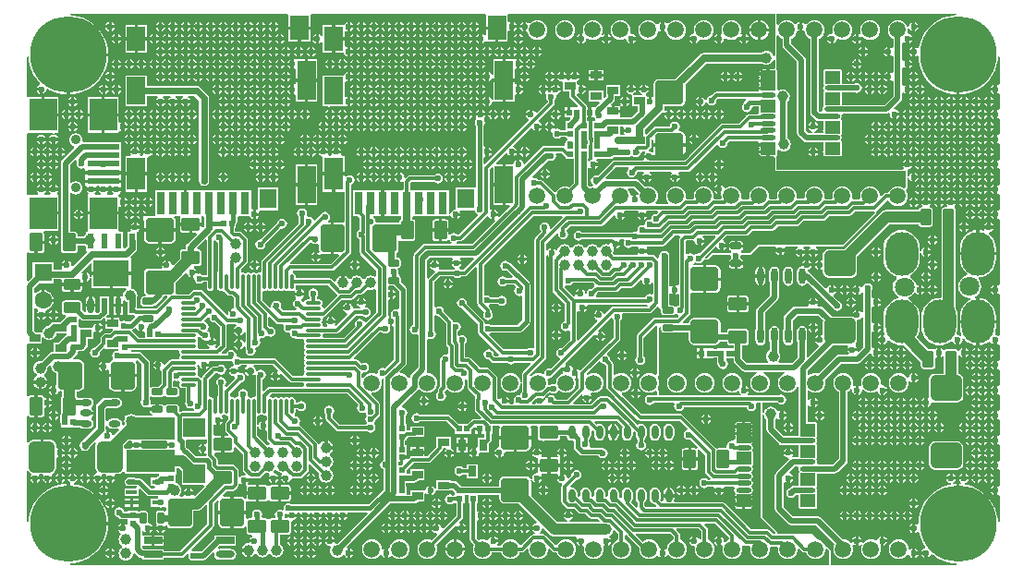
<source format=gtl>
G04 Layer_Physical_Order=1*
G04 Layer_Color=255*
%FSLAX44Y44*%
%MOMM*%
G71*
G01*
G75*
%ADD10O,1.4000X0.5000*%
%ADD11R,0.6000X0.5000*%
%ADD12O,0.7000X1.2000*%
%ADD13R,4.5000X2.0000*%
%ADD14O,0.6000X1.4500*%
G04:AMPARAMS|DCode=15|XSize=1.2mm|YSize=1.7mm|CornerRadius=0.12mm|HoleSize=0mm|Usage=FLASHONLY|Rotation=90.000|XOffset=0mm|YOffset=0mm|HoleType=Round|Shape=RoundedRectangle|*
%AMROUNDEDRECTD15*
21,1,1.2000,1.4600,0,0,90.0*
21,1,0.9600,1.7000,0,0,90.0*
1,1,0.2400,0.7300,0.4800*
1,1,0.2400,0.7300,-0.4800*
1,1,0.2400,-0.7300,-0.4800*
1,1,0.2400,-0.7300,0.4800*
%
%ADD15ROUNDEDRECTD15*%
%ADD16R,0.7000X1.0000*%
%ADD17R,0.5000X0.6000*%
G04:AMPARAMS|DCode=18|XSize=2.2mm|YSize=2.6mm|CornerRadius=0.33mm|HoleSize=0mm|Usage=FLASHONLY|Rotation=90.000|XOffset=0mm|YOffset=0mm|HoleType=Round|Shape=RoundedRectangle|*
%AMROUNDEDRECTD18*
21,1,2.2000,1.9400,0,0,90.0*
21,1,1.5400,2.6000,0,0,90.0*
1,1,0.6600,0.9700,0.7700*
1,1,0.6600,0.9700,-0.7700*
1,1,0.6600,-0.9700,-0.7700*
1,1,0.6600,-0.9700,0.7700*
%
%ADD18ROUNDEDRECTD18*%
%ADD19R,1.0000X0.7000*%
%ADD20O,0.3000X1.4000*%
%ADD21O,1.4000X0.3000*%
G04:AMPARAMS|DCode=22|XSize=0.6mm|YSize=1mm|CornerRadius=0.105mm|HoleSize=0mm|Usage=FLASHONLY|Rotation=0.000|XOffset=0mm|YOffset=0mm|HoleType=Round|Shape=RoundedRectangle|*
%AMROUNDEDRECTD22*
21,1,0.6000,0.7900,0,0,0.0*
21,1,0.3900,1.0000,0,0,0.0*
1,1,0.2100,0.1950,-0.3950*
1,1,0.2100,-0.1950,-0.3950*
1,1,0.2100,-0.1950,0.3950*
1,1,0.2100,0.1950,0.3950*
%
%ADD22ROUNDEDRECTD22*%
G04:AMPARAMS|DCode=23|XSize=2.2mm|YSize=2.6mm|CornerRadius=0.33mm|HoleSize=0mm|Usage=FLASHONLY|Rotation=0.000|XOffset=0mm|YOffset=0mm|HoleType=Round|Shape=RoundedRectangle|*
%AMROUNDEDRECTD23*
21,1,2.2000,1.9400,0,0,0.0*
21,1,1.5400,2.6000,0,0,0.0*
1,1,0.6600,0.7700,-0.9700*
1,1,0.6600,-0.7700,-0.9700*
1,1,0.6600,-0.7700,0.9700*
1,1,0.6600,0.7700,0.9700*
%
%ADD23ROUNDEDRECTD23*%
G04:AMPARAMS|DCode=24|XSize=0.6mm|YSize=1mm|CornerRadius=0.105mm|HoleSize=0mm|Usage=FLASHONLY|Rotation=90.000|XOffset=0mm|YOffset=0mm|HoleType=Round|Shape=RoundedRectangle|*
%AMROUNDEDRECTD24*
21,1,0.6000,0.7900,0,0,90.0*
21,1,0.3900,1.0000,0,0,90.0*
1,1,0.2100,0.3950,0.1950*
1,1,0.2100,0.3950,-0.1950*
1,1,0.2100,-0.3950,-0.1950*
1,1,0.2100,-0.3950,0.1950*
%
%ADD24ROUNDEDRECTD24*%
G04:AMPARAMS|DCode=25|XSize=1.2mm|YSize=1.7mm|CornerRadius=0.12mm|HoleSize=0mm|Usage=FLASHONLY|Rotation=180.000|XOffset=0mm|YOffset=0mm|HoleType=Round|Shape=RoundedRectangle|*
%AMROUNDEDRECTD25*
21,1,1.2000,1.4600,0,0,180.0*
21,1,0.9600,1.7000,0,0,180.0*
1,1,0.2400,-0.4800,0.7300*
1,1,0.2400,0.4800,0.7300*
1,1,0.2400,0.4800,-0.7300*
1,1,0.2400,-0.4800,-0.7300*
%
%ADD25ROUNDEDRECTD25*%
%ADD26R,2.5000X3.0000*%
%ADD27R,3.0000X0.5000*%
%ADD28O,1.0000X0.4500*%
%ADD29R,1.0000X0.4500*%
G04:AMPARAMS|DCode=30|XSize=2.3mm|YSize=2.8mm|CornerRadius=0.345mm|HoleSize=0mm|Usage=FLASHONLY|Rotation=180.000|XOffset=0mm|YOffset=0mm|HoleType=Round|Shape=RoundedRectangle|*
%AMROUNDEDRECTD30*
21,1,2.3000,2.1100,0,0,180.0*
21,1,1.6100,2.8000,0,0,180.0*
1,1,0.6900,-0.8050,1.0550*
1,1,0.6900,0.8050,1.0550*
1,1,0.6900,0.8050,-1.0550*
1,1,0.6900,-0.8050,-1.0550*
%
%ADD30ROUNDEDRECTD30*%
%ADD31R,2.0000X1.8000*%
G04:AMPARAMS|DCode=32|XSize=1mm|YSize=1.5mm|CornerRadius=0.125mm|HoleSize=0mm|Usage=FLASHONLY|Rotation=270.000|XOffset=0mm|YOffset=0mm|HoleType=Round|Shape=RoundedRectangle|*
%AMROUNDEDRECTD32*
21,1,1.0000,1.2500,0,0,270.0*
21,1,0.7500,1.5000,0,0,270.0*
1,1,0.2500,-0.6250,-0.3750*
1,1,0.2500,-0.6250,0.3750*
1,1,0.2500,0.6250,0.3750*
1,1,0.2500,0.6250,-0.3750*
%
%ADD32ROUNDEDRECTD32*%
%ADD33R,3.3000X2.4100*%
%ADD34O,0.6000X1.4000*%
%ADD35R,0.6000X1.4000*%
%ADD36O,1.1000X0.6000*%
%ADD37R,0.8000X2.0000*%
%ADD38R,1.6000X1.8000*%
%ADD39R,1.7000X3.4000*%
%ADD40R,1.7000X3.0000*%
%ADD41R,1.7000X2.5000*%
%ADD42R,1.7000X3.6000*%
%ADD43R,1.7000X2.2000*%
%ADD44O,1.7000X0.7000*%
%ADD45R,1.7000X0.7000*%
G04:AMPARAMS|DCode=46|XSize=1mm|YSize=1.5mm|CornerRadius=0.125mm|HoleSize=0mm|Usage=FLASHONLY|Rotation=0.000|XOffset=0mm|YOffset=0mm|HoleType=Round|Shape=RoundedRectangle|*
%AMROUNDEDRECTD46*
21,1,1.0000,1.2500,0,0,0.0*
21,1,0.7500,1.5000,0,0,0.0*
1,1,0.2500,0.3750,-0.6250*
1,1,0.2500,-0.3750,-0.6250*
1,1,0.2500,-0.3750,0.6250*
1,1,0.2500,0.3750,0.6250*
%
%ADD46ROUNDEDRECTD46*%
G04:AMPARAMS|DCode=47|XSize=2.3mm|YSize=2.8mm|CornerRadius=0.345mm|HoleSize=0mm|Usage=FLASHONLY|Rotation=90.000|XOffset=0mm|YOffset=0mm|HoleType=Round|Shape=RoundedRectangle|*
%AMROUNDEDRECTD47*
21,1,2.3000,2.1100,0,0,90.0*
21,1,1.6100,2.8000,0,0,90.0*
1,1,0.6900,1.0550,0.8050*
1,1,0.6900,1.0550,-0.8050*
1,1,0.6900,-1.0550,-0.8050*
1,1,0.6900,-1.0550,0.8050*
%
%ADD47ROUNDEDRECTD47*%
%ADD48C,0.3000*%
%ADD49C,0.5000*%
%ADD50C,0.4000*%
%ADD51C,0.1500*%
%ADD52C,0.6000*%
%ADD53C,0.7000*%
%ADD54C,1.0000*%
%ADD55R,1.4000X1.1500*%
%ADD56R,1.3500X1.8384*%
%ADD57C,7.0000*%
%ADD58C,1.8000*%
%ADD59O,3.0000X4.0000*%
%ADD60C,1.0000*%
%ADD61R,1.6000X1.6000*%
%ADD62C,1.6000*%
%ADD63C,0.9000*%
%ADD64C,1.5000*%
%ADD65C,0.6000*%
%ADD66C,0.7000*%
G36*
X853457Y506461D02*
X850476Y506265D01*
X845783Y505332D01*
X841252Y503794D01*
X836961Y501678D01*
X832982Y499020D01*
X829385Y495865D01*
X826230Y492267D01*
X823572Y488289D01*
X821456Y483998D01*
X819918Y479467D01*
X819339Y476558D01*
X817747Y476241D01*
X817745Y476245D01*
X816256Y477239D01*
X816000Y477290D01*
Y473000D01*
Y468711D01*
X816256Y468761D01*
X817208Y469397D01*
X818741Y468774D01*
X818753Y468763D01*
X818985Y465226D01*
X819918Y460533D01*
X821456Y456002D01*
X823572Y451711D01*
X826230Y447733D01*
X829385Y444135D01*
X832982Y440980D01*
X836961Y438322D01*
X841252Y436206D01*
X845783Y434668D01*
X850476Y433735D01*
X853750Y433520D01*
Y470000D01*
X856750D01*
Y433520D01*
X860024Y433735D01*
X864717Y434668D01*
X869248Y436206D01*
X873539Y438322D01*
X877517Y440980D01*
X881115Y444135D01*
X884269Y447733D01*
X886928Y451711D01*
X889044Y456002D01*
X890582Y460533D01*
X891515Y465226D01*
X891711Y468207D01*
X893211Y468158D01*
Y443070D01*
X891711Y442268D01*
X891006Y442739D01*
X890750Y442790D01*
Y438500D01*
Y434211D01*
X891006Y434261D01*
X891711Y434732D01*
X893211Y433931D01*
Y420070D01*
X891711Y419268D01*
X891006Y419739D01*
X890750Y419790D01*
Y415500D01*
Y411211D01*
X891006Y411261D01*
X891711Y411732D01*
X893211Y410930D01*
Y397070D01*
X891711Y396268D01*
X891006Y396739D01*
X890750Y396790D01*
Y392500D01*
Y388210D01*
X891006Y388261D01*
X891711Y388732D01*
X893211Y387930D01*
Y374070D01*
X891711Y373268D01*
X891006Y373739D01*
X890750Y373790D01*
Y369500D01*
Y365210D01*
X891006Y365261D01*
X891711Y365732D01*
X893211Y364930D01*
Y351070D01*
X891711Y350268D01*
X891006Y350739D01*
X890750Y350790D01*
Y346500D01*
Y342210D01*
X891006Y342261D01*
X891711Y342732D01*
X893211Y341931D01*
Y328070D01*
X891711Y327268D01*
X891006Y327739D01*
X890750Y327790D01*
Y323500D01*
Y319210D01*
X891006Y319261D01*
X891711Y319732D01*
X893211Y318930D01*
Y259070D01*
X891711Y258268D01*
X891006Y258739D01*
X890750Y258790D01*
Y254500D01*
Y250210D01*
X891006Y250261D01*
X891711Y250732D01*
X893211Y249930D01*
Y213070D01*
X891711Y212268D01*
X891006Y212739D01*
X890002Y212939D01*
X889735Y213157D01*
X889047Y214337D01*
X889013Y214548D01*
X889761Y217015D01*
X890080Y220250D01*
Y223750D01*
X875000D01*
Y203818D01*
X876735Y203989D01*
X879845Y204932D01*
X882711Y206464D01*
X883647Y207232D01*
X884096Y207072D01*
X885155Y206529D01*
X886006Y205256D01*
X887494Y204261D01*
X887750Y204210D01*
Y208500D01*
X890750D01*
Y204210D01*
X891006Y204261D01*
X891711Y204732D01*
X893211Y203930D01*
Y190070D01*
X891711Y189268D01*
X891006Y189739D01*
X890750Y189790D01*
Y185500D01*
Y181210D01*
X891006Y181261D01*
X891711Y181732D01*
X893211Y180930D01*
Y167070D01*
X891711Y166268D01*
X891006Y166739D01*
X890750Y166790D01*
Y162500D01*
Y158210D01*
X891006Y158261D01*
X891711Y158732D01*
X893211Y157930D01*
Y144070D01*
X891711Y143268D01*
X891006Y143739D01*
X890750Y143790D01*
Y139500D01*
Y135210D01*
X891006Y135261D01*
X891711Y135732D01*
X893211Y134930D01*
Y121070D01*
X891711Y120268D01*
X891006Y120739D01*
X890750Y120790D01*
Y116500D01*
Y112210D01*
X891006Y112261D01*
X891711Y112732D01*
X893211Y111930D01*
Y98070D01*
X891711Y97268D01*
X891006Y97739D01*
X890750Y97790D01*
Y93500D01*
Y89210D01*
X891006Y89261D01*
X891711Y89732D01*
X893211Y88930D01*
Y75070D01*
X891711Y74268D01*
X891006Y74739D01*
X890750Y74790D01*
Y70500D01*
Y66210D01*
X891006Y66261D01*
X891711Y66732D01*
X893211Y65930D01*
Y41842D01*
X891711Y41793D01*
X891515Y44774D01*
X890582Y49467D01*
X889044Y53998D01*
X886928Y58289D01*
X884269Y62267D01*
X881115Y65865D01*
X877517Y69019D01*
X873539Y71678D01*
X869248Y73794D01*
X864717Y75332D01*
X861225Y76027D01*
Y77556D01*
X862256Y77761D01*
X863745Y78756D01*
X864739Y80244D01*
X864790Y80500D01*
X856210D01*
X856261Y80244D01*
X857256Y78756D01*
X857388Y78668D01*
X857740Y76628D01*
X857589Y76425D01*
X856750Y76480D01*
Y40000D01*
X853750D01*
Y76480D01*
X851070Y76304D01*
X850756Y77761D01*
X852244Y78756D01*
X853239Y80244D01*
X853290Y80500D01*
X844710D01*
X844761Y80244D01*
X845756Y78756D01*
X847244Y77761D01*
X849000Y77412D01*
X849068Y75985D01*
X845783Y75332D01*
X841252Y73794D01*
X836961Y71678D01*
X832982Y69019D01*
X829385Y65865D01*
X826230Y62267D01*
X823572Y58289D01*
X821456Y53998D01*
X819918Y49467D01*
X818985Y44774D01*
X818693Y40320D01*
X817852Y39785D01*
X817194Y39612D01*
X816256Y40239D01*
X816000Y40290D01*
Y36000D01*
Y31710D01*
X816256Y31761D01*
X817745Y32756D01*
X817900Y32989D01*
X819493Y32672D01*
X819918Y30533D01*
X821456Y26002D01*
X823572Y21711D01*
X825387Y18996D01*
X824696Y17329D01*
X824244Y17239D01*
X822756Y16244D01*
X821761Y14756D01*
X821710Y14500D01*
X826000D01*
Y13000D01*
X827500D01*
Y8710D01*
X827756Y8761D01*
X829245Y9756D01*
X830239Y11244D01*
X830264Y11369D01*
X831904Y11926D01*
X832982Y10980D01*
X836961Y8322D01*
X841252Y6206D01*
X845783Y4668D01*
X850476Y3735D01*
X853457Y3539D01*
X853408Y2039D01*
X738529D01*
Y15250D01*
X738413Y15835D01*
X738081Y16331D01*
X736107Y18306D01*
X736053Y18342D01*
X736013Y18392D01*
X735807Y18506D01*
X735611Y18638D01*
X735547Y18650D01*
X735491Y18681D01*
X735257Y18708D01*
X735025Y18754D01*
X734962Y18742D01*
X734898Y18749D01*
X734833Y18730D01*
X733791Y19100D01*
X733191Y19679D01*
X732461Y21439D01*
X731019Y23319D01*
X729139Y24761D01*
X726949Y25668D01*
X726526Y25724D01*
X721500Y30750D01*
X690704Y30750D01*
X689571Y31959D01*
X689454Y32544D01*
X689123Y33040D01*
X689123Y33040D01*
X675779Y46383D01*
X675779Y140003D01*
X677279Y140101D01*
X677417Y139053D01*
X678072Y137472D01*
X679114Y136114D01*
X679672Y135686D01*
Y126500D01*
X679672Y126500D01*
X679982Y124939D01*
X680866Y123616D01*
X691116Y113366D01*
X691116Y113366D01*
X692439Y112482D01*
X694000Y112172D01*
X709221D01*
Y109996D01*
X709172Y109750D01*
X709221Y109504D01*
Y103496D01*
X709172Y103250D01*
X709221Y103004D01*
Y100828D01*
X704000D01*
X704000Y100828D01*
X703788Y100786D01*
X703016Y102162D01*
X703739Y103244D01*
X703790Y103500D01*
X695210D01*
X695261Y103244D01*
X696256Y101756D01*
X697744Y100761D01*
X699500Y100412D01*
X699841Y100480D01*
X700580Y99097D01*
X688616Y87134D01*
X687732Y85811D01*
X687422Y84250D01*
X687422Y84250D01*
Y53500D01*
X687422Y53500D01*
X687732Y51939D01*
X688616Y50616D01*
X699366Y39866D01*
X699366Y39866D01*
X700689Y38982D01*
X702250Y38672D01*
X725311D01*
X742314Y21668D01*
X742139Y21439D01*
X741232Y19250D01*
X740922Y16900D01*
X741232Y14550D01*
X742139Y12361D01*
X743581Y10481D01*
X745461Y9039D01*
X747651Y8132D01*
X750000Y7822D01*
X752349Y8132D01*
X754539Y9039D01*
X756419Y10481D01*
X757861Y12361D01*
X758768Y14550D01*
X759078Y16900D01*
X758768Y19250D01*
X758420Y20090D01*
X759472Y21180D01*
X759582Y21205D01*
X760994Y20261D01*
X761250Y20210D01*
Y23000D01*
X758064D01*
X757025Y22529D01*
X756419Y23319D01*
X754539Y24761D01*
X752349Y25668D01*
X750000Y25978D01*
X749594Y25924D01*
X729884Y45634D01*
X728561Y46518D01*
X727000Y46828D01*
X727000Y46828D01*
X703939D01*
X695578Y55189D01*
Y77404D01*
X697078Y78206D01*
X697744Y77761D01*
X698000Y77710D01*
Y82000D01*
X699500D01*
Y83500D01*
X703790D01*
X703739Y83756D01*
X702745Y85245D01*
X701329Y86190D01*
X701141Y86373D01*
X700809Y87792D01*
X705689Y92672D01*
X708391D01*
X709355Y91172D01*
X709172Y90250D01*
X709450Y88852D01*
X709482Y88689D01*
X710137Y87709D01*
X710165Y87663D01*
X710165Y87663D01*
X709669Y87331D01*
X709337Y86835D01*
X709221Y86250D01*
Y83996D01*
X709172Y83750D01*
X709221Y83504D01*
Y77496D01*
X709172Y77250D01*
X709221Y77004D01*
Y74828D01*
X704750D01*
X704750Y74828D01*
X703189Y74518D01*
X701866Y73634D01*
X701866Y73634D01*
X700778Y72545D01*
X700494Y72489D01*
X699006Y71494D01*
X698011Y70006D01*
X697662Y68250D01*
X698011Y66494D01*
X699006Y65006D01*
X700494Y64011D01*
X702250Y63662D01*
X704006Y64011D01*
X705494Y65006D01*
X706489Y66494D01*
X706524Y66672D01*
X709221D01*
Y64496D01*
X709172Y64250D01*
X709221Y64004D01*
Y57996D01*
X709172Y57750D01*
X709221Y57504D01*
Y55250D01*
X709337Y54665D01*
X709669Y54169D01*
X710165Y53837D01*
X710750Y53721D01*
X713004D01*
X713250Y53672D01*
X722250D01*
X722496Y53721D01*
X724750D01*
X725335Y53837D01*
X725831Y54169D01*
X726163Y54665D01*
X726279Y55250D01*
Y57504D01*
X726328Y57750D01*
X726279Y57996D01*
Y64004D01*
X726328Y64250D01*
X726279Y64496D01*
Y66750D01*
X726163Y67335D01*
X725831Y67831D01*
X725335Y68163D01*
X725335Y68163D01*
X725363Y68208D01*
X726018Y69189D01*
X726050Y69352D01*
X726328Y70750D01*
X726050Y72148D01*
X726018Y72311D01*
X725363Y73291D01*
X725363Y73291D01*
X725832Y73669D01*
X726163Y74165D01*
X726279Y74750D01*
Y77004D01*
X726328Y77250D01*
X726279Y77496D01*
Y83504D01*
X726328Y83750D01*
X726279Y83996D01*
Y86172D01*
X742250D01*
X742250Y86172D01*
X743811Y86482D01*
X745134Y87366D01*
X752884Y95116D01*
X752884Y95116D01*
X753768Y96439D01*
X754078Y98000D01*
Y161248D01*
X754539Y161439D01*
X756419Y162881D01*
X756810Y163391D01*
X758213Y162755D01*
X758162Y162500D01*
X758511Y160744D01*
X759506Y159256D01*
X760994Y158261D01*
X761250Y158210D01*
Y162500D01*
Y166790D01*
X760994Y166739D01*
X760040Y166101D01*
X759044Y166766D01*
X758783Y167066D01*
X759078Y169300D01*
X758768Y171649D01*
X757861Y173839D01*
X756419Y175719D01*
X754539Y177161D01*
X752349Y178068D01*
X750000Y178378D01*
X747651Y178068D01*
X745461Y177161D01*
X743581Y175719D01*
X742139Y173839D01*
X741232Y171649D01*
X740922Y169300D01*
X741232Y166950D01*
X742139Y164761D01*
X743581Y162881D01*
X745461Y161439D01*
X745922Y161248D01*
Y99689D01*
X740561Y94328D01*
X727109D01*
X726145Y95828D01*
X726328Y96750D01*
X726050Y98148D01*
X726018Y98311D01*
X725363Y99291D01*
X725335Y99337D01*
X725335Y99337D01*
X725831Y99669D01*
X726163Y100165D01*
X726279Y100750D01*
Y103004D01*
X726328Y103250D01*
X726279Y103496D01*
Y109504D01*
X726328Y109750D01*
X726279Y109996D01*
Y112250D01*
X726163Y112835D01*
X726163Y112835D01*
X725832Y113331D01*
X725363Y113709D01*
X726018Y114689D01*
X726050Y114852D01*
X726050Y114852D01*
X726080Y115002D01*
X726328Y116250D01*
X726050Y117648D01*
X726018Y117811D01*
X725363Y118791D01*
X725363Y118791D01*
X725832Y119169D01*
X726163Y119665D01*
X726279Y120250D01*
Y122504D01*
X726328Y122750D01*
X726279Y122996D01*
Y129004D01*
X726328Y129250D01*
X726279Y129496D01*
Y131750D01*
X726163Y132335D01*
X725831Y132831D01*
X725335Y133163D01*
X724750Y133279D01*
X722496D01*
X722250Y133328D01*
X717178D01*
Y148165D01*
X718678Y148620D01*
X719256Y147756D01*
X720744Y146761D01*
X721000Y146710D01*
Y151000D01*
Y155290D01*
X720744Y155239D01*
X719256Y154244D01*
X718678Y153380D01*
X717178Y153835D01*
Y161846D01*
X718678Y162500D01*
X720061Y161439D01*
X722251Y160532D01*
X724600Y160222D01*
X726949Y160532D01*
X729139Y161439D01*
X731019Y162881D01*
X732461Y164761D01*
X733368Y166950D01*
X733678Y169300D01*
X733368Y171649D01*
X733178Y172110D01*
X747989Y186922D01*
X763250D01*
X763250Y186922D01*
X764811Y187232D01*
X766134Y188116D01*
X774071Y196053D01*
X775699Y195560D01*
X775761Y195244D01*
X776756Y193756D01*
X778244Y192761D01*
X778500Y192710D01*
Y197000D01*
Y201290D01*
X778244Y201239D01*
X777828Y200961D01*
X776328Y201763D01*
Y215238D01*
X777828Y216039D01*
X778244Y215761D01*
X778500Y215710D01*
Y220000D01*
Y224290D01*
X778244Y224239D01*
X777828Y223961D01*
X776328Y224763D01*
Y238237D01*
X777828Y239039D01*
X778244Y238761D01*
X778500Y238710D01*
Y243000D01*
Y247290D01*
X778244Y247239D01*
X777828Y246961D01*
X776328Y247763D01*
Y254004D01*
X776489Y254244D01*
X776838Y256000D01*
X776489Y257756D01*
X775494Y259244D01*
X774006Y260239D01*
X772250Y260588D01*
X770494Y260239D01*
X769006Y259244D01*
X768011Y257756D01*
X767961Y257502D01*
X766368Y257185D01*
X765994Y257745D01*
X764506Y258739D01*
X764250Y258790D01*
Y254500D01*
Y250210D01*
X764506Y250261D01*
X765994Y251256D01*
X766672Y252269D01*
X768172Y251814D01*
Y234186D01*
X766672Y233731D01*
X765994Y234744D01*
X764506Y235739D01*
X764250Y235790D01*
Y231500D01*
X762750D01*
Y230000D01*
X757125D01*
X756962Y229847D01*
X739671D01*
X731634Y237884D01*
X730311Y238768D01*
X728750Y239078D01*
X728750Y239078D01*
X727096D01*
X726294Y240578D01*
X726739Y241244D01*
X726790Y241500D01*
X718210D01*
X718261Y241244D01*
X718706Y240578D01*
X717905Y239078D01*
X706250D01*
X706250Y239078D01*
X704689Y238768D01*
X703366Y237884D01*
X703366Y237884D01*
X696716Y231234D01*
X695832Y229911D01*
X695522Y228350D01*
X695522Y228350D01*
Y218746D01*
X695361Y218506D01*
X695012Y216750D01*
Y208250D01*
X695361Y206494D01*
X696356Y205006D01*
X697844Y204011D01*
X699600Y203662D01*
X701356Y204011D01*
X702844Y205006D01*
X703839Y206494D01*
X704188Y208250D01*
Y216750D01*
X703839Y218506D01*
X703678Y218746D01*
Y226661D01*
X707939Y230922D01*
X727061D01*
X731698Y226284D01*
X731403Y224800D01*
Y213397D01*
X730236Y212773D01*
X729903Y212760D01*
X729750Y212790D01*
Y208500D01*
X728250D01*
Y207000D01*
X723960D01*
X724011Y206744D01*
X725006Y205256D01*
X726494Y204261D01*
X726970Y204167D01*
X727464Y202539D01*
X717764Y192840D01*
X716378Y193414D01*
Y206254D01*
X716539Y206494D01*
X716888Y208250D01*
Y216750D01*
X716539Y218506D01*
X715544Y219994D01*
X714056Y220989D01*
X712300Y221338D01*
X710544Y220989D01*
X709056Y219994D01*
X708061Y218506D01*
X707712Y216750D01*
Y208250D01*
X708061Y206494D01*
X708222Y206254D01*
Y192489D01*
X703311Y187578D01*
X691274D01*
X690859Y188256D01*
X690650Y189078D01*
X691528Y190222D01*
X692183Y191803D01*
X692406Y193500D01*
X692183Y195197D01*
X691528Y196778D01*
X690978Y197494D01*
Y206254D01*
X691139Y206494D01*
X691488Y208250D01*
Y216750D01*
X691139Y218506D01*
X690144Y219994D01*
X688656Y220989D01*
X686900Y221338D01*
X685144Y220989D01*
X683656Y219994D01*
X682661Y218506D01*
X682312Y216750D01*
Y208250D01*
X682661Y206494D01*
X682822Y206254D01*
Y199281D01*
X682572Y199178D01*
X681214Y198136D01*
X680172Y196778D01*
X679517Y195197D01*
X679294Y193500D01*
X679517Y191803D01*
X680172Y190222D01*
X681050Y189078D01*
X680842Y188256D01*
X680426Y187578D01*
X661689D01*
X657578Y191689D01*
Y203697D01*
X660800D01*
X661853Y203907D01*
X662747Y204503D01*
X663343Y205396D01*
X663553Y206450D01*
Y216050D01*
X663343Y217104D01*
X662747Y217997D01*
X661853Y218593D01*
X660800Y218803D01*
X646200D01*
X645146Y218593D01*
X644253Y217997D01*
X643657Y217104D01*
X643447Y216050D01*
Y215328D01*
X637594D01*
Y223950D01*
X637221Y225823D01*
X636161Y227411D01*
X634573Y228472D01*
X632700Y228844D01*
X613300D01*
X611427Y228472D01*
X609839Y227411D01*
X608778Y225823D01*
X608406Y223950D01*
Y223828D01*
X603614D01*
X603040Y225214D01*
X609163Y231337D01*
X609163Y231337D01*
X609826Y232329D01*
X610059Y233500D01*
X610059Y233500D01*
Y251352D01*
X611183Y251953D01*
X611559Y252002D01*
X613300Y251656D01*
X621500D01*
Y264250D01*
Y276844D01*
X613300D01*
X613194Y276823D01*
X612455Y278205D01*
X614426Y280176D01*
X615774Y279275D01*
X617530Y278926D01*
X619286Y279275D01*
X620774Y280270D01*
X621769Y281758D01*
X623331Y282231D01*
X624175Y281952D01*
X624416Y281923D01*
X624655Y281875D01*
X624710Y281886D01*
X624767Y281879D01*
X625001Y281944D01*
X625240Y281992D01*
X625287Y282023D01*
X625342Y282038D01*
X625534Y282188D01*
X625736Y282323D01*
X630134Y286721D01*
X645526D01*
X646912Y286000D01*
X647200Y284551D01*
X647261Y284244D01*
X646805Y283102D01*
X645962Y282538D01*
X645398Y281695D01*
X645200Y280700D01*
Y280250D01*
X651750D01*
X658300D01*
Y280700D01*
X658102Y281695D01*
X657538Y282538D01*
X656695Y283102D01*
X655785Y284189D01*
X655838Y284743D01*
X655961Y285359D01*
X656099Y286005D01*
X657474Y286721D01*
X664500D01*
X665085Y286837D01*
X665581Y287169D01*
X672634Y294221D01*
X687441D01*
X688302Y292991D01*
X688254Y292721D01*
X688210Y292500D01*
X696790D01*
X696746Y292721D01*
X696698Y292991D01*
X697559Y294221D01*
X708013D01*
X708468Y292721D01*
X707756Y292244D01*
X706761Y290756D01*
X706710Y290500D01*
X715290D01*
X715239Y290756D01*
X714245Y292244D01*
X713532Y292721D01*
X713987Y294221D01*
X719513D01*
X719968Y292721D01*
X719256Y292244D01*
X718261Y290756D01*
X718210Y290500D01*
X726790D01*
X726739Y290756D01*
X725744Y292244D01*
X725032Y292721D01*
X725487Y294221D01*
X749500D01*
X750085Y294337D01*
X750581Y294669D01*
X780005Y324092D01*
X780084Y324210D01*
X780185Y324310D01*
X780248Y324456D01*
X780337Y324588D01*
X780364Y324728D01*
X780420Y324858D01*
X780422Y325018D01*
X780453Y325174D01*
X780425Y325313D01*
X780427Y325455D01*
X780326Y325996D01*
X780226Y326245D01*
X780165Y326415D01*
X790180Y336429D01*
X791949Y336078D01*
X792038Y335861D01*
X793481Y333981D01*
X795361Y332539D01*
X797551Y331632D01*
X799900Y331322D01*
X802250Y331632D01*
X804439Y332539D01*
X806319Y333981D01*
X807762Y335861D01*
X808668Y338050D01*
X808978Y340400D01*
X808668Y342749D01*
X807762Y344939D01*
X807449Y345347D01*
X807837Y346827D01*
X808021Y347065D01*
X808081Y347105D01*
X808110Y347148D01*
X808150Y347178D01*
X808275Y347394D01*
X808413Y347602D01*
X808423Y347651D01*
X808448Y347695D01*
X808481Y347942D01*
X808529Y348187D01*
Y357263D01*
X810029Y357410D01*
X810080Y357157D01*
X810261Y356244D01*
X811256Y354756D01*
X812744Y353761D01*
X813000Y353710D01*
Y358000D01*
Y362290D01*
X812744Y362239D01*
X811256Y361245D01*
X810261Y359756D01*
X810080Y358843D01*
X810029Y358590D01*
X808529Y358738D01*
Y363250D01*
X808490Y363447D01*
X808599Y364061D01*
X809410Y365043D01*
X810506Y365261D01*
X811994Y366256D01*
X812989Y367744D01*
X813040Y368000D01*
X804460D01*
X804511Y367744D01*
X805506Y366256D01*
X805016Y364779D01*
X689029D01*
Y375859D01*
X689010Y375954D01*
X689017Y376051D01*
X688953Y376244D01*
X688913Y376444D01*
X689081Y377419D01*
X689413Y377915D01*
X689529Y378500D01*
Y380754D01*
X689578Y381000D01*
X689529Y381246D01*
Y382640D01*
X690355Y383088D01*
X691029Y383237D01*
X692222Y382322D01*
X693803Y381667D01*
X695500Y381444D01*
X697197Y381667D01*
X698778Y382322D01*
X700136Y383364D01*
X701178Y384722D01*
X701833Y386303D01*
X702056Y388000D01*
X701833Y389697D01*
X701178Y391278D01*
X700136Y392636D01*
X698778Y393678D01*
X698612Y393746D01*
Y426707D01*
X699170Y427135D01*
X700212Y428493D01*
X700867Y430074D01*
X701090Y431771D01*
X700867Y433468D01*
X700212Y435049D01*
X699170Y436407D01*
X697812Y437449D01*
X696231Y438104D01*
X694534Y438327D01*
X692837Y438104D01*
X691256Y437449D01*
X691029Y437275D01*
X689529Y438015D01*
Y439254D01*
X689578Y439500D01*
X689529Y439746D01*
Y445754D01*
X689578Y446000D01*
X689529Y446246D01*
Y452254D01*
X689578Y452500D01*
X689529Y452746D01*
Y455384D01*
X689413Y455969D01*
X689081Y456465D01*
X688913Y457056D01*
X688953Y457256D01*
X689017Y457449D01*
X689010Y457546D01*
X689029Y457641D01*
Y465236D01*
X689004Y465367D01*
X689007Y465499D01*
X688946Y465657D01*
X688913Y465822D01*
X688839Y465932D01*
X688791Y466056D01*
X688675Y466178D01*
X688581Y466318D01*
X688471Y466391D01*
X688442Y466422D01*
X688328Y466879D01*
X688291Y467250D01*
X688328Y467621D01*
X688442Y468078D01*
X688471Y468108D01*
X688581Y468182D01*
X688675Y468322D01*
X688791Y468444D01*
X688839Y468568D01*
X688913Y468678D01*
X688946Y468844D01*
X689007Y469001D01*
X689004Y469133D01*
X689029Y469264D01*
Y487172D01*
X690363Y488145D01*
X690529Y488143D01*
X691881Y486381D01*
X693761Y484939D01*
X694222Y484748D01*
Y478700D01*
X694222Y478700D01*
X694532Y477139D01*
X695416Y475816D01*
X707672Y463561D01*
Y398500D01*
X707672Y398500D01*
X707982Y396939D01*
X708866Y395616D01*
X713366Y391116D01*
X713366Y391116D01*
X714689Y390232D01*
X716250Y389922D01*
X731471D01*
Y387746D01*
X731422Y387500D01*
X731471Y387254D01*
Y381246D01*
X731422Y381000D01*
X731471Y380754D01*
Y378500D01*
X731587Y377915D01*
X731919Y377419D01*
X732415Y377087D01*
X733000Y376971D01*
X735254D01*
X735500Y376922D01*
X744500D01*
X744746Y376971D01*
X747000D01*
X747585Y377087D01*
X748081Y377419D01*
X748413Y377915D01*
X748529Y378500D01*
Y380754D01*
X748578Y381000D01*
X748529Y381246D01*
Y387254D01*
X748578Y387500D01*
X748529Y387746D01*
Y390000D01*
X748413Y390585D01*
X748081Y391082D01*
X747585Y391413D01*
X747585Y391413D01*
X747612Y391458D01*
X748268Y392439D01*
X748300Y392602D01*
X748578Y394000D01*
X748300Y395398D01*
X748268Y395561D01*
X747613Y396541D01*
X747613Y396541D01*
X748082Y396919D01*
X748413Y397415D01*
X748529Y398000D01*
Y400254D01*
X748578Y400500D01*
X748529Y400746D01*
Y406754D01*
X748578Y407000D01*
X748529Y407246D01*
Y409500D01*
X748413Y410085D01*
X748081Y410581D01*
X747585Y410913D01*
X747585Y410913D01*
X747613Y410959D01*
X748268Y411939D01*
X748300Y412102D01*
X748578Y413500D01*
X748395Y414422D01*
X749359Y415922D01*
X789250D01*
X789250Y415922D01*
X790811Y416232D01*
X791350Y416592D01*
X792700Y415690D01*
X792662Y415500D01*
X793011Y413744D01*
X794006Y412256D01*
X795494Y411261D01*
X795750Y411211D01*
Y415500D01*
X797250D01*
Y417000D01*
X801540D01*
X801489Y417256D01*
X800495Y418745D01*
X799006Y419739D01*
X797250Y420088D01*
X797222Y420083D01*
X796483Y421465D01*
X802784Y427766D01*
X802784Y427766D01*
X803668Y429089D01*
X803978Y430650D01*
Y434842D01*
X805478Y435297D01*
X805506Y435256D01*
X806994Y434261D01*
X807250Y434211D01*
Y438500D01*
Y442790D01*
X806994Y442739D01*
X805506Y441745D01*
X805478Y441703D01*
X803978Y442158D01*
Y457842D01*
X805478Y458297D01*
X805506Y458256D01*
X806994Y457261D01*
X807250Y457211D01*
Y461500D01*
Y465790D01*
X806994Y465739D01*
X805506Y464745D01*
X805478Y464703D01*
X803978Y465158D01*
Y480842D01*
X805478Y481297D01*
X805506Y481256D01*
X806994Y480261D01*
X807250Y480210D01*
Y484500D01*
X808750D01*
Y486000D01*
X813040D01*
X812989Y486256D01*
X811994Y487745D01*
X810506Y488739D01*
X809653Y488909D01*
X808681Y490430D01*
X808677Y490516D01*
X808978Y492800D01*
X808835Y493885D01*
X810261Y494244D01*
X811256Y492756D01*
X812744Y491761D01*
X813000Y491711D01*
Y496000D01*
Y500290D01*
X812744Y500239D01*
X811256Y499245D01*
X810261Y497756D01*
X809912Y496000D01*
X808444Y495690D01*
X807762Y497339D01*
X806319Y499219D01*
X804439Y500662D01*
X802250Y501568D01*
X799900Y501878D01*
X797551Y501568D01*
X795361Y500662D01*
X793481Y499219D01*
X792038Y497339D01*
X791132Y495149D01*
X790822Y492800D01*
X791132Y490451D01*
X792038Y488261D01*
X793481Y486381D01*
X795361Y484939D01*
X795822Y484748D01*
Y477192D01*
X795687Y477073D01*
X794322Y476527D01*
X793256Y477239D01*
X793000Y477290D01*
Y473000D01*
Y468711D01*
X793256Y468761D01*
X794322Y469473D01*
X795687Y468927D01*
X795822Y468809D01*
Y454192D01*
X795687Y454073D01*
X794322Y453527D01*
X793256Y454239D01*
X793000Y454290D01*
Y450000D01*
Y445710D01*
X793256Y445761D01*
X794322Y446473D01*
X795687Y445927D01*
X795822Y445809D01*
Y432339D01*
X787561Y424078D01*
X748529D01*
Y426254D01*
X748578Y426500D01*
X748529Y426746D01*
Y432754D01*
X748578Y433000D01*
X748529Y433246D01*
Y435422D01*
X760504D01*
X760744Y435261D01*
X762500Y434912D01*
X764256Y435261D01*
X765744Y436256D01*
X766739Y437744D01*
X767088Y439500D01*
X766739Y441256D01*
X765744Y442744D01*
X764256Y443739D01*
X762500Y444088D01*
X760744Y443739D01*
X760504Y443578D01*
X748529D01*
Y445754D01*
X748578Y446000D01*
X748529Y446246D01*
Y452254D01*
X748578Y452500D01*
X748529Y452746D01*
Y455000D01*
X748413Y455585D01*
X748081Y456082D01*
X747585Y456413D01*
X747000Y456529D01*
X744746D01*
X744500Y456578D01*
X735500D01*
X735254Y456529D01*
X733000D01*
X732415Y456413D01*
X731919Y456082D01*
X731587Y455585D01*
X731471Y455000D01*
Y452746D01*
X731422Y452500D01*
X731471Y452254D01*
Y446246D01*
X731422Y446000D01*
X731471Y445754D01*
Y443500D01*
X731587Y442915D01*
X731587Y442915D01*
X731919Y442419D01*
X732387Y442040D01*
X731732Y441061D01*
X731700Y440898D01*
X731700Y440898D01*
X731670Y440746D01*
X731422Y439500D01*
X731700Y438102D01*
X731732Y437939D01*
X732387Y436959D01*
X732415Y436913D01*
X732415Y436913D01*
X731919Y436581D01*
X731587Y436085D01*
X731471Y435500D01*
Y433246D01*
X731422Y433000D01*
X731471Y432754D01*
Y426746D01*
X731422Y426500D01*
X731471Y426254D01*
Y424000D01*
X731587Y423415D01*
X731919Y422919D01*
X732071Y422817D01*
X731232Y421561D01*
X730922Y420000D01*
X731105Y419078D01*
X730322Y417861D01*
X728873Y417761D01*
X727778Y418811D01*
Y484748D01*
X728239Y484939D01*
X730119Y486381D01*
X731562Y488261D01*
X732468Y490451D01*
X732778Y492800D01*
X732468Y495149D01*
X731562Y497339D01*
X730119Y499219D01*
X728239Y500662D01*
X726049Y501568D01*
X723700Y501878D01*
X721350Y501568D01*
X719161Y500662D01*
X717281Y499219D01*
X716558Y498276D01*
X716536Y498268D01*
X714787Y498433D01*
X714245Y499245D01*
X712756Y500239D01*
X712500Y500290D01*
Y496000D01*
Y491711D01*
X712756Y491761D01*
X713206Y492062D01*
X714816Y491333D01*
X714932Y490451D01*
X715838Y488261D01*
X717281Y486381D01*
X719161Y484939D01*
X719622Y484748D01*
Y417050D01*
X719622Y417050D01*
X719932Y415489D01*
X720816Y414166D01*
X724366Y410616D01*
X724366Y410616D01*
X725689Y409732D01*
X727250Y409422D01*
X727250Y409422D01*
X731471D01*
Y407246D01*
X731422Y407000D01*
X731471Y406754D01*
Y400746D01*
X731422Y400500D01*
X731471Y400254D01*
Y398078D01*
X723484D01*
X723336Y399578D01*
X724256Y399761D01*
X725744Y400756D01*
X726739Y402244D01*
X726790Y402500D01*
X718210D01*
X718261Y402244D01*
X719256Y400756D01*
X720744Y399761D01*
X721664Y399578D01*
X721517Y398078D01*
X717939D01*
X715828Y400189D01*
Y465250D01*
X715828Y465250D01*
X715518Y466811D01*
X714634Y468134D01*
X714634Y468134D01*
X702378Y480389D01*
Y484748D01*
X702839Y484939D01*
X704719Y486381D01*
X706161Y488261D01*
X707068Y490451D01*
X707185Y491334D01*
X708793Y492063D01*
X709244Y491761D01*
X709500Y491711D01*
Y496000D01*
Y500290D01*
X709244Y500239D01*
X707756Y499245D01*
X707213Y498432D01*
X705464Y498268D01*
X705442Y498276D01*
X704719Y499219D01*
X702839Y500662D01*
X700649Y501568D01*
X698300Y501878D01*
X695950Y501568D01*
X693761Y500662D01*
X691881Y499219D01*
X690529Y497457D01*
X690363Y497455D01*
X689029Y498428D01*
Y507961D01*
X853408D01*
X853457Y506461D01*
D02*
G37*
G36*
X687500Y469264D02*
X686083Y468947D01*
X685428Y470528D01*
X684386Y471886D01*
X683028Y472928D01*
X681447Y473583D01*
X679750Y473806D01*
X678053Y473583D01*
X676472Y472928D01*
X675114Y471886D01*
X675085Y471848D01*
X622250D01*
X620299Y471460D01*
X618645Y470355D01*
X596134Y447844D01*
X581050D01*
X579177Y447472D01*
X577589Y446411D01*
X576529Y444823D01*
X576156Y442950D01*
Y434020D01*
X576152Y434000D01*
Y431897D01*
X574986Y431274D01*
X574652Y431260D01*
X574500Y431290D01*
Y427000D01*
X571500D01*
Y431290D01*
X571244Y431239D01*
X569750Y432045D01*
Y432750D01*
X569096D01*
X568949Y434250D01*
X569006Y434261D01*
X570494Y435256D01*
X571489Y436744D01*
X571540Y437000D01*
X562960D01*
X563011Y436744D01*
X564006Y435256D01*
X565494Y434261D01*
X565552Y434250D01*
X565404Y432750D01*
X558180D01*
X558130Y432750D01*
X558130Y432750D01*
X557597Y432750D01*
X557452Y434216D01*
X557506Y434261D01*
X557599Y434324D01*
X558994Y435256D01*
X559989Y436744D01*
X560040Y437000D01*
X551460D01*
X551511Y436744D01*
X552506Y435256D01*
X553994Y434261D01*
X555750Y433912D01*
X556105Y433983D01*
X556750Y432582D01*
X556750Y431601D01*
Y422750D01*
X561672D01*
Y418189D01*
X555811Y412328D01*
X546868D01*
X545750Y413250D01*
X545750Y413828D01*
Y416750D01*
X539250D01*
Y418250D01*
X537750D01*
Y423420D01*
X537247Y424636D01*
X539634Y427023D01*
X540518Y428346D01*
X540828Y429907D01*
X540828Y429907D01*
Y432250D01*
X545750D01*
Y442250D01*
X532750D01*
Y435144D01*
X532672Y434750D01*
X532672Y434750D01*
Y431596D01*
X531636Y430560D01*
X530250Y431134D01*
Y437250D01*
X517250D01*
Y427250D01*
X526366D01*
X526940Y425864D01*
X522826Y421750D01*
X519250D01*
Y417250D01*
Y412750D01*
X521460D01*
X521511Y412494D01*
X522506Y411006D01*
X522888Y410750D01*
X522433Y409250D01*
X520250D01*
Y401250D01*
Y393750D01*
X520672D01*
Y390250D01*
X520250D01*
Y382250D01*
X520250Y374901D01*
X519776Y374172D01*
X519332Y373630D01*
X518006Y372744D01*
X517828Y372479D01*
X516328Y372934D01*
Y374750D01*
X516750D01*
Y386264D01*
X517739Y387744D01*
X518088Y389500D01*
X517739Y391256D01*
X517004Y392355D01*
X516750Y393750D01*
X516750Y393750D01*
X516750Y393750D01*
Y401250D01*
Y409250D01*
X515309D01*
Y412750D01*
X516250D01*
Y417250D01*
Y421897D01*
X515309Y422250D01*
X515076Y423420D01*
X514413Y424413D01*
X514413Y424413D01*
X505755Y433071D01*
X505738Y434110D01*
X505749Y434146D01*
X507329Y434706D01*
X507994Y434261D01*
X508250Y434211D01*
Y438500D01*
Y442790D01*
X507994Y442739D01*
X507750Y442576D01*
X506250Y443378D01*
Y446091D01*
X507244Y446756D01*
X508239Y448244D01*
X508290Y448500D01*
X499710D01*
X499761Y448245D01*
X498956Y446750D01*
X497545D01*
X496739Y448245D01*
X496790Y448500D01*
X488210D01*
X488261Y448244D01*
X489256Y446756D01*
X490744Y445761D01*
X492500Y445412D01*
X493250Y444797D01*
Y436750D01*
X499191D01*
Y432250D01*
X499191Y432250D01*
X499424Y431079D01*
X500087Y430087D01*
X506945Y423229D01*
X506250Y421838D01*
X505807Y421750D01*
X500250D01*
Y417250D01*
X498750D01*
Y415750D01*
X494750D01*
Y412750D01*
X499523D01*
X500097Y411364D01*
X497982Y409250D01*
X495250D01*
Y400809D01*
X491618D01*
X491494Y400994D01*
X490006Y401989D01*
X488250Y402338D01*
X486727Y402035D01*
X486001Y402500D01*
X482500D01*
Y399711D01*
X482523Y399715D01*
X483327Y399200D01*
X483848Y398687D01*
X483662Y397750D01*
X484011Y395994D01*
X485006Y394506D01*
X486494Y393511D01*
X488250Y393162D01*
X490006Y393511D01*
X491494Y394506D01*
X491618Y394691D01*
X495250D01*
Y393750D01*
X496557D01*
X497012Y392250D01*
X496256Y391744D01*
X495261Y390256D01*
X495260Y390250D01*
X495250D01*
Y390200D01*
X494912Y388500D01*
X495177Y387169D01*
X494763Y386584D01*
X494707Y386530D01*
X493750Y386055D01*
X493140Y386176D01*
X493140Y386176D01*
X485401D01*
X484735Y386309D01*
X484735Y386309D01*
X475972D01*
X474801Y386076D01*
X473809Y385413D01*
X473809Y385413D01*
X458289Y369893D01*
X456662Y370387D01*
X456489Y371256D01*
X455494Y372744D01*
X454006Y373739D01*
X453750Y373790D01*
Y369500D01*
X450750D01*
Y373790D01*
X450494Y373739D01*
X449006Y372744D01*
X448011Y371256D01*
X447662Y369500D01*
X447662Y369500D01*
X440750D01*
Y351000D01*
Y332500D01*
X444044D01*
X444618Y331114D01*
X434961Y321457D01*
X433946Y322000D01*
X430750D01*
Y318805D01*
X431293Y317789D01*
X410063Y296559D01*
X396156D01*
X395701Y298059D01*
X396744Y298756D01*
X396868Y298941D01*
X399235D01*
X399235Y298941D01*
X400406Y299174D01*
X401398Y299837D01*
X423550Y321989D01*
X425178Y321495D01*
X426006Y320256D01*
X427494Y319261D01*
X427750Y319210D01*
Y323500D01*
Y327790D01*
X427559Y327752D01*
X427293Y327729D01*
X426059Y328511D01*
Y364983D01*
X427864Y366788D01*
X429250Y366214D01*
Y352500D01*
X437750D01*
Y369500D01*
X432536D01*
X431962Y370886D01*
X440814Y379738D01*
X442042Y379366D01*
X442333Y379136D01*
X443256Y377756D01*
X444744Y376761D01*
X445000Y376710D01*
Y381000D01*
X446500D01*
Y382500D01*
X450790D01*
X450739Y382756D01*
X449744Y384244D01*
X448364Y385167D01*
X448134Y385458D01*
X447762Y386686D01*
X463814Y402738D01*
X465042Y402366D01*
X465334Y402136D01*
X466256Y400756D01*
X467744Y399761D01*
X468000Y399711D01*
Y404000D01*
X469500D01*
Y405500D01*
X473790D01*
X473739Y405756D01*
X472744Y407244D01*
X471364Y408167D01*
X471134Y408458D01*
X470762Y409686D01*
X484663Y423587D01*
X484663Y423587D01*
X485326Y424580D01*
X485559Y425750D01*
X485559Y425750D01*
Y428132D01*
X485744Y428256D01*
X486739Y429744D01*
X487088Y431500D01*
X486884Y432526D01*
X486809Y433307D01*
X487946Y434150D01*
X488506Y434261D01*
X489995Y435256D01*
X490989Y436744D01*
X491040Y437000D01*
X482412D01*
X482442Y436693D01*
X481305Y435850D01*
X480744Y435739D01*
X480522Y435591D01*
X479441Y436672D01*
X479489Y436744D01*
X479540Y437000D01*
X476750D01*
Y434211D01*
X477006Y434261D01*
X477228Y434410D01*
X478310Y433328D01*
X478261Y433256D01*
X477912Y431500D01*
X478261Y429744D01*
X479256Y428256D01*
X479193Y426768D01*
X469448Y417024D01*
X467817Y417514D01*
X466995Y418745D01*
X465506Y419739D01*
X465250Y419790D01*
Y415500D01*
X463750D01*
Y414000D01*
X459460D01*
X459511Y413744D01*
X460506Y412256D01*
X461736Y411434D01*
X462226Y409802D01*
X422069Y369644D01*
X420569Y370266D01*
Y375880D01*
X422000Y376660D01*
Y381000D01*
Y385341D01*
X420569Y386120D01*
Y405241D01*
X421239Y406244D01*
X421588Y408000D01*
X421239Y409756D01*
X420842Y410350D01*
X420994Y412256D01*
X421989Y413744D01*
X422040Y414000D01*
X413460D01*
X413511Y413744D01*
X413908Y413150D01*
X413756Y411244D01*
X412761Y409756D01*
X412412Y408000D01*
X412761Y406244D01*
X413431Y405241D01*
Y348500D01*
X394650D01*
Y328069D01*
X392994Y327739D01*
X391506Y326744D01*
X390511Y325256D01*
X390250Y323943D01*
X388750Y324090D01*
Y345500D01*
X379250D01*
X377750Y345500D01*
X376250Y345500D01*
X366750D01*
Y345500D01*
X366750D01*
Y345500D01*
X357250D01*
X355750Y345500D01*
X354369Y345500D01*
X353309Y346561D01*
Y352483D01*
X354267Y353441D01*
X375132D01*
X375256Y353256D01*
X376744Y352261D01*
X378500Y351912D01*
X380256Y352261D01*
X381744Y353256D01*
X382739Y354744D01*
X383088Y356500D01*
X382739Y358256D01*
X381744Y359744D01*
X380256Y360739D01*
X378500Y361088D01*
X376744Y360739D01*
X375256Y359744D01*
X375132Y359559D01*
X353000D01*
X351829Y359326D01*
X350837Y358663D01*
X348855Y356681D01*
X347473Y357420D01*
X347588Y358000D01*
X347239Y359756D01*
X346244Y361245D01*
X344756Y362239D01*
X344500Y362290D01*
Y358000D01*
Y353710D01*
X344756Y353761D01*
X345803Y354461D01*
X346972Y353863D01*
X347191Y353679D01*
Y346561D01*
X346131Y345500D01*
X344750Y345500D01*
X343250Y345500D01*
X339193D01*
X338750Y345588D01*
X338307Y345500D01*
X333750Y345500D01*
X332250Y345500D01*
X329750D01*
Y334000D01*
Y322500D01*
X332250D01*
X333750Y322500D01*
X335250Y322500D01*
X343250D01*
X344750Y322500D01*
X345152Y321166D01*
Y319194D01*
X344647Y319093D01*
X343753Y318497D01*
X343157Y317603D01*
X342947Y316550D01*
Y315806D01*
X339820D01*
X339573Y315972D01*
X337700Y316344D01*
X322737D01*
X322020Y316680D01*
X321208Y317656D01*
X320989Y318756D01*
X319994Y320244D01*
X318863Y321000D01*
X319269Y322500D01*
X326750D01*
Y334000D01*
Y345500D01*
X313250D01*
X311750Y345500D01*
Y345500D01*
X311750D01*
Y345500D01*
X300750D01*
Y322500D01*
X305424D01*
X307191Y320733D01*
Y309528D01*
X306994Y309489D01*
X305506Y308494D01*
X304511Y307006D01*
X304162Y305250D01*
X304511Y303494D01*
X305506Y302006D01*
X306994Y301011D01*
X307191Y300972D01*
Y288750D01*
X307191Y288750D01*
X307424Y287579D01*
X308087Y286587D01*
X322091Y272583D01*
Y267292D01*
X320591Y266553D01*
X320428Y266678D01*
X318847Y267333D01*
X317150Y267556D01*
X315453Y267333D01*
X313872Y266678D01*
X312514Y265636D01*
X311653Y264514D01*
X310800Y264382D01*
X309946Y264514D01*
X309086Y265636D01*
X307728Y266678D01*
X306147Y267333D01*
X304450Y267556D01*
X302753Y267333D01*
X301172Y266678D01*
X299814Y265636D01*
X298953Y264514D01*
X298100Y264382D01*
X297246Y264514D01*
X296386Y265636D01*
X295028Y266678D01*
X293447Y267333D01*
X293250Y267359D01*
Y261000D01*
X290250D01*
Y267359D01*
X290053Y267333D01*
X288472Y266678D01*
X287114Y265636D01*
X286072Y264278D01*
X285417Y262697D01*
X285390Y262493D01*
X283807Y261955D01*
X281599Y264163D01*
X280607Y264826D01*
X279436Y265059D01*
X279436Y265059D01*
X248059D01*
Y267500D01*
X247826Y268671D01*
X247163Y269663D01*
X246171Y270326D01*
X245737Y271618D01*
X245757Y271938D01*
X246088Y272191D01*
X281810D01*
X281810Y272191D01*
X282980Y272424D01*
X283972Y273087D01*
X298163Y287278D01*
X298163Y287278D01*
X298826Y288270D01*
X299059Y289440D01*
X299059Y289440D01*
Y350672D01*
X299506Y350761D01*
X300994Y351756D01*
X301989Y353244D01*
X302338Y355000D01*
X301989Y356756D01*
X300994Y358244D01*
X299506Y359239D01*
X297750Y359588D01*
X295994Y359239D01*
X294750Y358408D01*
X293833Y358684D01*
X293250Y359065D01*
Y359500D01*
X284750D01*
Y344500D01*
X292941D01*
Y316648D01*
X291817Y316047D01*
X291441Y315998D01*
X289700Y316344D01*
X283500D01*
Y301750D01*
Y287156D01*
X287430D01*
X288004Y285770D01*
X280543Y278309D01*
X243734D01*
X243327Y278865D01*
X243053Y279749D01*
X261145Y297841D01*
X263006Y297756D01*
X264494Y296761D01*
X266250Y296412D01*
X267906Y296741D01*
X268235Y296732D01*
X269406Y296106D01*
Y292050D01*
X269779Y290177D01*
X270062Y289753D01*
X268980Y288672D01*
X268506Y288989D01*
X268250Y289040D01*
Y286250D01*
X271040D01*
X270989Y286506D01*
X270772Y286830D01*
X271854Y287912D01*
X272427Y287528D01*
X274300Y287156D01*
X280500D01*
Y301750D01*
Y316344D01*
X278333D01*
X277878Y317844D01*
X278494Y318256D01*
X279489Y319744D01*
X279838Y321500D01*
X279489Y323256D01*
X278494Y324744D01*
X277006Y325739D01*
X275250Y326088D01*
X273494Y325739D01*
X272006Y324744D01*
X271011Y323256D01*
X270879Y322591D01*
X266439Y318150D01*
X264811Y318644D01*
X264739Y319006D01*
X263744Y320494D01*
X262256Y321489D01*
X260500Y321838D01*
X259563Y321652D01*
X259050Y322174D01*
X258535Y322977D01*
X258838Y324500D01*
X258489Y326256D01*
X257494Y327744D01*
X256006Y328739D01*
X254250Y329088D01*
X252494Y328739D01*
X251006Y327744D01*
X250011Y326256D01*
X249662Y324500D01*
X250011Y322744D01*
X251006Y321256D01*
X251191Y321132D01*
Y315631D01*
X217837Y282277D01*
X217174Y281285D01*
X216941Y280114D01*
X216941Y280114D01*
Y271478D01*
X215441Y270471D01*
X215000Y270559D01*
X213829Y270326D01*
X212837Y269663D01*
X212163D01*
X211171Y270326D01*
X210000Y270559D01*
X208829Y270326D01*
X207837Y269663D01*
X207163D01*
X206171Y270326D01*
X205000Y270559D01*
X203829Y270326D01*
X202837Y269663D01*
X202163D01*
X201171Y270326D01*
X200000Y270559D01*
X199559Y270471D01*
X198159Y271411D01*
X198077Y272887D01*
X203913Y278723D01*
X203913Y278723D01*
X204576Y279716D01*
X204809Y280886D01*
Y300214D01*
X204576Y301384D01*
X203913Y302377D01*
X203913Y302377D01*
X199227Y307063D01*
X198234Y307726D01*
X197064Y307959D01*
X197064Y307959D01*
X192867D01*
X192809Y308017D01*
Y311000D01*
X193750D01*
Y314453D01*
X193773Y314477D01*
X194547Y315634D01*
X194819Y317000D01*
Y321439D01*
X195879Y322500D01*
X196750D01*
X198250Y322500D01*
X206361D01*
X206511Y321744D01*
X207506Y320256D01*
X208994Y319261D01*
X209250Y319210D01*
Y323500D01*
Y327790D01*
X209250D01*
X207750Y328574D01*
Y345500D01*
X198250D01*
X196750Y345500D01*
X195250Y345500D01*
X187250D01*
X185750Y345500D01*
X184250Y345500D01*
X176250D01*
X174750Y345500D01*
X173250Y345500D01*
X165250D01*
X163750Y345500D01*
X162250Y345500D01*
X154250D01*
X152750Y345500D01*
X151250Y345500D01*
X148750D01*
Y334000D01*
X145750D01*
Y345500D01*
X132250D01*
X130750Y345500D01*
X129250Y345500D01*
X119750D01*
Y323594D01*
X119750Y322500D01*
X118418Y322094D01*
X114300D01*
X113038Y321843D01*
X112845Y322000D01*
X108750D01*
Y318677D01*
X109552Y317968D01*
X109557Y317958D01*
X109406Y317200D01*
Y311000D01*
X124000D01*
X138594D01*
Y317200D01*
X138222Y319073D01*
X137161Y320661D01*
X136812Y320893D01*
X137129Y322486D01*
X137200Y322500D01*
X142179D01*
X142560Y321921D01*
X142839Y321000D01*
X142407Y320354D01*
X142197Y319300D01*
Y316000D01*
X152250D01*
X162303D01*
Y319300D01*
X162093Y320354D01*
X161661Y321000D01*
X161940Y321921D01*
X162321Y322500D01*
X163750Y322500D01*
X164662Y321378D01*
Y312649D01*
X163617Y311789D01*
X162303Y312351D01*
Y313000D01*
X153750D01*
Y306947D01*
X157014D01*
X157587Y305561D01*
X149006Y296980D01*
X148011Y295491D01*
X147662Y293735D01*
Y291553D01*
X144950D01*
X143897Y291343D01*
X143003Y290747D01*
X142407Y289853D01*
X142197Y288800D01*
Y283219D01*
X136289Y277311D01*
X135887Y277363D01*
X134758Y277901D01*
X134489Y279256D01*
X133494Y280744D01*
X132006Y281739D01*
X131750Y281790D01*
Y277500D01*
X130250D01*
Y276000D01*
X125960D01*
X126011Y275744D01*
X126112Y275594D01*
X125310Y274094D01*
X114300D01*
X112427Y273722D01*
X110839Y272661D01*
X109778Y271073D01*
X109406Y269200D01*
Y253800D01*
X109778Y251927D01*
X110839Y250339D01*
X111272Y250050D01*
X110817Y248550D01*
X109050D01*
X108055Y248352D01*
X107212Y247789D01*
X106648Y246945D01*
X106450Y245950D01*
Y242050D01*
X106648Y241055D01*
X107212Y240212D01*
X108055Y239648D01*
X109050Y239450D01*
X116950D01*
X117945Y239648D01*
X118505Y240022D01*
X119561Y240232D01*
X120884Y241116D01*
X126884Y247116D01*
X126884Y247116D01*
X127768Y248439D01*
X127861Y248906D01*
X130370D01*
X130944Y247520D01*
X120483Y237059D01*
X103517D01*
X103050Y237526D01*
Y239807D01*
X103138Y240250D01*
Y247400D01*
X103097Y247609D01*
X103306Y249200D01*
X103083Y250897D01*
X102428Y252478D01*
X101386Y253836D01*
X100028Y254878D01*
X98683Y255435D01*
X97500Y256200D01*
X97500Y256990D01*
Y268250D01*
X81000D01*
Y256200D01*
X92834D01*
X93129Y255589D01*
X93240Y254700D01*
X92114Y253836D01*
X91072Y252478D01*
X90417Y250897D01*
X90229Y249464D01*
X90194Y249200D01*
X89799Y248750D01*
X89112Y248750D01*
X87350D01*
Y241750D01*
X90350D01*
Y244399D01*
X91850Y244909D01*
X92114Y244564D01*
X93472Y243522D01*
X93962Y243319D01*
Y240250D01*
X94050Y239807D01*
Y231750D01*
X100218D01*
X100620Y231481D01*
X101032Y229771D01*
X96580Y225319D01*
X93759D01*
X92756Y225989D01*
X91000Y226338D01*
X89244Y225989D01*
X88500Y225492D01*
X87000Y226293D01*
Y229250D01*
X82000D01*
Y224250D01*
X80500D01*
Y222750D01*
X74000D01*
Y219250D01*
X80609D01*
X81063Y217750D01*
X80559Y217413D01*
X80559Y217413D01*
X77955Y214809D01*
X74257D01*
X74257Y214809D01*
X73087Y214576D01*
X72094Y213913D01*
X72094Y213913D01*
X70337Y212155D01*
X69674Y211163D01*
X69441Y209993D01*
X69441Y209993D01*
Y206273D01*
X64722Y201554D01*
X64503Y201598D01*
X62747Y201248D01*
X61259Y200254D01*
X60264Y198765D01*
X59915Y197010D01*
X60264Y195254D01*
X61259Y193765D01*
X62747Y192771D01*
X64503Y192421D01*
X66259Y192771D01*
X67748Y193765D01*
X68742Y195254D01*
X69091Y197010D01*
X69048Y197229D01*
X72635Y200816D01*
X74000Y200250D01*
Y200250D01*
X86266D01*
X86410Y199732D01*
X85196Y198500D01*
X84750Y198588D01*
X82994Y198239D01*
X81506Y197244D01*
X80511Y195756D01*
X80162Y194000D01*
X80511Y192244D01*
X80792Y191824D01*
X80427Y190222D01*
X78839Y189161D01*
X77779Y187573D01*
X77752Y187440D01*
X76160Y187123D01*
X75744Y187744D01*
X74256Y188739D01*
X74000Y188790D01*
Y184500D01*
Y180210D01*
X74256Y180261D01*
X75744Y181256D01*
X75906Y181497D01*
X77406Y181042D01*
Y177500D01*
X102594D01*
Y185700D01*
X102221Y187573D01*
X101694Y188362D01*
X101697Y188437D01*
X102403Y189870D01*
X103278Y189925D01*
X107431Y185772D01*
Y154259D01*
X106761Y153256D01*
X106412Y151500D01*
X106761Y149744D01*
X107756Y148256D01*
X109244Y147261D01*
X111000Y146912D01*
X112756Y147261D01*
X113594Y147821D01*
X114950Y146950D01*
Y146500D01*
X120000D01*
Y149550D01*
X117550D01*
X116657Y149372D01*
X116173Y149675D01*
X115361Y150358D01*
X115588Y151500D01*
X115239Y153256D01*
X114569Y154259D01*
Y156309D01*
X114848Y156529D01*
X116069Y156973D01*
X116555Y156648D01*
X117550Y156450D01*
X125450D01*
X126445Y156648D01*
X127288Y157212D01*
X127377Y157343D01*
X129123D01*
X129212Y157212D01*
X130055Y156648D01*
X131050Y156450D01*
X138950D01*
X139945Y156648D01*
X140788Y157212D01*
X141352Y158055D01*
X141550Y159050D01*
Y162950D01*
X141352Y163945D01*
X140788Y164788D01*
X139945Y165352D01*
X138950Y165550D01*
X136059D01*
Y170492D01*
X137292Y171286D01*
X137559Y171258D01*
X139257Y170920D01*
X141013Y171270D01*
X142082Y170825D01*
X142522Y169192D01*
X142174Y168671D01*
X141941Y167500D01*
X142174Y166329D01*
X142837Y165337D01*
X143829Y164674D01*
X145000Y164441D01*
X147441D01*
Y152272D01*
X147268Y152013D01*
X146919Y150257D01*
X147268Y148502D01*
X148263Y147013D01*
X149752Y146018D01*
X151507Y145669D01*
X153237Y146013D01*
X154331Y146183D01*
X154769Y146001D01*
X155733Y144559D01*
X155679Y144279D01*
X155240Y143059D01*
X144257D01*
X144257Y143059D01*
X143087Y142826D01*
X143017Y142779D01*
X142712Y142836D01*
X141550Y143603D01*
Y146950D01*
X141352Y147945D01*
X140788Y148788D01*
X139945Y149352D01*
X138950Y149550D01*
X131050D01*
X130055Y149352D01*
X129212Y148788D01*
X129123Y148657D01*
X127377D01*
X127288Y148788D01*
X126445Y149352D01*
X125450Y149550D01*
X123000D01*
Y145000D01*
X121500D01*
Y143500D01*
X114950D01*
Y143050D01*
X115148Y142055D01*
X115712Y141212D01*
X116555Y140648D01*
X117299Y140500D01*
X117151Y139000D01*
X101911D01*
X101028Y139678D01*
X99447Y140333D01*
X97750Y140556D01*
X96053Y140333D01*
X94472Y139678D01*
X93589Y139000D01*
X91500D01*
Y135897D01*
X91417Y135697D01*
X91194Y134000D01*
X91417Y132303D01*
X91500Y132104D01*
Y131280D01*
X90385Y130281D01*
X89302Y131816D01*
X89338Y132000D01*
X88989Y133756D01*
X87994Y135244D01*
X86506Y136239D01*
X84750Y136588D01*
X79750D01*
X77994Y136239D01*
X76506Y135244D01*
X75838Y134245D01*
X74338Y134700D01*
Y144850D01*
X75901Y146412D01*
X84750D01*
X86506Y146761D01*
X87994Y147756D01*
X88989Y149244D01*
X89338Y151000D01*
X88989Y152756D01*
X87994Y154244D01*
X86506Y155239D01*
X84750Y155588D01*
X74000D01*
X72244Y155239D01*
X70756Y154244D01*
X66506Y149994D01*
X65511Y148506D01*
X65162Y146750D01*
Y128651D01*
X51756Y115244D01*
X50761Y113756D01*
X50412Y112000D01*
Y111500D01*
X50761Y109744D01*
X51756Y108256D01*
X53244Y107261D01*
X55000Y106912D01*
X56756Y107261D01*
X58244Y108256D01*
X59239Y109744D01*
X59240Y109752D01*
X63924Y114435D01*
X65212Y113602D01*
X64903Y112050D01*
Y90950D01*
X65287Y89019D01*
X66020Y87923D01*
X65547Y86394D01*
X65450Y86280D01*
X65244Y86239D01*
X63756Y85245D01*
X62761Y83756D01*
X62710Y83500D01*
X71290D01*
X71239Y83756D01*
X70807Y84403D01*
X71608Y85903D01*
X73892D01*
X74693Y84403D01*
X74261Y83756D01*
X74210Y83500D01*
X82790D01*
X82739Y83756D01*
X82307Y84403D01*
X83108Y85903D01*
X86050D01*
X87981Y86287D01*
X89619Y87381D01*
X90000Y87952D01*
X91500Y87497D01*
Y86000D01*
X122803D01*
X123334Y84612D01*
X123314Y84500D01*
X122227Y83773D01*
X121428Y82974D01*
X120244Y82739D01*
X119513Y82250D01*
X115500D01*
Y74750D01*
X118996D01*
X119510Y74250D01*
X118900Y72750D01*
X115500D01*
X114380Y73667D01*
X107023Y81023D01*
X105866Y81797D01*
X104500Y82069D01*
X102031D01*
X100750Y82323D01*
X95250D01*
X93787Y82032D01*
X92546Y81204D01*
X91718Y79963D01*
X91427Y78500D01*
X91718Y77037D01*
X92546Y75796D01*
X93787Y74968D01*
X95250Y74677D01*
X100750D01*
X102031Y74931D01*
X102425D01*
X102943Y74250D01*
X102199Y72750D01*
X91500D01*
Y65250D01*
X104500D01*
Y71332D01*
X106000Y71953D01*
X111477Y66477D01*
X112634Y65703D01*
X114000Y65431D01*
X115500D01*
Y65250D01*
X121900D01*
X122510Y63750D01*
X121996Y63250D01*
X115500D01*
Y55750D01*
X122513D01*
X123244Y55261D01*
X125000Y54912D01*
X126756Y55261D01*
X127487Y55750D01*
X128500Y55750D01*
X129656Y54919D01*
Y52208D01*
X129436Y52027D01*
X128156Y51544D01*
X127695Y51852D01*
X126700Y52050D01*
X122800D01*
X121805Y51852D01*
X120962Y51288D01*
X120398Y50445D01*
X120200Y49450D01*
Y45692D01*
X120162Y45500D01*
X120200Y45308D01*
Y41550D01*
X120398Y40555D01*
X120435Y40500D01*
X121256Y39244D01*
X120261Y37756D01*
X120210Y37500D01*
X128790D01*
X128739Y37756D01*
X128931Y38222D01*
X130367Y38171D01*
X131089Y37089D01*
X132677Y36028D01*
X134550Y35656D01*
X149950D01*
X151823Y36028D01*
X153411Y37089D01*
X154472Y38677D01*
X154844Y40550D01*
Y51694D01*
X157750D01*
X159447Y51917D01*
X161028Y52572D01*
X162386Y53614D01*
X166055Y57284D01*
X167441Y56710D01*
Y39767D01*
X142633Y14959D01*
X127750D01*
Y16900D01*
X108618D01*
X107578Y17939D01*
Y18171D01*
X107750Y19600D01*
X109078Y19600D01*
X116250D01*
Y24600D01*
Y29600D01*
X109078D01*
X107750Y29600D01*
X107578Y31029D01*
Y33315D01*
X109078Y33770D01*
X109756Y32756D01*
X111244Y31761D01*
X111500Y31710D01*
Y36000D01*
X113000D01*
Y37500D01*
X117290D01*
X117239Y37756D01*
X116244Y39244D01*
X114756Y40239D01*
X114087Y40372D01*
X113300Y41550D01*
Y49450D01*
X113102Y50445D01*
X112538Y51288D01*
X111695Y51852D01*
X110700Y52050D01*
X106800D01*
X105805Y51852D01*
X105381Y51569D01*
X103750D01*
Y52000D01*
X94750D01*
Y51569D01*
X91126D01*
X90989Y52256D01*
X89994Y53744D01*
X88506Y54739D01*
X86750Y55088D01*
X84994Y54739D01*
X83506Y53744D01*
X82511Y52256D01*
X82162Y50500D01*
X82511Y48744D01*
X83506Y47256D01*
X84994Y46261D01*
X86178Y46026D01*
X86727Y45477D01*
X87884Y44703D01*
X89250Y44431D01*
X94750D01*
Y39691D01*
X93250Y39236D01*
X93244Y39244D01*
X91756Y40239D01*
X91500Y40290D01*
Y36000D01*
X90000D01*
Y34500D01*
X85710D01*
X85761Y34244D01*
X86756Y32756D01*
X87955Y31955D01*
X88209Y30794D01*
X88189Y30243D01*
X88114Y30186D01*
X87072Y28828D01*
X86417Y27247D01*
X86194Y25550D01*
X86417Y23853D01*
X87072Y22272D01*
X88114Y20914D01*
X89236Y20054D01*
X89368Y19200D01*
X89236Y18347D01*
X88114Y17486D01*
X87072Y16128D01*
X86417Y14547D01*
X86194Y12850D01*
X86417Y11153D01*
X87072Y9572D01*
X88114Y8214D01*
X89472Y7172D01*
X91053Y6517D01*
X92750Y6294D01*
X94447Y6517D01*
X96028Y7172D01*
X97386Y8214D01*
X98428Y9572D01*
X99083Y11153D01*
X99282Y12664D01*
X99998Y13066D01*
X100772Y13211D01*
X104116Y9866D01*
X104116Y9866D01*
X105439Y8982D01*
X107000Y8672D01*
X107750Y7506D01*
Y6900D01*
X127750D01*
Y8841D01*
X143900D01*
X143900Y8841D01*
X145070Y9074D01*
X146063Y9737D01*
X149019Y12693D01*
X150401Y11954D01*
X150162Y10750D01*
X150511Y8994D01*
X151506Y7506D01*
X152994Y6511D01*
X154750Y6162D01*
X156506Y6511D01*
X156746Y6672D01*
X163850D01*
X163850Y6672D01*
X165411Y6982D01*
X166734Y7866D01*
X172459Y13591D01*
X173841Y12852D01*
X173652Y11900D01*
X174040Y9949D01*
X175145Y8295D01*
X176799Y7190D01*
X178750Y6802D01*
X188750D01*
X190701Y7190D01*
X192355Y8295D01*
X193460Y9949D01*
X193848Y11900D01*
X193460Y13851D01*
X192355Y15505D01*
X190701Y16610D01*
X188750Y16998D01*
X178750D01*
X177798Y16809D01*
X177059Y18191D01*
X178468Y19600D01*
X193750D01*
Y29600D01*
X173750D01*
Y26418D01*
X162161Y14828D01*
X156746D01*
X156506Y14989D01*
X154750Y15338D01*
X153546Y15099D01*
X152807Y16481D01*
X172663Y36337D01*
X173326Y37329D01*
X173559Y38500D01*
Y58419D01*
X176384Y61245D01*
X177766Y60506D01*
X177656Y59950D01*
Y51750D01*
X188750D01*
Y64844D01*
X182550D01*
X181994Y64734D01*
X181255Y66116D01*
X185331Y70191D01*
X190790D01*
X190790Y70191D01*
X191960Y70424D01*
X192953Y71087D01*
X195413Y73548D01*
X196076Y74540D01*
X196309Y75710D01*
X196309Y75711D01*
Y76345D01*
X197809Y76800D01*
X198006Y76506D01*
X199494Y75511D01*
X199750Y75460D01*
Y79750D01*
X201250D01*
Y81250D01*
X205887D01*
X206025Y81418D01*
X206808Y82026D01*
X207736Y81841D01*
X207736Y81841D01*
X214364D01*
X214364Y81841D01*
X215534Y82074D01*
X216527Y82737D01*
X220854Y87064D01*
X222053Y86567D01*
X223750Y86344D01*
X223831Y86355D01*
X224076Y86061D01*
X224550Y84936D01*
X223761Y83756D01*
X223710Y83500D01*
X232290D01*
X232239Y83756D01*
X231244Y85245D01*
X229756Y86239D01*
X228529Y86483D01*
X228058Y88013D01*
X228386Y88264D01*
X229247Y89386D01*
X230100Y89518D01*
X230954Y89386D01*
X231814Y88264D01*
X233172Y87222D01*
X234753Y86567D01*
X235415Y86480D01*
X235682Y86087D01*
X236017Y84888D01*
X235261Y83756D01*
X235210Y83500D01*
X239500D01*
Y82000D01*
X241000D01*
Y77710D01*
X241256Y77761D01*
X242744Y78756D01*
X243739Y80244D01*
X243854Y80822D01*
X243958Y80983D01*
X245520Y81904D01*
X245836Y81841D01*
X252464D01*
X252464Y81841D01*
X253634Y82074D01*
X254627Y82737D01*
X259313Y87423D01*
X259313Y87423D01*
X259976Y88416D01*
X260209Y89586D01*
Y94106D01*
X261595Y94680D01*
X270008Y86266D01*
X269917Y86047D01*
X269694Y84350D01*
X269917Y82653D01*
X270572Y81072D01*
X271614Y79714D01*
X272972Y78672D01*
X274553Y78017D01*
X276250Y77794D01*
X277947Y78017D01*
X279528Y78672D01*
X280886Y79714D01*
X281928Y81072D01*
X282583Y82653D01*
X282806Y84350D01*
X282583Y86047D01*
X281928Y87628D01*
X280886Y88986D01*
X279764Y89846D01*
X279632Y90700D01*
X279764Y91553D01*
X280886Y92414D01*
X281928Y93772D01*
X282583Y95353D01*
X282806Y97050D01*
X282583Y98747D01*
X281928Y100328D01*
X280886Y101686D01*
X279764Y102547D01*
X279632Y103400D01*
X279764Y104254D01*
X280886Y105114D01*
X281928Y106472D01*
X282583Y108053D01*
X282609Y108250D01*
X276250D01*
Y109750D01*
X274750D01*
Y116109D01*
X274553Y116083D01*
X272972Y115428D01*
X271614Y114386D01*
X270643Y113120D01*
X270247Y113093D01*
X269072Y113327D01*
X268976Y113812D01*
X268313Y114804D01*
X268313Y114804D01*
X253855Y129263D01*
X252862Y129926D01*
X252100Y130078D01*
X251521Y131136D01*
X251431Y131659D01*
X251989Y132494D01*
X252338Y134250D01*
X251989Y136006D01*
X250994Y137494D01*
X249506Y138489D01*
X247967Y138795D01*
X247246Y139925D01*
X247129Y140177D01*
X247163Y140337D01*
X247826Y141329D01*
X248059Y142500D01*
Y144941D01*
X250132D01*
X250256Y144756D01*
X251744Y143761D01*
X253500Y143412D01*
X255256Y143761D01*
X256744Y144756D01*
X257739Y146244D01*
X258088Y148000D01*
X257739Y149756D01*
X256744Y151244D01*
X255256Y152239D01*
X253500Y152588D01*
X251744Y152239D01*
X250256Y151244D01*
X250132Y151059D01*
X248059D01*
Y153500D01*
X247826Y154670D01*
X247163Y155663D01*
X246171Y156326D01*
X245000Y156559D01*
X243829Y156326D01*
X242837Y155663D01*
X242163D01*
X241171Y156326D01*
X240000Y156559D01*
X238829Y156326D01*
X237837Y155663D01*
X237163D01*
X236171Y156326D01*
X235000Y156559D01*
X233829Y156326D01*
X232837Y155663D01*
X232163D01*
X231171Y156326D01*
X230000Y156559D01*
X228829Y156326D01*
X227837Y155663D01*
X227163D01*
X226171Y156326D01*
X225220Y156515D01*
X224812Y157224D01*
X224590Y158006D01*
X226024Y159441D01*
X295483D01*
X305691Y149233D01*
Y149024D01*
X305011Y148006D01*
X304662Y146250D01*
X305011Y144494D01*
X306006Y143006D01*
X307494Y142011D01*
X309250Y141662D01*
X311006Y142011D01*
X311077Y142059D01*
X312463Y141485D01*
X312511Y141244D01*
X313139Y140304D01*
X313387Y139250D01*
X313139Y138196D01*
X312511Y137256D01*
X312162Y135500D01*
X312511Y133744D01*
X313303Y132559D01*
X312943Y131478D01*
X312639Y131059D01*
X288767D01*
X282059Y137767D01*
Y140382D01*
X282244Y140506D01*
X283239Y141994D01*
X283588Y143750D01*
X283239Y145506D01*
X282244Y146994D01*
X280756Y147989D01*
X279000Y148338D01*
X277244Y147989D01*
X275756Y146994D01*
X274761Y145506D01*
X274412Y143750D01*
X274761Y141994D01*
X275756Y140506D01*
X275941Y140382D01*
Y136500D01*
X275941Y136500D01*
X276174Y135330D01*
X276837Y134337D01*
X285337Y125837D01*
X286329Y125174D01*
X287500Y124941D01*
X287500Y124941D01*
X313382D01*
X313506Y124756D01*
X314994Y123761D01*
X316750Y123412D01*
X318506Y123761D01*
X319994Y124756D01*
X320989Y126244D01*
X321338Y128000D01*
X320989Y129756D01*
X319994Y131244D01*
Y132256D01*
X320989Y133744D01*
X321159Y134598D01*
X324913Y138352D01*
X324913Y138352D01*
X325576Y139344D01*
X325809Y140515D01*
Y149228D01*
X325809Y149228D01*
X325576Y150399D01*
X324913Y151391D01*
X317502Y158801D01*
X318200Y160222D01*
X320550Y160532D01*
X322739Y161439D01*
X324619Y162881D01*
X326062Y164761D01*
X326968Y166950D01*
X327278Y169300D01*
X326985Y171523D01*
X327013Y171706D01*
X328032Y173002D01*
X328729Y172988D01*
X329031Y172593D01*
Y149503D01*
X328931Y149000D01*
Y98276D01*
X328744Y98239D01*
X327256Y97244D01*
X326261Y95756D01*
X325912Y94000D01*
X326261Y92244D01*
X327256Y90756D01*
X328744Y89761D01*
X328931Y89724D01*
Y71713D01*
X315037Y57819D01*
X244509D01*
X243506Y58489D01*
X241750Y58838D01*
X239994Y58489D01*
X238506Y57494D01*
X237511Y56006D01*
X237162Y54250D01*
X237406Y53023D01*
X236124Y52076D01*
X235506Y52489D01*
X233750Y52838D01*
X231994Y52489D01*
X230506Y51494D01*
X229511Y50006D01*
X229162Y48250D01*
X229499Y46553D01*
X229527Y46286D01*
X228735Y45053D01*
X226450D01*
X225396Y44843D01*
X224503Y44247D01*
X224369Y44045D01*
X222631D01*
X222497Y44247D01*
X221604Y44843D01*
X220550Y45053D01*
X217723D01*
X217111Y46553D01*
X217239Y46744D01*
X217588Y48500D01*
X217239Y50256D01*
X216244Y51744D01*
X214756Y52739D01*
X213000Y53088D01*
X211244Y52739D01*
X209756Y51744D01*
X208761Y50256D01*
X208412Y48500D01*
X208761Y46744D01*
X208889Y46553D01*
X208087Y45053D01*
X205950D01*
X204897Y44843D01*
X204344Y44474D01*
X203164Y44892D01*
X202844Y45139D01*
Y48750D01*
X191750D01*
Y35656D01*
X197950D01*
X199823Y36028D01*
X201411Y37089D01*
X201697Y37518D01*
X203197Y37063D01*
Y32700D01*
X203407Y31646D01*
X204003Y30753D01*
X204897Y30157D01*
X205950Y29947D01*
X208102D01*
X208557Y28447D01*
X207506Y27745D01*
X206511Y26256D01*
X206460Y26000D01*
X210750D01*
Y23000D01*
X205794D01*
X205302Y22373D01*
X205146Y22292D01*
X203553Y22083D01*
X201972Y21428D01*
X200614Y20386D01*
X199572Y19028D01*
X198917Y17447D01*
X198891Y17250D01*
X205250D01*
Y15750D01*
X206750D01*
Y9391D01*
X206947Y9417D01*
X208528Y10072D01*
X209886Y11114D01*
X210746Y12236D01*
X211600Y12368D01*
X212453Y12236D01*
X213314Y11114D01*
X214672Y10072D01*
X216253Y9417D01*
X217950Y9194D01*
X219647Y9417D01*
X221228Y10072D01*
X222586Y11114D01*
X223447Y12236D01*
X224300Y12368D01*
X225154Y12236D01*
X226014Y11114D01*
X227372Y10072D01*
X228953Y9417D01*
X230650Y9194D01*
X232347Y9417D01*
X233928Y10072D01*
X235286Y11114D01*
X236328Y12472D01*
X236983Y14053D01*
X237206Y15750D01*
X236983Y17447D01*
X236328Y19028D01*
X235286Y20386D01*
X233928Y21428D01*
X233709Y21518D01*
Y29947D01*
X241050D01*
X242104Y30157D01*
X242997Y30753D01*
X243593Y31646D01*
X243803Y32700D01*
Y41670D01*
X245031Y42955D01*
X245250Y42912D01*
X247006Y43261D01*
X248494Y44256D01*
X249489Y45744D01*
X249540Y46000D01*
X240466D01*
X239984Y45308D01*
X239161Y45314D01*
X238470Y45514D01*
X237973Y46286D01*
X238001Y46553D01*
X238338Y48250D01*
X238310Y48393D01*
X239608Y49553D01*
X240331Y49323D01*
X240490Y49000D01*
X249540D01*
X249504Y49181D01*
X249490Y49445D01*
X250261Y50681D01*
X251739D01*
X252510Y49445D01*
X252496Y49181D01*
X252460Y49000D01*
X261040D01*
X261004Y49181D01*
X260990Y49445D01*
X261761Y50681D01*
X263239D01*
X264010Y49445D01*
X263996Y49181D01*
X263960Y49000D01*
X272540D01*
X272504Y49181D01*
X272490Y49445D01*
X273261Y50681D01*
X274739D01*
X275510Y49445D01*
X275496Y49181D01*
X275460Y49000D01*
X284040D01*
X284004Y49181D01*
X283990Y49445D01*
X284761Y50681D01*
X286239D01*
X287010Y49445D01*
X286996Y49181D01*
X286960Y49000D01*
X295540D01*
X295504Y49181D01*
X295490Y49445D01*
X296261Y50681D01*
X313704D01*
X314278Y49296D01*
X286947Y21964D01*
X286250Y22056D01*
X285239Y21923D01*
X284892Y22151D01*
X284197Y23000D01*
X275460D01*
X275511Y22744D01*
X276506Y21256D01*
X277994Y20261D01*
X279578Y19946D01*
X279972Y19483D01*
X280468Y18525D01*
X279917Y17197D01*
X279694Y15500D01*
X279917Y13803D01*
X280572Y12222D01*
X281614Y10864D01*
X282972Y9822D01*
X284553Y9167D01*
X286250Y8944D01*
X287947Y9167D01*
X289528Y9822D01*
X290886Y10864D01*
X291221Y11300D01*
X291906Y11276D01*
X292904Y11030D01*
X293756Y9756D01*
X295244Y8761D01*
X295500Y8710D01*
Y13000D01*
Y18398D01*
X295296Y18779D01*
X335189Y58672D01*
X357000D01*
X357000Y58672D01*
X358561Y58982D01*
X359884Y59866D01*
X360768Y60750D01*
X366500D01*
Y67558D01*
X368000Y68013D01*
X368506Y67256D01*
X369994Y66261D01*
X370250Y66210D01*
Y70500D01*
Y74790D01*
X369994Y74739D01*
X368506Y73745D01*
X367511Y72256D01*
X367433Y71863D01*
X366500Y70750D01*
X365699Y70750D01*
X353500D01*
Y66828D01*
X350000D01*
Y74250D01*
X349578D01*
Y77672D01*
X357000D01*
X357000Y77672D01*
X358561Y77982D01*
X359884Y78866D01*
X360768Y79750D01*
X366500D01*
Y89750D01*
X353500D01*
Y85828D01*
X350000D01*
Y89424D01*
X356517Y95941D01*
X370000D01*
X370000Y95941D01*
X371171Y96174D01*
X372163Y96837D01*
X382663Y107337D01*
X382663Y107337D01*
X383326Y108329D01*
X383559Y109500D01*
Y110000D01*
X385683D01*
X386138Y108500D01*
X385756Y108244D01*
X384761Y106756D01*
X384710Y106500D01*
X393290D01*
X393239Y106756D01*
X392244Y108244D01*
X391341Y108848D01*
X390662Y109779D01*
X390500Y110703D01*
Y120000D01*
X377500D01*
Y113796D01*
X377441Y113500D01*
X377441Y113500D01*
Y110767D01*
X368733Y102059D01*
X366500D01*
Y104000D01*
X353500D01*
Y101439D01*
X353087Y101163D01*
X351386Y99462D01*
X350000Y100036D01*
Y112250D01*
X348559D01*
Y116000D01*
X350000D01*
Y117932D01*
X351510Y119441D01*
X358000D01*
X358000Y119441D01*
X358296Y119500D01*
X366500D01*
Y129500D01*
X353500D01*
Y125559D01*
X350243D01*
X350243Y125559D01*
X350000Y125758D01*
Y131500D01*
X349059D01*
Y138632D01*
X349244Y138756D01*
X350239Y140244D01*
X350588Y142000D01*
X350239Y143756D01*
X349244Y145244D01*
X347756Y146239D01*
X346386Y146511D01*
X345857Y147602D01*
X345795Y148042D01*
X360384Y162631D01*
X360384Y162631D01*
X360616Y162978D01*
X362041Y163173D01*
X362460Y163039D01*
X362581Y162881D01*
X364461Y161439D01*
X366651Y160532D01*
X369000Y160222D01*
X371349Y160532D01*
X373539Y161439D01*
X375419Y162881D01*
X376861Y164761D01*
X377768Y166950D01*
X378078Y169300D01*
X377768Y171649D01*
X376861Y173839D01*
X375419Y175719D01*
X373539Y177161D01*
X371349Y178068D01*
X369371Y178329D01*
X368640Y179405D01*
X368518Y179753D01*
X368828Y181313D01*
Y209070D01*
X370328Y209872D01*
X370494Y209761D01*
X372250Y209412D01*
X374006Y209761D01*
X375494Y210756D01*
X376489Y212244D01*
X376838Y214000D01*
X376489Y215756D01*
X375494Y217244D01*
X375309Y217368D01*
Y230428D01*
X376809Y231136D01*
X377744Y230511D01*
X379500Y230162D01*
X379719Y230205D01*
X386191Y223733D01*
Y204901D01*
X386191Y204901D01*
X386424Y203730D01*
X387087Y202738D01*
X388210Y201615D01*
Y195623D01*
X386710Y194811D01*
X385269Y195098D01*
X383513Y194748D01*
X382024Y193754D01*
X381030Y192265D01*
X380681Y190509D01*
X380897Y189421D01*
X380841Y189140D01*
X380841Y189140D01*
Y166218D01*
X379337Y164714D01*
X378674Y163721D01*
X378441Y162551D01*
X378441Y162551D01*
Y160618D01*
X378256Y160494D01*
X377261Y159006D01*
X376912Y157250D01*
X377261Y155494D01*
X378256Y154006D01*
X379744Y153011D01*
X381500Y152662D01*
X383256Y153011D01*
X384744Y154006D01*
X385739Y155494D01*
X386088Y157250D01*
X385739Y159006D01*
X384744Y160494D01*
X385182Y161907D01*
X386063Y162788D01*
X386063Y162788D01*
X386109Y162857D01*
X387953Y162917D01*
X387981Y162881D01*
X389861Y161439D01*
X392051Y160532D01*
X394400Y160222D01*
X396749Y160532D01*
X398939Y161439D01*
X400819Y162881D01*
X402262Y164761D01*
X403168Y166950D01*
X403478Y169300D01*
X403168Y171649D01*
X404182Y172774D01*
X404191Y172776D01*
X405691Y171651D01*
Y165501D01*
X405691Y165501D01*
X405924Y164330D01*
X406587Y163338D01*
X412691Y157234D01*
Y154438D01*
X412601Y153985D01*
X412601Y153985D01*
Y144447D01*
X412601Y144447D01*
X412834Y143276D01*
X413497Y142284D01*
X418336Y137445D01*
X417762Y136059D01*
X411500D01*
X411500Y136059D01*
X410330Y135826D01*
X409337Y135163D01*
X409337Y135163D01*
X405674Y131500D01*
X397826D01*
X390163Y139163D01*
X389170Y139826D01*
X388000Y140059D01*
X388000Y140059D01*
X362368D01*
X362244Y140244D01*
X360756Y141239D01*
X359000Y141588D01*
X357244Y141239D01*
X355756Y140244D01*
X354761Y138756D01*
X354412Y137000D01*
X354761Y135244D01*
X355756Y133756D01*
X357244Y132761D01*
X359000Y132412D01*
X360756Y132761D01*
X362244Y133756D01*
X362368Y133941D01*
X386733D01*
X394000Y126674D01*
Y122500D01*
X409500D01*
Y126674D01*
X411500Y128674D01*
X411921Y128500D01*
X417000D01*
Y127000D01*
X418500D01*
Y122500D01*
X421441D01*
Y118750D01*
X415000D01*
Y110075D01*
X413500Y109290D01*
Y105000D01*
Y100710D01*
X413756Y100761D01*
X415244Y101756D01*
X416239Y103244D01*
X416588Y105000D01*
X417204Y105750D01*
X425000D01*
Y112924D01*
X426663Y114587D01*
X426663Y114587D01*
X427326Y115579D01*
X427559Y116750D01*
X427559Y116750D01*
Y122500D01*
X428500D01*
Y129941D01*
X434602D01*
X435203Y128817D01*
X435252Y128441D01*
X434906Y126700D01*
Y120500D01*
X449500D01*
X464094D01*
Y126700D01*
X463748Y128441D01*
X463797Y128817D01*
X464398Y129941D01*
X469145D01*
X470447Y128800D01*
Y119200D01*
X470657Y118146D01*
X471253Y117253D01*
X472146Y116657D01*
X473200Y116447D01*
X473466D01*
X473744Y116261D01*
X475500Y115912D01*
X477256Y116261D01*
X477534Y116447D01*
X487800D01*
X488853Y116657D01*
X489747Y117253D01*
X490343Y118146D01*
X490553Y119200D01*
Y120431D01*
X496415D01*
X496590Y119549D01*
X497695Y117895D01*
X499349Y116790D01*
X501300Y116402D01*
X501931Y116528D01*
X503431Y115297D01*
Y110058D01*
X503703Y108692D01*
X504477Y107534D01*
X508284Y103727D01*
X509442Y102953D01*
X510808Y102681D01*
X525720D01*
X526506Y101506D01*
X527994Y100511D01*
X529750Y100162D01*
X531506Y100511D01*
X532994Y101506D01*
X533989Y102994D01*
X534338Y104750D01*
X533989Y106506D01*
X532994Y107994D01*
X531506Y108989D01*
X530004Y109288D01*
X529616Y109547D01*
X528250Y109819D01*
X518620D01*
X517803Y111319D01*
X518088Y112750D01*
X517739Y114506D01*
X517059Y115524D01*
Y117530D01*
X517605Y117895D01*
X518710Y119549D01*
X519098Y121500D01*
Y125155D01*
X520598Y125776D01*
X521602Y124772D01*
Y121500D01*
X521990Y119549D01*
X523095Y117895D01*
X524749Y116790D01*
X526700Y116402D01*
X528651Y116790D01*
X530305Y117895D01*
X531410Y119549D01*
X531798Y121500D01*
Y126500D01*
X531410Y128451D01*
X530305Y130105D01*
X528651Y131210D01*
X526700Y131598D01*
X524749Y131210D01*
X524190Y130836D01*
X521970Y133055D01*
X522544Y134441D01*
X527305D01*
X527379Y134426D01*
X542483D01*
X547818Y129091D01*
X547390Y128451D01*
X547002Y126500D01*
Y121500D01*
X547390Y119549D01*
X548495Y117895D01*
X550149Y116790D01*
X552100Y116402D01*
X554051Y116790D01*
X555705Y117895D01*
X556810Y119549D01*
X557198Y121500D01*
Y124300D01*
X558584Y124874D01*
X559702Y123756D01*
Y121500D01*
X560090Y119549D01*
X561195Y117895D01*
X561741Y117530D01*
Y114973D01*
X560761Y113506D01*
X560412Y111750D01*
X560761Y109994D01*
X561756Y108506D01*
X563244Y107511D01*
X565000Y107162D01*
X566756Y107511D01*
X568244Y108506D01*
X569278Y107530D01*
X568761Y106756D01*
X568710Y106500D01*
X571500D01*
Y109290D01*
X571244Y109239D01*
X569756Y108245D01*
X568722Y109220D01*
X569239Y109994D01*
X569588Y111750D01*
X569239Y113506D01*
X568244Y114994D01*
X567859Y115252D01*
Y117530D01*
X568405Y117895D01*
X569510Y119549D01*
X569898Y121500D01*
Y126500D01*
X569510Y128451D01*
X568405Y130105D01*
X566751Y131210D01*
X564800Y131598D01*
X562849Y131210D01*
X561982Y130630D01*
X560763Y131355D01*
X556955Y135163D01*
X556928Y135181D01*
X536196Y155913D01*
X535204Y156576D01*
X534033Y156809D01*
X534033Y156809D01*
X527655D01*
X526484Y156576D01*
X525492Y155913D01*
X519137Y149559D01*
X503094D01*
X502520Y150944D01*
X510213Y158638D01*
X511378Y157681D01*
X511261Y157506D01*
X511210Y157250D01*
X519790D01*
X519739Y157506D01*
X518744Y158994D01*
X518517Y159146D01*
X519050Y160532D01*
X521400Y160222D01*
X523750Y160532D01*
X525939Y161439D01*
X527819Y162881D01*
X529262Y164761D01*
X530168Y166950D01*
X530478Y169300D01*
X530168Y171649D01*
X529262Y173839D01*
X527819Y175719D01*
X525939Y177161D01*
X523750Y178068D01*
X521400Y178378D01*
X519050Y178068D01*
X516861Y177161D01*
X515839Y176377D01*
X514848Y177507D01*
X526304Y188964D01*
X527939Y188477D01*
X528756Y187256D01*
X530244Y186261D01*
X532000Y185912D01*
X532219Y185955D01*
X533241Y184933D01*
Y164951D01*
X533241Y164951D01*
X533474Y163780D01*
X534137Y162788D01*
X540288Y156637D01*
X540288Y156637D01*
X540888Y156236D01*
X561787Y135337D01*
X562780Y134674D01*
X563950Y134441D01*
X563950Y134441D01*
X599983D01*
X607238Y127186D01*
X606884Y126017D01*
X606645Y125658D01*
X605285Y124750D01*
X604291Y123262D01*
X603941Y121506D01*
X604291Y119750D01*
X605285Y118262D01*
X606774Y117267D01*
X608530Y116918D01*
X609553Y117121D01*
X616629Y110045D01*
X615673Y108880D01*
X615597Y108931D01*
X615354Y109093D01*
X614300Y109303D01*
X611000D01*
Y100750D01*
X617053D01*
Y106550D01*
X616843Y107604D01*
X616681Y107847D01*
X616630Y107923D01*
X617795Y108879D01*
X623441Y103233D01*
Y87846D01*
X623441Y87846D01*
X623674Y86676D01*
X624337Y85683D01*
X628212Y81809D01*
X627590Y80309D01*
X626118D01*
X625994Y80494D01*
X624506Y81489D01*
X622750Y81838D01*
X620994Y81489D01*
X619506Y80494D01*
X618511Y79006D01*
X618162Y77250D01*
X618511Y75494D01*
X619506Y74006D01*
X620994Y73011D01*
X622750Y72662D01*
X624506Y73011D01*
X625994Y74006D01*
X626118Y74191D01*
X631500D01*
X632302Y72691D01*
X632011Y72256D01*
X631960Y72000D01*
X640540D01*
X640489Y72256D01*
X640198Y72691D01*
X641000Y74191D01*
X649935D01*
X650736Y72691D01*
X650482Y72311D01*
X650172Y70750D01*
X650482Y69189D01*
X651366Y67866D01*
Y67134D01*
X650482Y65811D01*
X650470Y65750D01*
X658750D01*
X667030D01*
X667018Y65811D01*
X666134Y67134D01*
Y67866D01*
X667018Y69189D01*
X667328Y70750D01*
X667018Y72311D01*
X666134Y73634D01*
Y74366D01*
X667018Y75689D01*
X667328Y77250D01*
X667018Y78811D01*
X666134Y80134D01*
Y80866D01*
X667018Y82189D01*
X667328Y83750D01*
X667018Y85311D01*
X666134Y86634D01*
Y87366D01*
X667018Y88689D01*
X667328Y90250D01*
X667050Y91648D01*
X667018Y91811D01*
X666363Y92791D01*
X666335Y92837D01*
X666335Y92837D01*
X666831Y93169D01*
X667163Y93665D01*
X667279Y94250D01*
Y96504D01*
X667328Y96750D01*
X667279Y96996D01*
Y103004D01*
X667328Y103250D01*
X667279Y103496D01*
Y105750D01*
X667163Y106335D01*
X666831Y106831D01*
X666335Y107163D01*
X666335Y107163D01*
X666363Y107208D01*
X667018Y108189D01*
X667050Y108352D01*
X667328Y109750D01*
X667018Y111311D01*
X666134Y112634D01*
Y113366D01*
X667018Y114689D01*
X667030Y114750D01*
X658750D01*
Y117750D01*
X667030D01*
X667018Y117811D01*
X666134Y119134D01*
Y119866D01*
X667018Y121189D01*
X667030Y121250D01*
X658750D01*
X650470D01*
X650482Y121189D01*
X651366Y119866D01*
Y119134D01*
X650482Y117811D01*
X650337Y117083D01*
X650262Y116957D01*
X648892Y116026D01*
X648708Y115994D01*
X647831Y116169D01*
X646075Y115819D01*
X644586Y114825D01*
X643592Y113336D01*
X643242Y111580D01*
X643397Y110803D01*
X642273Y109303D01*
X635200D01*
X634146Y109093D01*
X633163Y109913D01*
X603413Y139663D01*
X602421Y140326D01*
X601250Y140559D01*
X601250Y140559D01*
X565217D01*
X547035Y158740D01*
X547573Y160324D01*
X549150Y160532D01*
X551339Y161439D01*
X553219Y162881D01*
X554661Y164761D01*
X555568Y166950D01*
X555878Y169300D01*
X555568Y171649D01*
X554661Y173839D01*
X553219Y175719D01*
X551339Y177161D01*
X549150Y178068D01*
X546800Y178378D01*
X544450Y178068D01*
X542261Y177161D01*
X540859Y176085D01*
X539359Y176720D01*
Y186200D01*
X539359Y186200D01*
X539126Y187370D01*
X538463Y188363D01*
X538463Y188363D01*
X536545Y190281D01*
X536588Y190500D01*
X536239Y192256D01*
X535244Y193744D01*
X534022Y194561D01*
X533536Y196196D01*
X544939Y207599D01*
X544939Y207599D01*
X545602Y208591D01*
X545835Y209762D01*
X545835Y209762D01*
Y226393D01*
X546021Y226517D01*
X547015Y228005D01*
X547365Y229761D01*
X547030Y231441D01*
X547018Y231705D01*
X547788Y232941D01*
X572500D01*
X572500Y232941D01*
X573671Y233174D01*
X574663Y233837D01*
X579956Y239130D01*
X581584Y238636D01*
X581761Y237744D01*
X582756Y236256D01*
X583200Y235811D01*
Y233800D01*
X583398Y232805D01*
X583962Y231961D01*
X584805Y231398D01*
X585800Y231200D01*
X589558D01*
X589750Y231162D01*
X589942Y231200D01*
X593700D01*
X594695Y231398D01*
X595538Y231961D01*
X595760Y232294D01*
X596933Y232656D01*
X597579Y232540D01*
X598744Y231761D01*
X598802Y231749D01*
X599296Y230122D01*
X597983Y228809D01*
X577750D01*
X576579Y228576D01*
X575587Y227913D01*
X561837Y214163D01*
X561174Y213171D01*
X560941Y212000D01*
X560941Y212000D01*
Y193368D01*
X560756Y193244D01*
X559761Y191756D01*
X559412Y190000D01*
X559761Y188244D01*
X560756Y186756D01*
X562244Y185761D01*
X564000Y185412D01*
X565756Y185761D01*
X567244Y186756D01*
X568239Y188244D01*
X568588Y190000D01*
X568239Y191756D01*
X567244Y193244D01*
X567059Y193368D01*
Y210733D01*
X578300Y221974D01*
X579500Y221053D01*
X579500Y176933D01*
X578000Y176194D01*
X576739Y177161D01*
X574549Y178068D01*
X572200Y178378D01*
X569851Y178068D01*
X567661Y177161D01*
X565781Y175719D01*
X564338Y173839D01*
X563432Y171649D01*
X563122Y169300D01*
X563432Y166950D01*
X564338Y164761D01*
X565781Y162881D01*
X567661Y161439D01*
X569851Y160532D01*
X572200Y160222D01*
X574549Y160532D01*
X576739Y161439D01*
X578000Y162406D01*
X579500Y161667D01*
X579500Y157559D01*
X574775D01*
X574506Y157739D01*
X572750Y158088D01*
X570994Y157739D01*
X569506Y156744D01*
X568511Y155256D01*
X568162Y153500D01*
X568511Y151744D01*
X569506Y150256D01*
X570994Y149261D01*
X572750Y148912D01*
X574506Y149261D01*
X575994Y150256D01*
X576786Y151441D01*
X594750D01*
X595552Y149941D01*
X595261Y149506D01*
X594912Y147750D01*
X595261Y145994D01*
X596256Y144506D01*
X597744Y143511D01*
X599500Y143162D01*
X601256Y143511D01*
X602744Y144506D01*
X603739Y145994D01*
X603927Y146941D01*
X661372D01*
X661511Y146244D01*
X662506Y144756D01*
X663994Y143761D01*
X665750Y143412D01*
X667506Y143761D01*
X668994Y144756D01*
X669989Y146244D01*
X670338Y148000D01*
X669989Y149756D01*
X669865Y149941D01*
X670667Y151441D01*
X674250D01*
X674250Y45750D01*
X688041Y31959D01*
X687420Y30459D01*
X685780D01*
X682076Y34163D01*
X681084Y34826D01*
X679913Y35059D01*
X679913Y35059D01*
X665517D01*
X641663Y58913D01*
X640670Y59576D01*
X639500Y59809D01*
X639500Y59809D01*
X595505D01*
X594798Y61132D01*
X594910Y61299D01*
X595298Y63250D01*
Y64250D01*
X590200D01*
X585102D01*
Y63250D01*
X585266Y62426D01*
X584191Y60752D01*
X584186Y60750D01*
X583655Y60671D01*
X582345Y61980D01*
X582598Y63250D01*
Y68250D01*
X582210Y70201D01*
X581105Y71855D01*
X579451Y72960D01*
X577500Y73348D01*
X575549Y72960D01*
X573895Y71855D01*
X572790Y70201D01*
X572402Y68250D01*
Y63250D01*
X572790Y61299D01*
X573895Y59645D01*
X575549Y58540D01*
X577500Y58152D01*
X577519Y58156D01*
X578980Y56695D01*
X578406Y55309D01*
X569017D01*
X567859Y56467D01*
Y59280D01*
X568405Y59645D01*
X569510Y61299D01*
X569898Y63250D01*
Y68250D01*
X569510Y70201D01*
X568405Y71855D01*
X566751Y72960D01*
X564800Y73348D01*
X562849Y72960D01*
X561195Y71855D01*
X560090Y70201D01*
X559702Y68250D01*
Y63250D01*
X560090Y61299D01*
X561195Y59645D01*
X561741Y59280D01*
Y55589D01*
X560783Y55026D01*
X560275Y54934D01*
X555692Y59517D01*
X555705Y59645D01*
X556810Y61299D01*
X557198Y63250D01*
Y68250D01*
X556810Y70201D01*
X555705Y71855D01*
X554051Y72960D01*
X552100Y73348D01*
X550149Y72960D01*
X548495Y71855D01*
X547390Y70201D01*
X547002Y68250D01*
Y64072D01*
X545702Y63483D01*
X544498Y64299D01*
Y68250D01*
X544110Y70201D01*
X543005Y71855D01*
X541351Y72960D01*
X539400Y73348D01*
X537449Y72960D01*
X535795Y71855D01*
X534690Y70201D01*
X534302Y68250D01*
Y65988D01*
X532857Y64992D01*
X531909Y65324D01*
X531798Y65702D01*
Y68250D01*
X531410Y70201D01*
X530305Y71855D01*
X528651Y72960D01*
X526700Y73348D01*
X524749Y72960D01*
X523095Y71855D01*
X521990Y70201D01*
X521602Y68250D01*
Y65291D01*
X520334Y64455D01*
X519115Y65092D01*
X519098Y65729D01*
Y68250D01*
X518710Y70201D01*
X517605Y71855D01*
X515951Y72960D01*
X514000Y73348D01*
X512049Y72960D01*
X510395Y71855D01*
X509290Y70201D01*
X508902Y68250D01*
Y65441D01*
X507516Y64867D01*
X506398Y65985D01*
Y68250D01*
X506010Y70201D01*
X504905Y71855D01*
X503251Y72960D01*
X501300Y73348D01*
X500670Y73223D01*
X499931Y74605D01*
X505531Y80205D01*
X505750Y80162D01*
X507506Y80511D01*
X508994Y81506D01*
X509989Y82994D01*
X510338Y84750D01*
X509989Y86506D01*
X508994Y87994D01*
X507506Y88989D01*
X505750Y89338D01*
X503994Y88989D01*
X502506Y87994D01*
X501511Y86506D01*
X501162Y84750D01*
X501205Y84531D01*
X498530Y81856D01*
X498236Y81885D01*
X497000Y82447D01*
X496739Y83756D01*
X495745Y85245D01*
X494256Y86239D01*
X494000Y86290D01*
Y82000D01*
X492500D01*
Y80500D01*
X488210D01*
X488261Y80244D01*
X489256Y78756D01*
X490744Y77761D01*
X492054Y77501D01*
X492615Y76265D01*
X492645Y75970D01*
X492637Y75963D01*
X491974Y74970D01*
X491741Y73800D01*
X491741Y73800D01*
Y60558D01*
X491741Y60558D01*
X491974Y59387D01*
X492637Y58395D01*
X496445Y54587D01*
X497437Y53924D01*
X498608Y53691D01*
X498608Y53691D01*
X503677D01*
X507281Y50087D01*
X507281Y50087D01*
X508273Y49424D01*
X509444Y49191D01*
X513505D01*
X517109Y45587D01*
X518102Y44924D01*
X519272Y44691D01*
X525349D01*
X527098Y42942D01*
X526524Y41556D01*
X499723D01*
X499004Y42758D01*
X498975Y43054D01*
X500006Y43261D01*
X500306Y43462D01*
X501494Y44256D01*
X502489Y45744D01*
X502540Y46000D01*
X493960D01*
X494011Y45744D01*
X495006Y44256D01*
X496194Y43462D01*
X496494Y43261D01*
X497526Y43054D01*
X497496Y42758D01*
X496778Y41556D01*
X488216D01*
X464094Y65678D01*
Y78700D01*
X463868Y79835D01*
X465261Y80244D01*
X466256Y78756D01*
X467744Y77761D01*
X468000Y77710D01*
Y82000D01*
X469500D01*
Y83500D01*
X473790D01*
X473739Y83756D01*
X473277Y84447D01*
X474079Y85947D01*
X479000D01*
Y92000D01*
X470447D01*
Y88700D01*
X470607Y87898D01*
X470065Y87064D01*
X469569Y86575D01*
X469500Y86588D01*
X467744Y86239D01*
X466256Y85245D01*
X465261Y83756D01*
X464912Y82000D01*
X465114Y80983D01*
X463722Y80573D01*
X462661Y82161D01*
X461073Y83222D01*
X459200Y83594D01*
X439800D01*
X437927Y83222D01*
X436339Y82161D01*
X435279Y80573D01*
X434906Y78700D01*
Y74328D01*
X400189D01*
X396384Y78134D01*
X395061Y79018D01*
X393500Y79328D01*
X393500Y79328D01*
X390500D01*
Y80250D01*
X377500D01*
Y72348D01*
X376000Y72201D01*
X375989Y72256D01*
X374994Y73745D01*
X373506Y74739D01*
X373250Y74790D01*
Y70500D01*
Y66210D01*
X373506Y66261D01*
X374994Y67256D01*
X375989Y68744D01*
X376195Y69780D01*
X377500Y70250D01*
X377801Y70250D01*
X390500D01*
Y70715D01*
X392000Y70982D01*
X394000Y68982D01*
Y66250D01*
X392500Y65908D01*
X391256Y66739D01*
X389500Y67088D01*
X387744Y66739D01*
X386256Y65744D01*
X385261Y64256D01*
X384912Y62500D01*
X385261Y60744D01*
X386256Y59256D01*
X387744Y58261D01*
X389500Y57912D01*
X391256Y58261D01*
X392500Y59092D01*
X394000Y58750D01*
D01*
X395441Y58608D01*
Y47667D01*
X383547Y35772D01*
X383049Y35850D01*
X382016Y36363D01*
X381739Y37756D01*
X380745Y39244D01*
X379256Y40239D01*
X379000Y40290D01*
Y36000D01*
X377500D01*
Y34500D01*
X373210D01*
X373261Y34244D01*
X374256Y32756D01*
X375744Y31761D01*
X377137Y31484D01*
X377650Y30451D01*
X377728Y29954D01*
X372830Y25055D01*
X371349Y25668D01*
X369000Y25978D01*
X366651Y25668D01*
X364461Y24761D01*
X362581Y23319D01*
X361138Y21439D01*
X360232Y19250D01*
X359922Y16900D01*
X360232Y14550D01*
X361138Y12361D01*
X362581Y10481D01*
X364461Y9039D01*
X366651Y8132D01*
X369000Y7822D01*
X371349Y8132D01*
X373539Y9039D01*
X375419Y10481D01*
X376861Y12361D01*
X377768Y14550D01*
X378078Y16900D01*
X377768Y19250D01*
X377155Y20729D01*
X395014Y38588D01*
X396185Y37806D01*
X396251Y37704D01*
X396210Y37500D01*
X399000D01*
Y40290D01*
X398797Y40249D01*
X398694Y40315D01*
X397912Y41487D01*
X400663Y44237D01*
X400663Y44237D01*
X401326Y45229D01*
X401559Y46400D01*
X401559Y46400D01*
Y58750D01*
X403000D01*
Y66172D01*
X406500D01*
Y58750D01*
X407941D01*
Y25700D01*
X407941Y25700D01*
X408174Y24529D01*
X408837Y23537D01*
X411645Y20729D01*
X411032Y19250D01*
X410722Y16900D01*
X411032Y14550D01*
X411939Y12361D01*
X413381Y10481D01*
X415261Y9039D01*
X417450Y8132D01*
X419800Y7822D01*
X422150Y8132D01*
X424339Y9039D01*
X426219Y10481D01*
X427662Y12361D01*
X428274Y13841D01*
X436726D01*
X437338Y12361D01*
X438781Y10481D01*
X440661Y9039D01*
X442850Y8132D01*
X445200Y7822D01*
X447550Y8132D01*
X449739Y9039D01*
X451619Y10481D01*
X453061Y12361D01*
X453675Y13841D01*
X455751D01*
X455751Y13841D01*
X456921Y14074D01*
X457914Y14737D01*
X460092Y16915D01*
X461601Y16303D01*
X461832Y14550D01*
X462738Y12361D01*
X464181Y10481D01*
X466061Y9039D01*
X468251Y8132D01*
X470600Y7822D01*
X472949Y8132D01*
X475139Y9039D01*
X477019Y10481D01*
X478461Y12361D01*
X479368Y14550D01*
X479599Y16303D01*
X481108Y16915D01*
X483286Y14737D01*
X484279Y14074D01*
X485449Y13841D01*
X487525D01*
X488139Y12361D01*
X489581Y10481D01*
X491461Y9039D01*
X493651Y8132D01*
X496000Y7822D01*
X498349Y8132D01*
X500539Y9039D01*
X502419Y10481D01*
X503862Y12361D01*
X504768Y14550D01*
X505078Y16900D01*
X504768Y19250D01*
X503862Y21439D01*
X502419Y23319D01*
X500539Y24761D01*
X498349Y25668D01*
X496000Y25978D01*
X493651Y25668D01*
X491461Y24761D01*
X489581Y23319D01*
X488139Y21439D01*
X487871Y20793D01*
X486140Y20535D01*
X477112Y29563D01*
X476120Y30226D01*
X474949Y30459D01*
X474949Y30459D01*
X471811D01*
X471552Y31959D01*
X472744Y32756D01*
X473739Y34244D01*
X473926Y35182D01*
X475553Y35675D01*
X480864Y30364D01*
X482222Y29322D01*
X483803Y28667D01*
X485500Y28444D01*
X505169D01*
X505971Y26944D01*
X505511Y26256D01*
X505460Y26000D01*
X509750D01*
Y24500D01*
X511250D01*
Y20210D01*
X511420Y20244D01*
X511848Y19954D01*
X512485Y19381D01*
X512626Y19205D01*
X512322Y16900D01*
X512632Y14550D01*
X513539Y12361D01*
X514981Y10481D01*
X516861Y9039D01*
X519050Y8132D01*
X521400Y7822D01*
X523750Y8132D01*
X525939Y9039D01*
X527819Y10481D01*
X529262Y12361D01*
X530168Y14550D01*
X530478Y16900D01*
X530200Y19006D01*
X530483Y19452D01*
X530591Y19567D01*
X531250Y20062D01*
Y24500D01*
X532750D01*
Y26000D01*
X537040D01*
X536989Y26256D01*
X536026Y27698D01*
X535885Y27952D01*
X535896Y28063D01*
X536170Y29431D01*
X537386Y30364D01*
X538428Y31722D01*
X539083Y33303D01*
X539110Y33507D01*
X540693Y34045D01*
X543741Y30997D01*
Y25375D01*
X542261Y24761D01*
X540381Y23319D01*
X538938Y21439D01*
X538032Y19250D01*
X537722Y16900D01*
X538032Y14550D01*
X538938Y12361D01*
X540381Y10481D01*
X542261Y9039D01*
X544450Y8132D01*
X546800Y7822D01*
X549150Y8132D01*
X551339Y9039D01*
X553219Y10481D01*
X554661Y12361D01*
X555568Y14550D01*
X555878Y16900D01*
X555568Y19250D01*
X554661Y21439D01*
X553219Y23319D01*
X551339Y24761D01*
X549859Y25375D01*
Y29150D01*
X551245Y29724D01*
X563232Y17736D01*
X563122Y16900D01*
X563432Y14550D01*
X564338Y12361D01*
X565781Y10481D01*
X567661Y9039D01*
X569851Y8132D01*
X572200Y7822D01*
X574549Y8132D01*
X576739Y9039D01*
X578619Y10481D01*
X578922Y10876D01*
X580649Y10663D01*
X581256Y9756D01*
X582744Y8761D01*
X583000Y8710D01*
Y13000D01*
Y17290D01*
X582744Y17239D01*
X581137Y17969D01*
X580968Y19250D01*
X580061Y21439D01*
X578619Y23319D01*
X576739Y24761D01*
X574549Y25668D01*
X572200Y25978D01*
X569851Y25668D01*
X567661Y24761D01*
X566075Y23545D01*
X559814Y29806D01*
X560388Y31191D01*
X591483D01*
X594541Y28133D01*
Y25375D01*
X593061Y24761D01*
X591181Y23319D01*
X589739Y21439D01*
X588832Y19250D01*
X588597Y17464D01*
X587369Y16757D01*
X587038Y16716D01*
X586256Y17239D01*
X586000Y17290D01*
Y13000D01*
Y8710D01*
X586256Y8761D01*
X587744Y9756D01*
X588739Y11244D01*
X590336Y11583D01*
X591181Y10481D01*
X593061Y9039D01*
X595251Y8132D01*
X597600Y7822D01*
X599949Y8132D01*
X602139Y9039D01*
X604019Y10481D01*
X605462Y12361D01*
X606368Y14550D01*
X606678Y16900D01*
X606368Y19250D01*
X605462Y21439D01*
X604019Y23319D01*
X602139Y24761D01*
X600659Y25375D01*
Y29400D01*
X600659Y29400D01*
X600426Y30571D01*
X599763Y31563D01*
X597020Y34306D01*
X597594Y35691D01*
X617483D01*
X619941Y33233D01*
Y26373D01*
X618921Y25744D01*
X617489Y26256D01*
X616494Y27745D01*
X615006Y28739D01*
X614750Y28790D01*
Y24500D01*
X613250D01*
Y23000D01*
X608960D01*
X609011Y22744D01*
X610006Y21256D01*
X611494Y20261D01*
X612910Y19980D01*
X613375Y19723D01*
X614141Y18560D01*
X613922Y16900D01*
X614232Y14550D01*
X615139Y12361D01*
X616581Y10481D01*
X618461Y9039D01*
X620650Y8132D01*
X623000Y7822D01*
X625350Y8132D01*
X627539Y9039D01*
X629419Y10481D01*
X630862Y12361D01*
X631768Y14550D01*
X632078Y16900D01*
X631768Y19250D01*
X630862Y21439D01*
X629419Y23319D01*
X627539Y24761D01*
X626059Y25375D01*
Y34500D01*
X625826Y35670D01*
X625163Y36663D01*
X623020Y38805D01*
X623594Y40191D01*
X632641D01*
X645341Y27491D01*
Y25375D01*
X643861Y24761D01*
X642160Y23456D01*
X641542Y23649D01*
X640783Y24221D01*
X640838Y24500D01*
X640489Y26256D01*
X639495Y27745D01*
X638006Y28739D01*
X637750Y28790D01*
Y24500D01*
Y20210D01*
X638006Y20261D01*
X638588Y20650D01*
X639800Y19656D01*
X639632Y19250D01*
X639322Y16900D01*
X639632Y14550D01*
X640538Y12361D01*
X641981Y10481D01*
X643861Y9039D01*
X646050Y8132D01*
X648400Y7822D01*
X650750Y8132D01*
X652939Y9039D01*
X654819Y10481D01*
X656262Y12361D01*
X657168Y14550D01*
X657478Y16900D01*
X657168Y19249D01*
X658151Y20796D01*
X658359Y20837D01*
X659352Y20174D01*
X660522Y19941D01*
X663831D01*
X664925Y18441D01*
X664722Y16900D01*
X665032Y14550D01*
X665938Y12361D01*
X667381Y10481D01*
X669261Y9039D01*
X671451Y8132D01*
X673800Y7822D01*
X676150Y8132D01*
X678339Y9039D01*
X680219Y10481D01*
X681662Y12361D01*
X682568Y14550D01*
X682878Y16900D01*
X682763Y17768D01*
X682864Y18036D01*
X684089Y19191D01*
X689286D01*
X690276Y18063D01*
X690122Y16900D01*
X690432Y14550D01*
X691339Y12361D01*
X692781Y10481D01*
X694661Y9039D01*
X696851Y8132D01*
X699200Y7822D01*
X701550Y8132D01*
X703739Y9039D01*
X705619Y10481D01*
X707061Y12361D01*
X707968Y14550D01*
X708205Y16348D01*
X709690Y16984D01*
X711937Y14737D01*
X712930Y14074D01*
X714100Y13841D01*
X716125D01*
X716739Y12361D01*
X718181Y10481D01*
X720061Y9039D01*
X722251Y8132D01*
X724600Y7822D01*
X726949Y8132D01*
X729139Y9039D01*
X731019Y10481D01*
X732461Y12361D01*
X733368Y14550D01*
X733625Y16503D01*
X735025Y17225D01*
X737000Y15250D01*
Y2039D01*
X41842D01*
X41793Y3539D01*
X44774Y3735D01*
X49467Y4668D01*
X53998Y6206D01*
X58289Y8322D01*
X62267Y10980D01*
X65865Y14135D01*
X69019Y17732D01*
X71678Y21711D01*
X73794Y26002D01*
X75332Y30533D01*
X76265Y35226D01*
X76480Y38500D01*
X40000D01*
Y40000D01*
X38500D01*
Y76480D01*
X35226Y76265D01*
X30533Y75332D01*
X26002Y73794D01*
X21711Y71678D01*
X17732Y69019D01*
X14135Y65865D01*
X10980Y62267D01*
X8322Y58289D01*
X6206Y53998D01*
X4668Y49467D01*
X3735Y44774D01*
X3539Y41793D01*
X2039Y41842D01*
Y88189D01*
X3539Y88642D01*
X4381Y87381D01*
X5567Y86589D01*
X5992Y85760D01*
X5941Y84773D01*
X5261Y83756D01*
X5210Y83500D01*
X13790D01*
X13739Y83756D01*
X13307Y84403D01*
X14108Y85903D01*
X16392D01*
X17193Y84403D01*
X16761Y83756D01*
X16710Y83500D01*
X25290D01*
X25239Y83756D01*
X24735Y84510D01*
X25363Y86164D01*
X25981Y86287D01*
X27619Y87381D01*
X28713Y89019D01*
X29097Y90950D01*
Y100058D01*
X30597Y100860D01*
X30744Y100761D01*
X31000Y100710D01*
Y105000D01*
Y109290D01*
X30744Y109239D01*
X30597Y109141D01*
X29097Y109943D01*
Y112050D01*
X28713Y113981D01*
X27619Y115619D01*
X25981Y116713D01*
X24050Y117097D01*
X17500D01*
Y101500D01*
X14500D01*
Y117097D01*
X7950D01*
X6019Y116713D01*
X4381Y115619D01*
X3539Y114359D01*
X2039Y114811D01*
Y138619D01*
X3539Y139074D01*
X3753Y138753D01*
X4647Y138157D01*
X5700Y137947D01*
X9000D01*
Y148000D01*
Y158053D01*
X5700D01*
X4647Y157843D01*
X3753Y157247D01*
X3539Y156926D01*
X2039Y157381D01*
Y204398D01*
X3000Y205500D01*
X16000D01*
Y210330D01*
X17500Y210839D01*
X17864Y210364D01*
X19222Y209322D01*
X20803Y208667D01*
X22500Y208444D01*
X24197Y208667D01*
X25778Y209322D01*
X27136Y210364D01*
X28178Y211722D01*
X28833Y213303D01*
X28957Y214247D01*
X29612Y214902D01*
X33500D01*
X33993Y215000D01*
X38452D01*
X38689Y213518D01*
X37366Y212634D01*
X37366Y212634D01*
X30732Y206000D01*
X27000D01*
Y197578D01*
X25350D01*
X25350Y197578D01*
X23789Y197268D01*
X22466Y196384D01*
X22466Y196384D01*
X15197Y189114D01*
X14500Y189206D01*
X12803Y188983D01*
X11222Y188328D01*
X9864Y187286D01*
X8822Y185928D01*
X8167Y184347D01*
X7944Y182650D01*
X8167Y180953D01*
X8822Y179372D01*
X9864Y178014D01*
X10986Y177153D01*
X11118Y176300D01*
X10986Y175446D01*
X9864Y174586D01*
X8822Y173228D01*
X8167Y171647D01*
X8141Y171450D01*
X14500D01*
X20859D01*
X20833Y171647D01*
X20178Y173228D01*
X19136Y174586D01*
X18014Y175446D01*
X17882Y176300D01*
X18014Y177153D01*
X19136Y178014D01*
X20178Y179372D01*
X20833Y180953D01*
X21056Y182650D01*
X20964Y183347D01*
X23054Y185437D01*
X24475Y184736D01*
X24444Y184500D01*
X24667Y182803D01*
X25322Y181222D01*
X26364Y179864D01*
X27722Y178822D01*
X29303Y178167D01*
X29406Y178154D01*
Y167942D01*
X29211Y167682D01*
X28250Y167075D01*
Y162500D01*
Y158210D01*
X28506Y158261D01*
X29994Y159256D01*
X30989Y160744D01*
X31023Y160913D01*
X32083Y161566D01*
X32713Y161722D01*
X34300Y161406D01*
X34444D01*
Y157374D01*
X34253Y157247D01*
X33657Y156354D01*
X33447Y155300D01*
Y141632D01*
X33232Y141311D01*
X32922Y139750D01*
X32922Y139750D01*
Y133000D01*
X33000Y132606D01*
Y128500D01*
X44606D01*
X45000Y128422D01*
X51006D01*
X51994Y127761D01*
X53750Y127412D01*
X58750D01*
X60506Y127761D01*
X61994Y128756D01*
X62989Y130244D01*
X63338Y132000D01*
X62989Y133756D01*
X61994Y135244D01*
X60988Y135917D01*
X60957Y136005D01*
Y137495D01*
X60988Y137583D01*
X61994Y138256D01*
X62989Y139744D01*
X63040Y140000D01*
X56250D01*
Y143000D01*
X63040D01*
X62989Y143256D01*
X61994Y144744D01*
X60988Y145417D01*
X60957Y145505D01*
Y146995D01*
X60988Y147083D01*
X61994Y147756D01*
X62989Y149244D01*
X63338Y151000D01*
X62989Y152756D01*
X61994Y154244D01*
X60506Y155239D01*
X58750Y155588D01*
X53750D01*
X51994Y155239D01*
X51754Y155078D01*
X48553D01*
Y155300D01*
X48343Y156354D01*
X47747Y157247D01*
X47556Y157374D01*
Y161406D01*
X49700D01*
X51573Y161779D01*
X53161Y162839D01*
X54222Y164427D01*
X54594Y166300D01*
Y185700D01*
X54222Y187573D01*
X53161Y189161D01*
X51573Y190222D01*
X49700Y190594D01*
X45140D01*
X44519Y192094D01*
X47384Y194959D01*
X47384Y194959D01*
X48268Y196282D01*
X48578Y197843D01*
X50026Y198172D01*
X52000D01*
X52000Y198172D01*
X53561Y198482D01*
X54884Y199366D01*
X56884Y201366D01*
X56884Y201366D01*
X57768Y202689D01*
X58078Y204250D01*
Y209750D01*
X63000D01*
Y215457D01*
X64500Y216259D01*
X65244Y215761D01*
X65500Y215710D01*
Y220000D01*
Y224290D01*
X65244Y224239D01*
X63756Y223244D01*
X62761Y221756D01*
X62412Y220000D01*
X62207Y219750D01*
X50000D01*
X49500Y221043D01*
Y227243D01*
X50886Y227817D01*
X51477Y227227D01*
X52634Y226453D01*
X54000Y226181D01*
X68500D01*
X69866Y226453D01*
X71023Y227227D01*
X72500Y228703D01*
X74000Y228082D01*
Y225750D01*
X79000D01*
Y229250D01*
X75168D01*
X74547Y230750D01*
X75547Y231750D01*
X77650D01*
Y248750D01*
X68650D01*
Y234947D01*
X67022Y233319D01*
X65570D01*
X64753Y234819D01*
X65038Y236250D01*
Y238750D01*
X60450D01*
X55862D01*
Y236250D01*
X56146Y234819D01*
X56096Y234705D01*
X55436Y234123D01*
X54921Y233876D01*
X52554Y236243D01*
Y242000D01*
X52340Y243073D01*
X51733Y243983D01*
X50823Y244590D01*
X49750Y244804D01*
X37250D01*
X36177Y244590D01*
X35267Y243983D01*
X34660Y243073D01*
X34446Y242000D01*
Y234500D01*
X34660Y233427D01*
X35267Y232517D01*
X36177Y231910D01*
X37250Y231696D01*
X37504D01*
X37959Y230196D01*
X37866Y230134D01*
X37866Y230134D01*
X32830Y225098D01*
X27500D01*
X27008Y225000D01*
X27000D01*
Y224998D01*
X25549Y224710D01*
X23895Y223605D01*
X21747Y221457D01*
X20803Y221333D01*
X19222Y220678D01*
X17864Y219636D01*
X16822Y218278D01*
X16250Y216896D01*
X16167Y216697D01*
X16037Y215706D01*
X16000Y215500D01*
X14832Y215500D01*
X10268D01*
X8828Y216939D01*
Y237551D01*
X9596Y237811D01*
X10328Y237945D01*
X12082Y236599D01*
X12208Y236051D01*
X12207Y234879D01*
X12006Y234744D01*
X11011Y233256D01*
X10960Y233000D01*
X19540D01*
X19489Y233256D01*
X19012Y233970D01*
X19332Y235046D01*
X19672Y235624D01*
X21791Y236502D01*
X23775Y238025D01*
X25298Y240009D01*
X26255Y242320D01*
X26384Y243300D01*
X17000D01*
Y244800D01*
X15500D01*
Y254184D01*
X14520Y254055D01*
X12209Y253098D01*
X10328Y251655D01*
X9596Y251789D01*
X8828Y252049D01*
Y256261D01*
X13268Y260700D01*
X26500D01*
Y264162D01*
X33148D01*
X34446Y263000D01*
Y260750D01*
X43500D01*
X52554D01*
Y260890D01*
X54000Y261671D01*
Y266000D01*
Y270290D01*
X53744Y270239D01*
X52553Y269443D01*
X51597Y270609D01*
X60114Y279126D01*
X61500Y278552D01*
Y271250D01*
X79500D01*
X97500D01*
Y283300D01*
X97500D01*
X97289Y284800D01*
X101794Y289306D01*
X102759Y290750D01*
X103050D01*
Y292107D01*
X103138Y292550D01*
Y299250D01*
X103050Y299693D01*
Y307720D01*
X103256Y307761D01*
X104744Y308756D01*
X105739Y310244D01*
X105790Y310500D01*
X97210D01*
X97261Y310244D01*
X97926Y309250D01*
X97271Y307760D01*
X97261Y307750D01*
X94050D01*
Y299693D01*
X93962Y299250D01*
Y294450D01*
X91850Y292339D01*
X90350Y292960D01*
Y302457D01*
X90438Y302900D01*
X90350Y303343D01*
Y307750D01*
X87189D01*
X86000Y308500D01*
X86000Y309250D01*
Y323500D01*
X72000D01*
X58000D01*
Y309250D01*
X58000Y308500D01*
X56810Y307750D01*
X55950D01*
Y305411D01*
X54614Y304386D01*
X53803Y303328D01*
X48553D01*
Y305300D01*
X48343Y306353D01*
X47747Y307247D01*
X46853Y307843D01*
X45800Y308053D01*
X41578D01*
Y342780D01*
X41887Y343034D01*
X43078Y343446D01*
X43974Y342759D01*
X45434Y342154D01*
X47000Y341948D01*
X48566Y342154D01*
X50026Y342759D01*
X51279Y343721D01*
X52241Y344974D01*
X52845Y346434D01*
X53052Y348000D01*
X52845Y349566D01*
X52241Y351026D01*
X51279Y352279D01*
X50026Y353241D01*
X48566Y353845D01*
X47000Y354052D01*
X45434Y353845D01*
X43974Y353241D01*
X43078Y352554D01*
X41887Y352966D01*
X41578Y353220D01*
Y368811D01*
X46223Y373455D01*
X47794Y372925D01*
X48011Y372006D01*
X47662Y370250D01*
X48011Y368494D01*
X49006Y367006D01*
X50494Y366011D01*
X52250Y365662D01*
X54006Y366011D01*
X55500Y365205D01*
Y363500D01*
X72000D01*
X88500D01*
Y366000D01*
X88500D01*
Y366000D01*
X88500D01*
Y374000D01*
Y380500D01*
X88500Y382000D01*
X88500D01*
Y382000D01*
X88500D01*
Y390000D01*
X72394D01*
X72000Y390078D01*
X54240D01*
X52995Y391567D01*
X53052Y392000D01*
X52845Y393566D01*
X52241Y395026D01*
X51279Y396279D01*
X50026Y397241D01*
X48566Y397846D01*
X47000Y398052D01*
X45434Y397846D01*
X43974Y397241D01*
X42721Y396279D01*
X41759Y395026D01*
X41154Y393566D01*
X40948Y392000D01*
X41154Y390434D01*
X41759Y388974D01*
X42721Y387721D01*
X43974Y386759D01*
X45315Y386204D01*
X45537Y385739D01*
X45823Y384590D01*
X34616Y373384D01*
X33732Y372061D01*
X33422Y370500D01*
X33422Y370500D01*
Y301500D01*
X33422Y301500D01*
X33447Y301372D01*
Y290700D01*
X33657Y289646D01*
X34253Y288753D01*
X35147Y288157D01*
X36200Y287947D01*
X45800D01*
X46853Y288157D01*
X47747Y288753D01*
X48343Y289646D01*
X48553Y290700D01*
Y295172D01*
X54570D01*
X54614Y295114D01*
X55950Y294089D01*
Y290750D01*
X56640D01*
X57262Y289250D01*
X44084Y276072D01*
X42701Y276811D01*
X42838Y277500D01*
X42489Y279256D01*
X41494Y280744D01*
X40006Y281739D01*
X39750Y281790D01*
Y277500D01*
X38250D01*
Y276000D01*
X33960D01*
X34011Y275744D01*
X34617Y274838D01*
X33885Y273338D01*
X26500D01*
Y279700D01*
X7500D01*
Y266468D01*
X3425Y262393D01*
X2039Y262967D01*
Y288619D01*
X3539Y289074D01*
X3753Y288753D01*
X4647Y288157D01*
X5700Y287947D01*
X9000D01*
Y298000D01*
X10500D01*
Y299500D01*
X18053D01*
Y305300D01*
X17843Y306353D01*
X17411Y307000D01*
X17690Y307921D01*
X18071Y308500D01*
X31000D01*
Y323500D01*
X17000D01*
Y326500D01*
X31000D01*
Y341500D01*
X30066D01*
X29611Y343000D01*
X29994Y343256D01*
X30989Y344744D01*
X31040Y345000D01*
X22460D01*
X22511Y344744D01*
X23506Y343256D01*
X23889Y343000D01*
X23434Y341500D01*
X18566D01*
X18111Y343000D01*
X18494Y343256D01*
X19489Y344744D01*
X19540Y345000D01*
X10960D01*
X11011Y344744D01*
X12006Y343256D01*
X12389Y343000D01*
X11934Y341500D01*
X3539D01*
X3000Y341500D01*
X2039Y342602D01*
Y397398D01*
X3000Y398500D01*
X3539Y398500D01*
X14658D01*
X14806Y397000D01*
X14278Y396895D01*
X13494Y396739D01*
X12006Y395745D01*
X11011Y394256D01*
X10960Y394000D01*
X19540D01*
X19489Y394256D01*
X18494Y395745D01*
X17006Y396739D01*
X16222Y396895D01*
X15694Y397000D01*
X15842Y398500D01*
X26158D01*
X26306Y397000D01*
X25778Y396895D01*
X24994Y396739D01*
X23506Y395745D01*
X22511Y394256D01*
X22460Y394000D01*
X31040D01*
X30989Y394256D01*
X29994Y395745D01*
X28506Y396739D01*
X27722Y396895D01*
X27194Y397000D01*
X27342Y398500D01*
X31000D01*
Y413500D01*
X17000D01*
Y415000D01*
X15500D01*
Y431500D01*
X3539D01*
X3000Y431500D01*
X2039Y432602D01*
Y468158D01*
X3539Y468207D01*
X3735Y465226D01*
X4668Y460533D01*
X6206Y456002D01*
X8322Y451711D01*
X10980Y447733D01*
X13941Y444357D01*
X13823Y443455D01*
X13494Y442739D01*
X12006Y441745D01*
X11011Y440256D01*
X10960Y440000D01*
X15250D01*
Y438500D01*
X16750D01*
Y434211D01*
X17006Y434261D01*
X18494Y435256D01*
X19489Y436744D01*
X19710Y437855D01*
X21222Y438649D01*
X21711Y438322D01*
X26002Y436206D01*
X30533Y434668D01*
X35226Y433735D01*
X38500Y433520D01*
Y470000D01*
X40000D01*
Y471500D01*
X76480D01*
X76265Y474774D01*
X75332Y479467D01*
X73794Y483998D01*
X71678Y488289D01*
X69019Y492267D01*
X65865Y495865D01*
X62267Y499020D01*
X58289Y501678D01*
X53998Y503794D01*
X49467Y505332D01*
X44774Y506265D01*
X41793Y506461D01*
X41842Y507961D01*
X240648D01*
X241750Y507000D01*
X241750Y506461D01*
Y496000D01*
X261750D01*
Y506461D01*
X261750Y507000D01*
X262852Y507961D01*
X421648D01*
X422750Y507000D01*
X422750Y506461D01*
Y496000D01*
X432750D01*
Y494500D01*
X434250D01*
Y482000D01*
X442750D01*
Y491290D01*
X444250Y492092D01*
X444744Y491761D01*
X445000Y491711D01*
Y496000D01*
Y500290D01*
X444744Y500239D01*
X444250Y499909D01*
X442750Y500711D01*
Y506461D01*
X442750Y507000D01*
X443852Y507961D01*
X687500D01*
Y469264D01*
D02*
G37*
G36*
Y465236D02*
Y457641D01*
X686000Y456479D01*
X685500Y456578D01*
X682500D01*
Y452500D01*
X681000D01*
Y451000D01*
X672720D01*
X672732Y450939D01*
X673616Y449616D01*
Y448884D01*
X672732Y447561D01*
X672720Y447500D01*
X681000D01*
Y444500D01*
X672720D01*
X672732Y444439D01*
X673616Y443116D01*
Y442384D01*
X672732Y441061D01*
X672720Y441000D01*
X681000D01*
Y438000D01*
X672720D01*
X672732Y437939D01*
X672986Y437559D01*
X672185Y436059D01*
X634000D01*
X634000Y436059D01*
X632829Y435826D01*
X631837Y435163D01*
X629469Y432795D01*
X629250Y432838D01*
X627494Y432489D01*
X626006Y431494D01*
X625011Y430006D01*
X624766Y428771D01*
X623269Y428756D01*
X623234Y428763D01*
X622244Y430245D01*
X620756Y431239D01*
X620500Y431290D01*
Y427000D01*
Y422710D01*
X620756Y422761D01*
X622244Y423756D01*
X623239Y425244D01*
X623485Y426479D01*
X624982Y426494D01*
X625016Y426487D01*
X626006Y425006D01*
X627494Y424011D01*
X629250Y423662D01*
X631006Y424011D01*
X632494Y425006D01*
X633489Y426494D01*
X633838Y428250D01*
X633795Y428469D01*
X635267Y429941D01*
X660476D01*
X661098Y428441D01*
X659227Y426570D01*
X658453Y425412D01*
X658312Y424705D01*
X657511Y423506D01*
X657162Y421750D01*
X657511Y419994D01*
X658506Y418506D01*
X659994Y417511D01*
X661750Y417162D01*
X663506Y417511D01*
X664994Y418506D01*
X665989Y419994D01*
X666338Y421750D01*
X666334Y421772D01*
X667285Y422931D01*
X672471D01*
Y420246D01*
X672422Y420000D01*
X672471Y419754D01*
Y417500D01*
X672558Y417059D01*
X672514Y416802D01*
X671711Y415559D01*
X663765D01*
X662594Y415326D01*
X661602Y414663D01*
X661602Y414663D01*
X654248Y407309D01*
X639901D01*
X639901Y407309D01*
X638730Y407076D01*
X637738Y406413D01*
X637738Y406413D01*
X604634Y373309D01*
X601366D01*
X601218Y374809D01*
X602323Y375028D01*
X603911Y376089D01*
X604972Y377677D01*
X605344Y379550D01*
Y385750D01*
X590750D01*
X576156D01*
Y380885D01*
X575830Y380635D01*
X574656Y380220D01*
X573506Y380989D01*
X572317Y381225D01*
X571985Y381909D01*
X571837Y382768D01*
X573413Y384344D01*
X573413Y384344D01*
X574076Y385337D01*
X574309Y386507D01*
X574309Y386507D01*
Y391821D01*
X574656Y392057D01*
X576156Y391263D01*
Y388750D01*
X590750D01*
X605344D01*
Y394950D01*
X604972Y396823D01*
X603911Y398411D01*
X602323Y399472D01*
X600450Y399844D01*
X599885D01*
X599635Y400170D01*
X599220Y401344D01*
X599989Y402494D01*
X600338Y404250D01*
X599989Y406006D01*
X598994Y407494D01*
X597506Y408489D01*
X595750Y408838D01*
X593994Y408489D01*
X592506Y407494D01*
X591511Y406006D01*
X591174Y404309D01*
X578441D01*
X578441Y404309D01*
X577270Y404076D01*
X576278Y403413D01*
X569848Y396983D01*
X568348Y397605D01*
Y401282D01*
X584521Y417455D01*
X585373Y417000D01*
X588750D01*
Y419790D01*
X588494Y419739D01*
X587285Y418931D01*
X586025Y419771D01*
X586348Y421393D01*
Y422656D01*
X600450D01*
X602323Y423028D01*
X603911Y424089D01*
X604972Y425677D01*
X605344Y427550D01*
Y442634D01*
X624362Y461652D01*
X676368D01*
X676472Y461572D01*
X678053Y460917D01*
X679750Y460694D01*
X681447Y460917D01*
X683028Y461572D01*
X684386Y462614D01*
X685428Y463972D01*
X686083Y465553D01*
X687500Y465236D01*
D02*
G37*
G36*
X549289Y402672D02*
X549011Y402256D01*
X548960Y402000D01*
X553250D01*
Y399000D01*
X548960D01*
X549011Y398744D01*
X549610Y397848D01*
X548870Y396348D01*
X545750D01*
Y404172D01*
X548487D01*
X549289Y402672D01*
D02*
G37*
G36*
X672986Y389441D02*
X672732Y389061D01*
X672720Y389000D01*
X681000D01*
Y386000D01*
X672720D01*
X672732Y385939D01*
X673616Y384616D01*
Y383884D01*
X672732Y382561D01*
X672720Y382500D01*
X681000D01*
Y381000D01*
X682500D01*
Y376922D01*
X685500D01*
X686000Y377021D01*
X687500Y375859D01*
Y363250D01*
X807000D01*
Y348187D01*
X805500Y347447D01*
X804439Y348261D01*
X802250Y349168D01*
X799900Y349478D01*
X797551Y349168D01*
X795361Y348261D01*
X793481Y346819D01*
X792038Y344939D01*
X791425Y343459D01*
X789349D01*
X789349Y343459D01*
X788179Y343226D01*
X787186Y342563D01*
X787186Y342563D01*
X785008Y340385D01*
X783499Y340997D01*
X783268Y342749D01*
X782362Y344939D01*
X780919Y346819D01*
X779039Y348261D01*
X776850Y349168D01*
X774500Y349478D01*
X772150Y349168D01*
X769961Y348261D01*
X768081Y346819D01*
X766638Y344939D01*
X765732Y342749D01*
X765422Y340400D01*
X765638Y338759D01*
X764589Y337259D01*
X759164D01*
X758897Y337422D01*
X757962Y338759D01*
X758178Y340400D01*
X757868Y342749D01*
X756962Y344939D01*
X755519Y346819D01*
X753639Y348261D01*
X751450Y349168D01*
X749100Y349478D01*
X746750Y349168D01*
X744561Y348261D01*
X742681Y346819D01*
X741238Y344939D01*
X740332Y342749D01*
X740022Y340400D01*
X740199Y339059D01*
X739015Y337559D01*
X733854D01*
X733757Y337593D01*
X732598Y339038D01*
X732778Y340400D01*
X732468Y342749D01*
X731562Y344939D01*
X730119Y346819D01*
X728239Y348261D01*
X726049Y349168D01*
X723700Y349478D01*
X721350Y349168D01*
X719161Y348261D01*
X717281Y346819D01*
X715838Y344939D01*
X714932Y342749D01*
X714622Y340400D01*
X714766Y339309D01*
X713471Y337809D01*
X708529D01*
X707251Y339158D01*
X707230Y339275D01*
X707378Y340400D01*
X707068Y342749D01*
X706161Y344939D01*
X704719Y346819D01*
X702839Y348261D01*
X700649Y349168D01*
X698300Y349478D01*
X695950Y349168D01*
X693761Y348261D01*
X691881Y346819D01*
X690439Y344939D01*
X689532Y342749D01*
X689222Y340400D01*
X689399Y339059D01*
X688215Y337559D01*
X683054D01*
X682957Y337593D01*
X681798Y339038D01*
X681978Y340400D01*
X681668Y342749D01*
X680761Y344939D01*
X679319Y346819D01*
X677439Y348261D01*
X675249Y349168D01*
X672900Y349478D01*
X670551Y349168D01*
X668361Y348261D01*
X666481Y346819D01*
X665039Y344939D01*
X664132Y342749D01*
X663822Y340400D01*
X664032Y338809D01*
X662960Y337309D01*
X657585D01*
X657343Y337445D01*
X656368Y338809D01*
X656578Y340400D01*
X656268Y342749D01*
X655361Y344939D01*
X653919Y346819D01*
X652039Y348261D01*
X649849Y349168D01*
X647500Y349478D01*
X645151Y349168D01*
X642961Y348261D01*
X642142Y347633D01*
X640489Y348255D01*
X640489Y348256D01*
X639495Y349744D01*
X638006Y350739D01*
X637750Y350790D01*
Y346500D01*
Y341555D01*
X638491Y340918D01*
X638422Y340400D01*
X638599Y339059D01*
X637415Y337559D01*
X632254D01*
X632157Y337593D01*
X630998Y339038D01*
X631178Y340400D01*
X630868Y342749D01*
X629962Y344939D01*
X628519Y346819D01*
X626639Y348261D01*
X624450Y349168D01*
X622100Y349478D01*
X619751Y349168D01*
X617561Y348261D01*
X615681Y346819D01*
X614239Y344939D01*
X613332Y342749D01*
X613022Y340400D01*
X613199Y339059D01*
X612015Y337559D01*
X606854D01*
X606757Y337593D01*
X605598Y339038D01*
X605778Y340400D01*
X605468Y342749D01*
X604562Y344939D01*
X603119Y346819D01*
X601239Y348261D01*
X599049Y349168D01*
X596700Y349478D01*
X594351Y349168D01*
X592161Y348261D01*
X590281Y346819D01*
X588839Y344939D01*
X587932Y342749D01*
X587622Y340400D01*
X587932Y338050D01*
X588839Y335861D01*
X589915Y334459D01*
X589280Y332959D01*
X578720D01*
X578085Y334459D01*
X579161Y335861D01*
X580068Y338050D01*
X580378Y340400D01*
X580068Y342749D01*
X579161Y344939D01*
X577719Y346819D01*
X575839Y348261D01*
X573649Y349168D01*
X571300Y349478D01*
X568951Y349168D01*
X568490Y348978D01*
X562684Y354784D01*
X561361Y355668D01*
X559800Y355978D01*
X559800Y355978D01*
X532676D01*
X532054Y357478D01*
X541797Y367221D01*
X552890D01*
X553345Y365721D01*
X553006Y365494D01*
X552011Y364006D01*
X551662Y362250D01*
X552011Y360494D01*
X553006Y359006D01*
X554494Y358011D01*
X556250Y357662D01*
X558006Y358011D01*
X559494Y359006D01*
X560489Y360494D01*
X560838Y362250D01*
X562274Y362721D01*
X567014D01*
X567469Y361221D01*
X566756Y360744D01*
X565761Y359256D01*
X565710Y359000D01*
X574290D01*
X574239Y359256D01*
X573244Y360744D01*
X572575Y361191D01*
X573031Y362691D01*
X592221D01*
X592658Y361509D01*
X592720Y361191D01*
X591761Y359756D01*
X591710Y359500D01*
X600290D01*
X600239Y359756D01*
X599280Y361191D01*
X599342Y361509D01*
X599779Y362691D01*
X607765D01*
X607765Y362691D01*
X608935Y362924D01*
X609928Y363587D01*
X633804Y387464D01*
X635439Y386978D01*
X636256Y385756D01*
X637744Y384761D01*
X639500Y384412D01*
X641256Y384761D01*
X642744Y385756D01*
X643739Y387244D01*
X644088Y389000D01*
X644045Y389219D01*
X645767Y390941D01*
X672185D01*
X672986Y389441D01*
D02*
G37*
G36*
X568800Y380191D02*
X568506Y379994D01*
X567511Y378506D01*
X567460Y378250D01*
X571750D01*
Y375250D01*
X567460D01*
X567511Y374994D01*
X567615Y374838D01*
X566813Y373339D01*
X540530D01*
X539359Y373106D01*
X538367Y372443D01*
X524929Y359004D01*
X523250Y359338D01*
X521494Y358989D01*
X520006Y357994D01*
X519011Y356506D01*
X518662Y354750D01*
X519011Y352994D01*
X520006Y351506D01*
X520844Y350945D01*
X520574Y349795D01*
X520367Y349460D01*
X518150Y349168D01*
X517690Y348978D01*
X516328Y350339D01*
Y366067D01*
X517828Y366521D01*
X518006Y366256D01*
X519494Y365261D01*
X519750Y365210D01*
Y369500D01*
X521250D01*
Y371000D01*
X525540D01*
X525489Y371256D01*
X524495Y372744D01*
X523738Y373250D01*
X524193Y374750D01*
X524356D01*
X524750Y374672D01*
X536250D01*
X536250Y374672D01*
X537811Y374982D01*
X539134Y375866D01*
X539991Y376723D01*
X540250Y376672D01*
X540250Y376672D01*
X550254D01*
X550494Y376511D01*
X552250Y376162D01*
X554006Y376511D01*
X555004Y377178D01*
X556442Y377242D01*
X557015Y377082D01*
X558244Y376261D01*
X560000Y375912D01*
X561756Y376261D01*
X563244Y377256D01*
X564239Y378744D01*
X564265Y378875D01*
X564569Y379329D01*
X564801Y380500D01*
X566094Y381691D01*
X568345D01*
X568800Y380191D01*
D02*
G37*
G36*
X579177Y375028D02*
X580282Y374809D01*
X580134Y373309D01*
X577243D01*
X576368Y374685D01*
X576573Y375224D01*
X578194Y375685D01*
X579177Y375028D01*
D02*
G37*
G36*
X495250Y376682D02*
Y374750D01*
X503191D01*
Y352817D01*
X498929Y348555D01*
X497449Y349168D01*
X495100Y349478D01*
X492751Y349168D01*
X490561Y348261D01*
X488681Y346819D01*
X487239Y344939D01*
X486905Y344134D01*
X485434Y343841D01*
X474612Y354663D01*
X473620Y355326D01*
X472449Y355559D01*
X472449Y355559D01*
X470118D01*
X469994Y355744D01*
X468506Y356739D01*
X466750Y357088D01*
X466557Y357050D01*
X464862Y358239D01*
X464814Y358546D01*
X479439Y373172D01*
X480254D01*
X480494Y373011D01*
X482250Y372662D01*
X484006Y373011D01*
X485494Y374006D01*
X486489Y375494D01*
X486838Y377250D01*
X486578Y378559D01*
X487452Y380059D01*
X491873D01*
X495250Y376682D01*
D02*
G37*
G36*
X562538Y343395D02*
X562232Y341913D01*
X560825Y341276D01*
X560506Y341489D01*
X560250Y341540D01*
Y337250D01*
X557250D01*
Y341540D01*
X556994Y341489D01*
X556399Y341092D01*
X554791Y341821D01*
X554668Y342749D01*
X553761Y344939D01*
X552700Y346322D01*
X553354Y347822D01*
X558111D01*
X562538Y343395D01*
D02*
G37*
G36*
X580380Y325455D02*
X578969Y324045D01*
X578750Y324088D01*
X576994Y323739D01*
X575506Y322744D01*
X574511Y321256D01*
X574322Y320305D01*
X572834Y319071D01*
X572750Y319088D01*
X570994Y318739D01*
X569506Y317744D01*
X568511Y316256D01*
X568223Y314809D01*
X568101Y314464D01*
X566796Y313680D01*
X566000Y313838D01*
X564244Y313489D01*
X562756Y312494D01*
X561761Y311006D01*
X561412Y309250D01*
X561496Y308828D01*
X560201Y307649D01*
X559250Y307838D01*
X557494Y307489D01*
X556851Y307059D01*
X510868D01*
X510744Y307244D01*
X509256Y308239D01*
X507500Y308588D01*
X505744Y308239D01*
X504256Y307244D01*
X503261Y305756D01*
X502912Y304000D01*
X503261Y302244D01*
X504256Y300756D01*
X505744Y299761D01*
X507500Y299412D01*
X509256Y299761D01*
X510744Y300756D01*
X510868Y300941D01*
X536678D01*
X537386Y299441D01*
X536761Y298506D01*
X536468Y297031D01*
X535584Y296302D01*
X535031Y296003D01*
X534597Y296183D01*
X532900Y296406D01*
X531203Y296183D01*
X529622Y295528D01*
X528264Y294486D01*
X527403Y293364D01*
X526550Y293232D01*
X525696Y293364D01*
X524836Y294486D01*
X523478Y295528D01*
X521897Y296183D01*
X520200Y296406D01*
X518503Y296183D01*
X516922Y295528D01*
X515564Y294486D01*
X514703Y293364D01*
X513850Y293232D01*
X512996Y293364D01*
X512136Y294486D01*
X510778Y295528D01*
X509197Y296183D01*
X507500Y296406D01*
X505803Y296183D01*
X504222Y295528D01*
X502864Y294486D01*
X502004Y293364D01*
X501150Y293232D01*
X500297Y293364D01*
X499436Y294486D01*
X498078Y295528D01*
X496497Y296183D01*
X494800Y296406D01*
X493103Y296183D01*
X491522Y295528D01*
X490164Y294486D01*
X489122Y293128D01*
X488467Y291547D01*
X488461Y291501D01*
X486900Y291137D01*
X486494Y291744D01*
X485006Y292739D01*
X484750Y292790D01*
Y288500D01*
X481750D01*
Y292790D01*
X481494Y292739D01*
X480006Y291744D01*
X479309Y290701D01*
X477809Y291156D01*
Y297097D01*
X487673Y306961D01*
X489055Y306222D01*
X488912Y305500D01*
X489261Y303744D01*
X490256Y302256D01*
X491744Y301261D01*
X493500Y300912D01*
X495256Y301261D01*
X496744Y302256D01*
X497739Y303744D01*
X498088Y305500D01*
X497739Y307256D01*
X496744Y308744D01*
X497225Y310149D01*
X500017Y312941D01*
X527864D01*
X527864Y312941D01*
X529035Y313174D01*
X530027Y313837D01*
X539492Y323303D01*
X540466Y322924D01*
X540937Y322626D01*
X541261Y320994D01*
X542256Y319506D01*
X543744Y318511D01*
X544000Y318460D01*
Y322750D01*
X545500D01*
Y324250D01*
X549790D01*
X549739Y324506D01*
X549181Y325341D01*
X549971Y326841D01*
X561529D01*
X562319Y325341D01*
X561761Y324506D01*
X561710Y324250D01*
X570290D01*
X570239Y324506D01*
X569681Y325341D01*
X570471Y326841D01*
X579806D01*
X580380Y325455D01*
D02*
G37*
G36*
X778822Y325715D02*
X778924Y325174D01*
X749500Y295750D01*
X672000D01*
X664500Y288250D01*
X656543D01*
X656190Y288768D01*
X656663Y290294D01*
X656833Y290490D01*
X657538Y290961D01*
X658102Y291805D01*
X658300Y292800D01*
Y293250D01*
X651750D01*
X645200D01*
Y292800D01*
X645398Y291805D01*
X645962Y290961D01*
X646805Y290398D01*
X647047Y288838D01*
X646789Y288386D01*
X646570Y288250D01*
X629500D01*
X624655Y283405D01*
X623060Y283931D01*
X623051Y283992D01*
X632828Y293769D01*
X634455Y293275D01*
X634511Y292994D01*
X635506Y291506D01*
X636994Y290511D01*
X637250Y290460D01*
Y294750D01*
X638750D01*
Y296250D01*
X643040D01*
X642989Y296506D01*
X641994Y297994D01*
X640506Y298989D01*
X640225Y299045D01*
X639731Y300672D01*
X643250Y304191D01*
X661019D01*
X661019Y304191D01*
X662189Y304424D01*
X663182Y305087D01*
X666786Y308691D01*
X684555D01*
X684555Y308691D01*
X685726Y308924D01*
X686718Y309587D01*
X690322Y313191D01*
X708091D01*
X708091Y313191D01*
X709262Y313424D01*
X710254Y314087D01*
X714008Y317841D01*
X731777D01*
X731777Y317841D01*
X732948Y318074D01*
X733940Y318737D01*
X737544Y322341D01*
X755514D01*
X755514Y322341D01*
X756684Y322574D01*
X757677Y323237D01*
X761081Y326641D01*
X778270D01*
X778822Y325715D01*
D02*
G37*
G36*
X412761Y326494D02*
X413756Y325006D01*
X414977Y324189D01*
X415464Y322554D01*
X398229Y305320D01*
X396744Y305244D01*
X395256Y306239D01*
X393500Y306588D01*
X391744Y306239D01*
X390256Y305244D01*
X390053Y304941D01*
X388553Y305396D01*
Y307750D01*
X382500D01*
Y299197D01*
X385800D01*
X386853Y299407D01*
X387747Y300003D01*
X387772Y300041D01*
X388267Y300109D01*
X389486Y299907D01*
X390256Y298756D01*
X391299Y298059D01*
X390844Y296559D01*
X366972D01*
X365801Y296326D01*
X364809Y295663D01*
X357087Y287941D01*
X356424Y286949D01*
X356191Y285778D01*
X356191Y285778D01*
Y222328D01*
X355744Y222239D01*
X354256Y221244D01*
X353261Y219756D01*
X352912Y218000D01*
X353261Y216244D01*
X354256Y214756D01*
X355744Y213761D01*
X357500Y213412D01*
X359172Y213744D01*
X359434Y213750D01*
X360672Y212982D01*
Y183003D01*
X354616Y176947D01*
X353732Y175624D01*
X353422Y174063D01*
X353150Y173682D01*
X351461Y173839D01*
X350019Y175719D01*
X348139Y177161D01*
X345950Y178068D01*
X344209Y178297D01*
X343604Y179813D01*
X349040Y185250D01*
X349813Y186407D01*
X350085Y187773D01*
Y254734D01*
X349813Y256099D01*
X349040Y257257D01*
X344550Y261747D01*
Y265200D01*
X344352Y266195D01*
X343788Y267038D01*
X342945Y267602D01*
X342239Y269244D01*
X342588Y271000D01*
X342239Y272756D01*
X341942Y273200D01*
X341943Y273440D01*
X342651Y274839D01*
X342945Y274898D01*
X343788Y275462D01*
X344352Y276305D01*
X344550Y277300D01*
Y281200D01*
X344352Y282195D01*
X343788Y283038D01*
X342945Y283602D01*
X341950Y283800D01*
X340588D01*
Y288207D01*
X341161Y288589D01*
X342221Y290177D01*
X342594Y292050D01*
Y299111D01*
X342914Y299358D01*
X344094Y299776D01*
X344647Y299407D01*
X345700Y299197D01*
X355300D01*
X356353Y299407D01*
X357247Y300003D01*
X357843Y300896D01*
X358053Y301950D01*
Y316550D01*
X357843Y317603D01*
X357247Y318497D01*
X356353Y319093D01*
X355348Y319293D01*
Y321166D01*
X355750Y322500D01*
X357250Y322500D01*
X366750D01*
Y322500D01*
X366750D01*
Y322500D01*
X376250D01*
X377750Y322500D01*
X379250Y322500D01*
X383057D01*
X383500Y322412D01*
X383943Y322500D01*
X388750D01*
Y322910D01*
X390250Y323058D01*
X390511Y321744D01*
X391506Y320256D01*
X392994Y319261D01*
X393250Y319210D01*
Y323500D01*
X394750D01*
Y325000D01*
X399040D01*
X398989Y325256D01*
X398492Y326000D01*
X399294Y327500D01*
X412561D01*
X412761Y326494D01*
D02*
G37*
G36*
X493016Y320955D02*
X482321Y310261D01*
X480939Y311000D01*
X481088Y311750D01*
X480739Y313506D01*
X479744Y314994D01*
X478256Y315989D01*
X476500Y316338D01*
X474744Y315989D01*
X473256Y314994D01*
X472261Y313506D01*
X471912Y311750D01*
X472261Y309994D01*
X473256Y308506D01*
X472578Y307154D01*
X468087Y302663D01*
X467424Y301670D01*
X467191Y300500D01*
X467191Y300500D01*
Y201691D01*
X465691Y200890D01*
X465528Y200998D01*
X463773Y201348D01*
X462017Y200998D01*
X460528Y200004D01*
X460404Y199818D01*
X439022D01*
X425786Y213054D01*
X426273Y214689D01*
X427009Y215181D01*
X453000D01*
X454366Y215453D01*
X455523Y216227D01*
X462273Y222977D01*
X463047Y224134D01*
X463319Y225500D01*
Y259321D01*
X463047Y260687D01*
X462273Y261844D01*
X445094Y279023D01*
X443937Y279797D01*
X443195Y279944D01*
X442006Y280739D01*
X440250Y281088D01*
X438494Y280739D01*
X437006Y279744D01*
X436011Y278256D01*
X435662Y276500D01*
X436011Y274744D01*
X437006Y273256D01*
X438494Y272261D01*
X440250Y271912D01*
X441804Y272221D01*
X447330Y266695D01*
X446756Y265309D01*
X441368D01*
X441244Y265494D01*
X439756Y266489D01*
X438000Y266838D01*
X436244Y266489D01*
X434756Y265494D01*
X433761Y264006D01*
X433412Y262250D01*
X433761Y260494D01*
X434756Y259006D01*
X436244Y258011D01*
X438000Y257662D01*
X439756Y258011D01*
X441244Y259006D01*
X441368Y259191D01*
X448483D01*
X450102Y257572D01*
X450006Y256593D01*
X449011Y255105D01*
X448662Y253349D01*
X449011Y251593D01*
X450006Y250105D01*
X451494Y249110D01*
X453250Y248761D01*
X454681Y249046D01*
X456181Y248229D01*
Y226978D01*
X451522Y222319D01*
X427009D01*
X426006Y222989D01*
X424250Y223338D01*
X422809Y223051D01*
X421309Y223864D01*
Y224500D01*
X421309Y224500D01*
X421076Y225671D01*
X420413Y226663D01*
X405045Y242031D01*
X405088Y242250D01*
X404739Y244006D01*
X403744Y245494D01*
X402256Y246489D01*
X400500Y246838D01*
X398744Y246489D01*
X397256Y245494D01*
X396261Y244006D01*
X395912Y242250D01*
X396261Y240494D01*
X397256Y239006D01*
X398744Y238011D01*
X400500Y237662D01*
X400719Y237705D01*
X415191Y223233D01*
Y216265D01*
X415191Y216265D01*
X415424Y215094D01*
X416087Y214102D01*
X434880Y195309D01*
X434259Y193809D01*
X431017D01*
X429545Y195281D01*
X429588Y195500D01*
X429239Y197256D01*
X428244Y198744D01*
X426756Y199739D01*
X425000Y200088D01*
X423244Y199739D01*
X421756Y198744D01*
X420761Y197256D01*
X420412Y195500D01*
X420761Y193744D01*
X421756Y192256D01*
X423244Y191261D01*
X425000Y190912D01*
X425219Y190955D01*
X427587Y188587D01*
X428579Y187924D01*
X429750Y187691D01*
X429750Y187691D01*
X442632D01*
X442756Y187506D01*
X444244Y186511D01*
X446000Y186162D01*
X447756Y186511D01*
X449244Y187506D01*
X449375Y187701D01*
X463278D01*
X463852Y186315D01*
X456609Y179073D01*
X455947Y178081D01*
X455714Y176910D01*
X455714Y176910D01*
Y169884D01*
X454214Y169786D01*
X454152Y170256D01*
X453968Y171649D01*
X453061Y173839D01*
X451619Y175719D01*
X449739Y177161D01*
X447550Y178068D01*
X445200Y178378D01*
X442850Y178068D01*
X440661Y177161D01*
X438781Y175719D01*
X437338Y173839D01*
X436432Y171649D01*
X436122Y169300D01*
X436432Y166950D01*
X437338Y164761D01*
X438781Y162881D01*
X440661Y161439D01*
X442850Y160532D01*
X445200Y160222D01*
X447550Y160532D01*
X449739Y161439D01*
X451619Y162881D01*
X453061Y164761D01*
X453968Y166950D01*
X454152Y168344D01*
X454214Y168814D01*
X455714Y168715D01*
Y161126D01*
X455528Y161002D01*
X454534Y159514D01*
X454184Y157758D01*
X453982Y157555D01*
X452522Y157846D01*
X450766Y157496D01*
X449278Y156502D01*
X448283Y155013D01*
X447934Y153258D01*
X448283Y151502D01*
X448579Y151059D01*
X447777Y149559D01*
X444864D01*
X444083Y151000D01*
X439750D01*
Y152500D01*
X438250D01*
Y156790D01*
X437994Y156739D01*
X436506Y155744D01*
X435887Y154819D01*
X434269Y154508D01*
X433359Y155247D01*
Y173649D01*
X433126Y174820D01*
X432463Y175812D01*
X432463Y175812D01*
X426312Y181963D01*
X425320Y182626D01*
X424149Y182859D01*
X424149Y182859D01*
X417566D01*
X408512Y191913D01*
X407520Y192576D01*
X406349Y192809D01*
X406349Y192809D01*
X403559D01*
Y205132D01*
X403744Y205256D01*
X404739Y206744D01*
X405088Y208500D01*
X404739Y210256D01*
X403744Y211744D01*
X402256Y212739D01*
X400500Y213088D01*
X398744Y212739D01*
X398309Y212448D01*
X396809Y213250D01*
Y215972D01*
X397006Y216011D01*
X398494Y217006D01*
X399489Y218494D01*
X399838Y220250D01*
X399489Y222006D01*
X398494Y223494D01*
X397006Y224489D01*
X395250Y224838D01*
X393809Y224552D01*
X393146Y224750D01*
X392221Y225442D01*
X392076Y226171D01*
X391413Y227163D01*
X391413Y227163D01*
X384045Y234531D01*
X384088Y234750D01*
X383739Y236506D01*
X382744Y237994D01*
X381256Y238989D01*
X379500Y239338D01*
X377744Y238989D01*
X376809Y238364D01*
X375309Y239072D01*
Y261233D01*
X380767Y266691D01*
X393382D01*
X393506Y266506D01*
X394994Y265511D01*
X396750Y265162D01*
X398506Y265511D01*
X399994Y266506D01*
X400118Y266691D01*
X403136D01*
X403136Y266691D01*
X404307Y266924D01*
X405299Y267587D01*
X413305Y275594D01*
X414691Y275020D01*
Y242265D01*
X414691Y242265D01*
X414924Y241094D01*
X415587Y240102D01*
X421231Y234458D01*
X420261Y233006D01*
X419912Y231250D01*
X420261Y229494D01*
X421256Y228006D01*
X422744Y227011D01*
X424500Y226662D01*
X426256Y227011D01*
X427744Y228006D01*
X428739Y229494D01*
X429088Y231250D01*
X428739Y233006D01*
X427744Y234494D01*
X427559Y234618D01*
Y235515D01*
X427559Y235515D01*
X427326Y236685D01*
X426663Y237678D01*
X425286Y239054D01*
X425773Y240689D01*
X426898Y241441D01*
X433882D01*
X434006Y241256D01*
X435494Y240261D01*
X437250Y239912D01*
X439006Y240261D01*
X440494Y241256D01*
X441489Y242744D01*
X441838Y244500D01*
X441489Y246256D01*
X440494Y247744D01*
X439006Y248739D01*
X437250Y249088D01*
X435494Y248739D01*
X434006Y247744D01*
X433882Y247559D01*
X427285D01*
X426994Y247994D01*
X425506Y248989D01*
X423750Y249338D01*
X422309Y249051D01*
X420809Y249864D01*
Y276733D01*
X457085Y313009D01*
X457576Y313337D01*
X466580Y322341D01*
X492442D01*
X493016Y320955D01*
D02*
G37*
G36*
X633213Y302805D02*
X618347Y287940D01*
X617530Y288102D01*
X615774Y287753D01*
X614834Y287124D01*
X613718Y286899D01*
X612738Y287141D01*
X611756Y287798D01*
X610000Y288147D01*
X608244Y287798D01*
X607059Y287006D01*
X605978Y287366D01*
X605559Y287670D01*
Y299233D01*
X606167Y299841D01*
X612233D01*
X612233Y299841D01*
X612563Y299907D01*
X613493Y299281D01*
X613954Y298779D01*
X613957Y298771D01*
X614261Y297244D01*
X615256Y295756D01*
X616744Y294761D01*
X617000Y294710D01*
Y299000D01*
X618500D01*
Y300500D01*
X622790D01*
X622739Y300756D01*
X621744Y302244D01*
X621076Y302691D01*
X621530Y304191D01*
X632639D01*
X633213Y302805D01*
D02*
G37*
G36*
X600630Y302955D02*
X600337Y302663D01*
X599674Y301670D01*
X599441Y300500D01*
X599441Y300500D01*
Y259072D01*
X597941Y258364D01*
X597006Y258989D01*
X596750Y259040D01*
Y254750D01*
Y250460D01*
X597006Y250511D01*
X597941Y251136D01*
X599441Y250428D01*
Y240378D01*
X598744Y240239D01*
X597357Y239312D01*
X597227Y239248D01*
X595593Y239456D01*
X595538Y239538D01*
X594695Y240102D01*
X593700Y240300D01*
X591689D01*
X590588Y241401D01*
Y250927D01*
X591636Y251355D01*
X592088Y251451D01*
X593494Y250511D01*
X593750Y250460D01*
Y254750D01*
Y259040D01*
X593494Y258989D01*
X592088Y258049D01*
X591636Y258145D01*
X590588Y258573D01*
Y285750D01*
X590239Y287506D01*
X589244Y288994D01*
X587756Y289989D01*
X586000Y290338D01*
X584244Y289989D01*
X582756Y288994D01*
X581761Y287506D01*
X581412Y285750D01*
Y283863D01*
X579912Y283242D01*
X577477Y285676D01*
X576485Y286339D01*
X575314Y286572D01*
X575314Y286572D01*
X571176D01*
X570374Y288072D01*
X570489Y288244D01*
X570540Y288500D01*
X561960D01*
X562011Y288244D01*
X562126Y288072D01*
X561324Y286572D01*
X554792D01*
X554792Y286572D01*
X554724Y286559D01*
X540517D01*
X539142Y287934D01*
X539233Y288153D01*
X539456Y289850D01*
X539309Y290969D01*
X539500Y291196D01*
Y296750D01*
X541000D01*
Y298250D01*
X545290D01*
X545239Y298506D01*
X544614Y299441D01*
X545322Y300941D01*
X548750D01*
X549552Y299441D01*
X549261Y299006D01*
X548912Y297250D01*
X549261Y295494D01*
X550256Y294006D01*
X551744Y293011D01*
X553500Y292662D01*
X555256Y293011D01*
X556744Y294006D01*
X556868Y294191D01*
X561928D01*
X562636Y292691D01*
X562011Y291756D01*
X561960Y291500D01*
X570540D01*
X570489Y291756D01*
X569864Y292691D01*
X570572Y294191D01*
X583515D01*
X583515Y294191D01*
X584685Y294424D01*
X584874Y294550D01*
X585498Y294674D01*
X586490Y295337D01*
X595494Y304341D01*
X600056D01*
X600630Y302955D01*
D02*
G37*
G36*
X411596Y282536D02*
X401869Y272809D01*
X400118D01*
X399994Y272994D01*
X398506Y273989D01*
X398320Y275555D01*
X398994Y276006D01*
X399989Y277494D01*
X400040Y277750D01*
X391460D01*
X391511Y277494D01*
X392506Y276006D01*
X393583Y275286D01*
X393761Y273644D01*
X392948Y272809D01*
X380072D01*
X379337Y274183D01*
X379328Y274256D01*
X379989Y275244D01*
X380040Y275500D01*
X371460D01*
X371511Y275244D01*
X372506Y273756D01*
X373994Y272761D01*
X375750Y272412D01*
X376445Y271021D01*
X370328Y264904D01*
X369384Y265119D01*
X368828Y265479D01*
Y281811D01*
X370939Y283922D01*
X391942D01*
X392373Y282831D01*
X392457Y282422D01*
X391511Y281006D01*
X391460Y280750D01*
X400040D01*
X399989Y281006D01*
X399043Y282422D01*
X399127Y282831D01*
X399558Y283922D01*
X411022D01*
X411596Y282536D01*
D02*
G37*
G36*
X166941Y299978D02*
Y267809D01*
X163368D01*
X163244Y267994D01*
X161756Y268989D01*
X160000Y269338D01*
X159049Y269149D01*
X158938Y269250D01*
X154750D01*
Y265851D01*
X155496Y265172D01*
X155412Y264750D01*
X155761Y262994D01*
X156756Y261506D01*
X158244Y260511D01*
X160000Y260162D01*
X161756Y260511D01*
X163244Y261506D01*
X163368Y261691D01*
X166941D01*
Y256500D01*
X167174Y255329D01*
X167837Y254337D01*
X168829Y253674D01*
X170000Y253441D01*
X171171Y253674D01*
X172163Y254337D01*
X172837D01*
X173500Y253894D01*
Y262000D01*
Y271182D01*
X173059Y271478D01*
Y299594D01*
X174559Y300049D01*
X175256Y299006D01*
X176744Y298011D01*
X176941Y297972D01*
Y271478D01*
X176500Y271182D01*
Y262000D01*
Y253894D01*
X177163Y254337D01*
X177837D01*
X178829Y253674D01*
X180000Y253441D01*
X181171Y253674D01*
X182770Y252938D01*
X182837Y252837D01*
X185837Y249837D01*
X186829Y249174D01*
X188000Y248941D01*
X189983D01*
X191691Y247233D01*
Y238780D01*
X191691Y238750D01*
X191634Y238568D01*
X190516Y237192D01*
X189494Y236989D01*
X188006Y235994D01*
X187011Y234506D01*
X186662Y232750D01*
X186781Y232151D01*
X185399Y231413D01*
X163398Y253413D01*
X162406Y254076D01*
X161235Y254309D01*
X161235Y254309D01*
X155515D01*
X155515Y254309D01*
X154344Y254076D01*
X153352Y253413D01*
X153352Y253413D01*
X150498Y250559D01*
X138898D01*
X138297Y251683D01*
X138248Y252059D01*
X138594Y253800D01*
Y261072D01*
X147321Y269800D01*
X148949Y269306D01*
X149011Y268994D01*
X150006Y267506D01*
X151494Y266511D01*
X151750Y266460D01*
Y270750D01*
X153250D01*
Y272250D01*
X157540D01*
X157489Y272506D01*
X156494Y273994D01*
X155068Y274947D01*
X155047Y275060D01*
X155474Y276447D01*
X159550D01*
X160604Y276657D01*
X161497Y277253D01*
X162093Y278147D01*
X162303Y279200D01*
Y288800D01*
X162093Y289853D01*
X161497Y290747D01*
X160604Y291343D01*
X159550Y291553D01*
X158678D01*
X158056Y293053D01*
X165555Y300552D01*
X166941Y299978D01*
D02*
G37*
G36*
X522074Y259608D02*
X522086Y258022D01*
X521918Y257644D01*
X519594Y255319D01*
X519500Y255338D01*
X517744Y254989D01*
X516256Y253994D01*
X515261Y252506D01*
X515006Y251224D01*
X513588Y251250D01*
X513239Y253006D01*
X512244Y254494D01*
X510756Y255489D01*
X510500Y255540D01*
Y251250D01*
X509000D01*
Y249750D01*
X504497D01*
X503935Y248643D01*
X503693Y248393D01*
X503262Y248329D01*
X494843Y256748D01*
X494971Y258047D01*
X495904Y258570D01*
X496323Y258763D01*
X498024Y258425D01*
X499780Y258774D01*
X501269Y259769D01*
X502052Y260941D01*
X520741D01*
X522074Y259608D01*
D02*
G37*
G36*
X565719Y263036D02*
X565662Y262750D01*
X566011Y260994D01*
X567006Y259506D01*
X568494Y258511D01*
X568750Y258460D01*
Y262750D01*
X571750D01*
Y258460D01*
X572006Y258511D01*
X573494Y259506D01*
X574441Y260923D01*
X574553Y260943D01*
X575941Y260397D01*
Y250917D01*
X574441Y250115D01*
X574256Y250239D01*
X572500Y250588D01*
X570744Y250239D01*
X569256Y249244D01*
X568261Y247756D01*
X568172Y247309D01*
X524417D01*
X523615Y248809D01*
X523739Y248994D01*
X524088Y250750D01*
X524020Y251094D01*
X525517Y252591D01*
X541805D01*
X541806Y252591D01*
X542976Y252824D01*
X543969Y253487D01*
X546923Y256441D01*
X555735D01*
X555735Y256441D01*
X556906Y256674D01*
X557898Y257337D01*
X564336Y263775D01*
X565719Y263036D01*
D02*
G37*
G36*
X322091Y254708D02*
Y233803D01*
X321136Y232848D01*
X320859Y232663D01*
X320859Y232663D01*
X312952Y224755D01*
X311325Y225250D01*
X310494Y226494D01*
X309006Y227489D01*
X307250Y227838D01*
X305494Y227489D01*
X304006Y226494D01*
X303011Y225006D01*
X302662Y223250D01*
X303011Y221494D01*
X303137Y221305D01*
X292391Y210559D01*
X273978D01*
X272971Y212059D01*
X273059Y212500D01*
X272971Y212941D01*
X273978Y214441D01*
X285750D01*
X285750Y214441D01*
X286921Y214674D01*
X287913Y215337D01*
X303517Y230941D01*
X309132D01*
X309256Y230756D01*
X310744Y229761D01*
X312500Y229412D01*
X314256Y229761D01*
X315744Y230756D01*
X316739Y232244D01*
X317088Y234000D01*
X316739Y235756D01*
X315744Y237244D01*
X314256Y238239D01*
X312616Y238565D01*
X312343Y238938D01*
X311907Y240000D01*
X312739Y241244D01*
X312790Y241500D01*
X304210D01*
X304261Y241244D01*
X305256Y239756D01*
X306744Y238761D01*
X307763Y238559D01*
X307615Y237059D01*
X302250D01*
X302250Y237059D01*
X302178Y237044D01*
X301195Y237745D01*
X300780Y238293D01*
X300489Y239756D01*
X299494Y241244D01*
X298006Y242239D01*
X297750Y242290D01*
Y238000D01*
X296250D01*
Y236500D01*
X291960D01*
X292011Y236244D01*
X293006Y234756D01*
X294494Y233761D01*
X295387Y233584D01*
X295880Y231956D01*
X285319Y221395D01*
X284941Y221471D01*
X284252Y223139D01*
X284489Y223494D01*
X284540Y223750D01*
X275960D01*
X276011Y223494D01*
X276970Y222059D01*
X276908Y221742D01*
X276471Y220559D01*
X273978D01*
X272971Y222059D01*
X273059Y222500D01*
X272826Y223671D01*
X272685Y223882D01*
X272284Y225000D01*
X272685Y226118D01*
X272826Y226329D01*
X273059Y227500D01*
X272971Y227941D01*
X273629Y229208D01*
X274072Y229505D01*
X274921Y229674D01*
X275913Y230337D01*
X291017Y245441D01*
X299000D01*
X299000Y245441D01*
X300170Y245674D01*
X301163Y246337D01*
X304767Y249941D01*
X307764D01*
X307764Y249941D01*
X308934Y250174D01*
X309927Y250837D01*
X314254Y255164D01*
X315453Y254667D01*
X317150Y254444D01*
X318847Y254667D01*
X320428Y255322D01*
X320591Y255448D01*
X322091Y254708D01*
D02*
G37*
G36*
X342948Y253255D02*
Y237131D01*
X341448Y236315D01*
X340017Y236600D01*
X338261Y236250D01*
X336772Y235256D01*
X335778Y233767D01*
X335428Y232011D01*
X335471Y231795D01*
X335332Y230878D01*
X333851Y230223D01*
X333746Y230264D01*
X332859Y231005D01*
X332709Y231246D01*
Y245483D01*
X334209Y246285D01*
X334244Y246261D01*
X334500Y246210D01*
Y250500D01*
Y254790D01*
X334244Y254739D01*
X334209Y254715D01*
X332709Y255517D01*
Y257463D01*
X334050Y258700D01*
X337503D01*
X342948Y253255D01*
D02*
G37*
G36*
X285957Y251154D02*
X286265Y249341D01*
X274484Y237559D01*
X272933Y238130D01*
X272826Y238671D01*
X272163Y239663D01*
Y240337D01*
X272826Y241329D01*
X273059Y242500D01*
X272826Y243671D01*
X272163Y244663D01*
X271171Y245326D01*
X270000Y245559D01*
X267559D01*
Y247882D01*
X267744Y248006D01*
X268739Y249494D01*
X269088Y251250D01*
X268739Y253006D01*
X267744Y254494D01*
X266256Y255489D01*
X264500Y255838D01*
X262744Y255489D01*
X261256Y254494D01*
X260261Y253006D01*
X259912Y251250D01*
X260261Y249494D01*
X261256Y248006D01*
X261441Y247882D01*
Y245559D01*
X259000D01*
X257829Y245326D01*
X256837Y244663D01*
X256260Y243799D01*
X255566Y243733D01*
X254679Y243845D01*
X253855Y245078D01*
X253774Y245413D01*
X254027Y246859D01*
X254994Y247506D01*
X255989Y248994D01*
X256040Y249250D01*
X247460D01*
X247511Y248994D01*
X248395Y247672D01*
X248476Y247337D01*
X248223Y245891D01*
X247256Y245244D01*
X246261Y243756D01*
X245912Y242000D01*
X246261Y240244D01*
X247256Y238756D01*
X248744Y237761D01*
X249377Y237635D01*
X249558Y237309D01*
X248675Y235809D01*
X236767D01*
X234678Y237898D01*
X234750Y238006D01*
X235099Y239762D01*
X234750Y241518D01*
X233756Y243006D01*
X232267Y244001D01*
X230511Y244350D01*
X228755Y244001D01*
X227267Y243006D01*
X226272Y241518D01*
X225923Y239762D01*
X225993Y239410D01*
X224611Y238671D01*
X218059Y245223D01*
Y252522D01*
X219559Y253529D01*
X220000Y253441D01*
X221171Y253674D01*
X222163Y254337D01*
X222837D01*
X223829Y253674D01*
X225000Y253441D01*
X226171Y253674D01*
X227163Y254337D01*
X227837D01*
X228829Y253674D01*
X230000Y253441D01*
X231171Y253674D01*
X232163Y254337D01*
X232837D01*
X233829Y253674D01*
X235000Y253441D01*
X236171Y253674D01*
X237163Y254337D01*
X237837D01*
X238829Y253674D01*
X240000Y253441D01*
X241171Y253674D01*
X241382Y253815D01*
X242500Y254216D01*
X243618Y253815D01*
X243829Y253674D01*
X245000Y253441D01*
X246171Y253674D01*
X246743Y254057D01*
X247825Y252975D01*
X247511Y252506D01*
X247460Y252250D01*
X250250D01*
Y255040D01*
X249994Y254989D01*
X248925Y254275D01*
X247870Y255288D01*
X247829Y255346D01*
X248059Y256500D01*
Y258941D01*
X278169D01*
X285957Y251154D01*
D02*
G37*
G36*
X571210Y239691D02*
X570694Y239059D01*
X539735D01*
X538565Y238826D01*
X537572Y238163D01*
X531667Y232258D01*
X530039Y232751D01*
X529989Y233006D01*
X528994Y234494D01*
X527506Y235489D01*
X527250Y235540D01*
Y231250D01*
X525750D01*
Y229750D01*
X521460D01*
X521511Y229494D01*
X522506Y228006D01*
X523994Y227011D01*
X524249Y226961D01*
X524742Y225333D01*
X507574Y208164D01*
X506073Y208785D01*
Y234199D01*
X507186Y234631D01*
X507574Y234710D01*
X508994Y233761D01*
X509250Y233710D01*
Y238000D01*
X510750D01*
Y239500D01*
X515040D01*
X515002Y239691D01*
X514980Y239957D01*
X515761Y241191D01*
X570498D01*
X571210Y239691D01*
D02*
G37*
G36*
X108250Y216210D02*
X108506Y216261D01*
X108922Y216539D01*
X110422Y215737D01*
Y214000D01*
X110500Y213606D01*
Y210559D01*
X105267D01*
X98989Y216837D01*
X99423Y218453D01*
X100581Y219227D01*
X100835Y219481D01*
X102463Y218987D01*
X102511Y218744D01*
X103506Y217256D01*
X104994Y216261D01*
X105250Y216210D01*
Y220500D01*
X108250D01*
Y216210D01*
D02*
G37*
G36*
X338191Y220636D02*
Y190844D01*
X329965Y182618D01*
X329772Y182748D01*
X328016Y183097D01*
X326260Y182748D01*
X324772Y181753D01*
X323777Y180264D01*
X323428Y178509D01*
X323447Y178413D01*
X322115Y177420D01*
X320550Y178068D01*
X318200Y178378D01*
X315851Y178068D01*
X313661Y177161D01*
X311781Y175719D01*
X310338Y173839D01*
X310309Y173767D01*
X308809Y174065D01*
Y177635D01*
X310309Y178799D01*
X311000Y178662D01*
X312756Y179011D01*
X314244Y180006D01*
X315239Y181494D01*
X315588Y183250D01*
X315239Y185006D01*
X314244Y186494D01*
X312756Y187489D01*
X311000Y187838D01*
X309244Y187489D01*
X308550Y187025D01*
X305913Y189663D01*
X304921Y190326D01*
X303750Y190559D01*
X303750Y190559D01*
X302094D01*
X301520Y191945D01*
X325477Y215901D01*
X326965Y215816D01*
X327006Y215756D01*
X328494Y214761D01*
X330250Y214412D01*
X332006Y214761D01*
X333494Y215756D01*
X334489Y217244D01*
X334838Y219000D01*
X334690Y219744D01*
X335200Y221035D01*
X335799Y221271D01*
X336691Y221448D01*
X338191Y220636D01*
D02*
G37*
G36*
X538479Y228297D02*
X538538Y228005D01*
X539532Y226517D01*
X539718Y226393D01*
Y211029D01*
X509493Y180804D01*
X507616Y180947D01*
X507603Y180957D01*
X507244Y181494D01*
X505756Y182489D01*
X505500Y182540D01*
Y178250D01*
X502500D01*
Y183011D01*
X501508Y183496D01*
X501358Y183701D01*
X500494Y184994D01*
X499006Y185989D01*
X498750Y186040D01*
Y181750D01*
X497250D01*
Y180250D01*
X492960D01*
X493011Y179994D01*
X493346Y179493D01*
X493361Y179423D01*
X492745Y177693D01*
X491461Y177161D01*
X489581Y175719D01*
X488139Y173839D01*
X487232Y171649D01*
X486922Y169300D01*
X486926Y169272D01*
X485558Y168169D01*
X484547Y168370D01*
X482791Y168021D01*
X481303Y167027D01*
X479887Y167607D01*
X479519Y168021D01*
X479514Y168059D01*
X479678Y169300D01*
X479368Y171649D01*
X479139Y172203D01*
X480218Y173518D01*
X480750Y173412D01*
X482506Y173761D01*
X483994Y174756D01*
X484989Y176244D01*
X485159Y177098D01*
X491461Y183400D01*
X491740Y183250D01*
X495750D01*
Y187260D01*
X495601Y187539D01*
X521773Y213712D01*
X522636Y213250D01*
X526000D01*
Y216614D01*
X525538Y217477D01*
X536852Y228791D01*
X538479Y228297D01*
D02*
G37*
G36*
X230558Y224072D02*
X230558Y224072D01*
X231550Y223409D01*
X232721Y223176D01*
X236736D01*
X237505Y221938D01*
X237505Y221677D01*
X237174Y220011D01*
X237523Y218255D01*
X238517Y216766D01*
X240006Y215772D01*
X241762Y215423D01*
X241888Y215448D01*
X243222Y214447D01*
X243511Y212994D01*
X244506Y211506D01*
X245994Y210511D01*
X247750Y210162D01*
X248019Y210215D01*
X248829Y209674D01*
X250000Y209441D01*
X255022D01*
X256029Y207941D01*
X255941Y207500D01*
X256174Y206329D01*
X256315Y206118D01*
X256716Y205000D01*
X256315Y203882D01*
X256174Y203671D01*
X255941Y202500D01*
X256174Y201329D01*
X256837Y200337D01*
Y199663D01*
X256174Y198671D01*
X255941Y197500D01*
X256174Y196329D01*
X256837Y195337D01*
Y194663D01*
X256174Y193671D01*
X255941Y192500D01*
X256174Y191329D01*
X256315Y191118D01*
X256716Y190000D01*
X256315Y188882D01*
X256174Y188671D01*
X255941Y187500D01*
X256174Y186329D01*
X256837Y185337D01*
Y184663D01*
X256174Y183671D01*
X255941Y182500D01*
X256174Y181329D01*
X256315Y181118D01*
X256716Y180000D01*
X256315Y178882D01*
X256174Y178671D01*
X255941Y177500D01*
X256029Y177059D01*
X255022Y175559D01*
X246267D01*
X230913Y190913D01*
X229921Y191576D01*
X228750Y191809D01*
X228750Y191809D01*
X198868D01*
X198744Y191994D01*
X197256Y192989D01*
X195500Y193338D01*
X195330Y193304D01*
X194054Y194580D01*
X194088Y194750D01*
X193739Y196506D01*
X192744Y197994D01*
X191256Y198989D01*
X189500Y199338D01*
X187744Y198989D01*
X186256Y197994D01*
X185261Y196506D01*
X185073Y195559D01*
X181094D01*
X180520Y196945D01*
X184413Y200837D01*
X185076Y201829D01*
X185309Y203000D01*
Y221270D01*
X185172Y221959D01*
X185952Y223050D01*
X186307Y223298D01*
X193381D01*
X193985Y221872D01*
X193915Y221703D01*
X192645Y220855D01*
X191540Y219201D01*
X191450Y218750D01*
X196250D01*
Y217250D01*
X197750D01*
Y212450D01*
X198201Y212540D01*
X199855Y213645D01*
X200960Y215299D01*
X202441Y215058D01*
Y206693D01*
X200960Y206451D01*
X199855Y208105D01*
X198201Y209210D01*
X197750Y209300D01*
Y204500D01*
Y199700D01*
X198201Y199790D01*
X199855Y200895D01*
X200960Y202549D01*
X202441Y202307D01*
Y200270D01*
X202441Y200270D01*
X202674Y199099D01*
X202763Y198967D01*
X202672Y198510D01*
X203021Y196754D01*
X204016Y195265D01*
X205504Y194271D01*
X207260Y193922D01*
X209016Y194271D01*
X210504Y195265D01*
X211499Y196754D01*
X211848Y198510D01*
X211502Y200249D01*
X211502Y200272D01*
X212268Y201815D01*
X213256Y202011D01*
X214744Y203006D01*
X215739Y204494D01*
X216088Y206250D01*
X215739Y208006D01*
X215146Y208893D01*
X215226Y209484D01*
X216802Y210563D01*
X217511Y210422D01*
X219266Y210772D01*
X220755Y211766D01*
X220887Y211963D01*
X222854Y212207D01*
X223505Y211772D01*
X225261Y211422D01*
X227017Y211772D01*
X228505Y212766D01*
X229500Y214255D01*
X229849Y216010D01*
X229500Y217766D01*
X228505Y219255D01*
X227017Y220249D01*
X225261Y220599D01*
X224821Y220511D01*
X223309Y222023D01*
Y229361D01*
X224695Y229935D01*
X230558Y224072D01*
D02*
G37*
G36*
X169210Y229022D02*
X169554Y228592D01*
X169770Y227505D01*
X170764Y226017D01*
X172253Y225022D01*
X174009Y224673D01*
X174436Y224758D01*
X179191Y220003D01*
Y204267D01*
X175833Y200909D01*
X175096Y201019D01*
X174744Y202588D01*
X174994Y202756D01*
X175989Y204244D01*
X176040Y204500D01*
X167460D01*
X167511Y204244D01*
X168506Y202756D01*
X169549Y202059D01*
X169094Y200559D01*
X159978D01*
X158971Y202059D01*
X159059Y202500D01*
X158826Y203671D01*
X158685Y203882D01*
X158284Y205000D01*
X158685Y206118D01*
X158826Y206329D01*
X159059Y207500D01*
X158826Y208671D01*
X158685Y208882D01*
X158422Y209614D01*
X159032Y210893D01*
X160529Y211148D01*
X161718Y209958D01*
X162014Y209516D01*
X163502Y208521D01*
X165258Y208172D01*
X166219Y208363D01*
X166292Y208329D01*
X167026Y207500D01*
X170250D01*
Y210958D01*
X169627Y211661D01*
X169846Y212760D01*
X169497Y214516D01*
X168502Y216005D01*
X168092Y216279D01*
X167285Y217468D01*
X167710Y218201D01*
X168247Y219005D01*
X168596Y220761D01*
X168247Y222517D01*
X167252Y224005D01*
X165764Y225000D01*
X165499Y225052D01*
X165220Y225535D01*
X165044Y226718D01*
X167527Y229201D01*
X169210Y229022D01*
D02*
G37*
G36*
X768172Y228814D02*
Y201689D01*
X764217Y197734D01*
X763252Y198250D01*
X754210D01*
X754261Y197994D01*
X755207Y196578D01*
X755123Y196168D01*
X754692Y195078D01*
X746300D01*
X744739Y194768D01*
X743416Y193884D01*
X743416Y193884D01*
X727410Y177878D01*
X726949Y178068D01*
X724600Y178378D01*
X722251Y178068D01*
X720061Y177161D01*
X718678Y176100D01*
X717178Y176754D01*
Y180718D01*
X740113Y203653D01*
X753892D01*
X754694Y202153D01*
X754261Y201506D01*
X754210Y201250D01*
X762790D01*
X762739Y201506D01*
X761744Y202994D01*
X761182Y203370D01*
X761119Y205115D01*
X761158Y205190D01*
X762213Y206769D01*
X762597Y208700D01*
Y224800D01*
X762469Y225443D01*
X762741Y226866D01*
X763558Y227073D01*
X764506Y227261D01*
X765994Y228256D01*
X766672Y229269D01*
X768172Y228814D01*
D02*
G37*
G36*
X480006Y285256D02*
X481494Y284261D01*
X482822Y283997D01*
X483083Y283776D01*
X483689Y282920D01*
X483872Y282506D01*
X483741Y281850D01*
X483741Y281850D01*
Y254101D01*
X483741Y254101D01*
X483974Y252930D01*
X484637Y251938D01*
X495191Y241384D01*
Y225677D01*
X494244Y225489D01*
X492756Y224494D01*
X491761Y223006D01*
X491412Y221250D01*
X491761Y219494D01*
X492756Y218006D01*
X494244Y217011D01*
X496000Y216662D01*
X497756Y217011D01*
X498456Y217479D01*
X499956Y216677D01*
Y209032D01*
X491969Y201045D01*
X491750Y201088D01*
X489994Y200739D01*
X488506Y199744D01*
X487511Y198256D01*
X487162Y196500D01*
X487511Y194744D01*
X488506Y193256D01*
X489728Y192439D01*
X490214Y190804D01*
X481791Y182381D01*
X480750Y182588D01*
X478994Y182239D01*
X477506Y181244D01*
X476511Y179756D01*
X476208Y178232D01*
X475847Y177870D01*
X475676Y177761D01*
X474769Y177315D01*
X472949Y178068D01*
X470600Y178378D01*
X468251Y178068D01*
X466061Y177161D01*
X464308Y175816D01*
X463700Y175878D01*
X462674Y176219D01*
X462623Y176435D01*
X476913Y190725D01*
X477576Y191717D01*
X477809Y192888D01*
X477809Y192888D01*
Y285844D01*
X479309Y286299D01*
X480006Y285256D01*
D02*
G37*
G36*
X583200Y220065D02*
Y217800D01*
X583398Y216805D01*
X583962Y215961D01*
X584805Y215398D01*
X585800Y215200D01*
X593700D01*
X594695Y215398D01*
X595105Y215672D01*
X608406D01*
Y208550D01*
X608778Y206677D01*
X609839Y205089D01*
X611427Y204028D01*
X613300Y203656D01*
X632700D01*
X634573Y204028D01*
X636161Y205089D01*
X637221Y206677D01*
X637320Y207172D01*
X643447D01*
Y206450D01*
X643657Y205396D01*
X644253Y204503D01*
X645146Y203907D01*
X646200Y203697D01*
X649422D01*
Y200750D01*
X634250D01*
Y200328D01*
X631500D01*
Y200750D01*
X621500D01*
Y196250D01*
Y191750D01*
X631500D01*
Y192172D01*
X634172D01*
Y188250D01*
X634172Y188250D01*
X634482Y186689D01*
X635366Y185366D01*
X635705Y185028D01*
X635761Y184744D01*
X636756Y183256D01*
X638244Y182261D01*
X640000Y181912D01*
X641756Y182261D01*
X643244Y183256D01*
X644239Y184744D01*
X644588Y186500D01*
X644239Y188256D01*
X643244Y189744D01*
X643275Y191506D01*
X643509Y191750D01*
X649422D01*
Y190000D01*
X649422Y190000D01*
X649732Y188439D01*
X650616Y187116D01*
X657116Y180616D01*
X657116Y180616D01*
X658439Y179732D01*
X660000Y179422D01*
X660000Y179422D01*
X670798D01*
X671096Y177922D01*
X669261Y177161D01*
X667381Y175719D01*
X665938Y173839D01*
X665032Y171649D01*
X664722Y169300D01*
X665032Y166950D01*
X665938Y164761D01*
X667381Y162881D01*
X669261Y161439D01*
X671451Y160532D01*
X673800Y160222D01*
X676150Y160532D01*
X678339Y161439D01*
X680219Y162881D01*
X681662Y164761D01*
X682568Y166950D01*
X682878Y169300D01*
X682568Y171649D01*
X681662Y173839D01*
X680219Y175719D01*
X678339Y177161D01*
X676504Y177922D01*
X676802Y179422D01*
X696198D01*
X696496Y177922D01*
X694661Y177161D01*
X692781Y175719D01*
X691339Y173839D01*
X690432Y171649D01*
X690122Y169300D01*
X690432Y166950D01*
X691339Y164761D01*
X692781Y162881D01*
X694661Y161439D01*
X696851Y160532D01*
X699200Y160222D01*
X701550Y160532D01*
X703739Y161439D01*
X705619Y162881D01*
X707061Y164761D01*
X707522Y165872D01*
X709022Y165574D01*
Y130400D01*
X709022Y130400D01*
X709211Y129448D01*
X709172Y129250D01*
X709221Y129004D01*
Y122996D01*
X709172Y122750D01*
X709221Y122504D01*
Y120328D01*
X695689D01*
X687828Y128189D01*
Y135231D01*
X689029Y136377D01*
X690500Y136265D01*
X690506Y136256D01*
X691994Y135261D01*
X692250Y135210D01*
Y139500D01*
Y143790D01*
X691994Y143739D01*
X691349Y143308D01*
X689531Y143779D01*
X689428Y144028D01*
X688386Y145386D01*
X687028Y146428D01*
X685447Y147083D01*
X683750Y147306D01*
X682053Y147083D01*
X680472Y146428D01*
X679114Y145386D01*
X678072Y144028D01*
X677417Y142447D01*
X677279Y141399D01*
X675779Y141497D01*
Y151441D01*
X689548D01*
X690006Y150756D01*
X691494Y149761D01*
X693250Y149412D01*
X695006Y149761D01*
X696494Y150756D01*
X697489Y152244D01*
X697838Y154000D01*
X697489Y155756D01*
X696494Y157244D01*
X695006Y158239D01*
X693250Y158588D01*
X691494Y158239D01*
X690476Y157559D01*
X662655D01*
X662199Y159059D01*
X662495Y159256D01*
X663489Y160744D01*
X663540Y161000D01*
X659250D01*
Y162500D01*
X657750D01*
Y167851D01*
X657338Y168237D01*
X657478Y169300D01*
X657168Y171649D01*
X656262Y173839D01*
X654819Y175719D01*
X652939Y177161D01*
X650750Y178068D01*
X648400Y178378D01*
X646050Y178068D01*
X643861Y177161D01*
X641981Y175719D01*
X640538Y173839D01*
X639632Y171649D01*
X639322Y169300D01*
X639632Y166950D01*
X640538Y164761D01*
X641981Y162881D01*
X643861Y161439D01*
X646050Y160532D01*
X648400Y160222D01*
X650750Y160532D01*
X652939Y161439D01*
X653290Y161708D01*
X654943Y161086D01*
X655011Y160744D01*
X656006Y159256D01*
X656301Y159059D01*
X655846Y157559D01*
X582090D01*
X581029Y158619D01*
X581029Y161667D01*
X580981Y161911D01*
X580948Y162158D01*
X580923Y162202D01*
X580913Y162252D01*
X580774Y162459D01*
X580650Y162675D01*
X580610Y162706D01*
X580581Y162748D01*
X580374Y162886D01*
X580177Y163038D01*
X580034Y164726D01*
X580061Y164761D01*
X580968Y166950D01*
X581278Y169300D01*
X580968Y171649D01*
X580061Y173839D01*
X580034Y173874D01*
X580177Y175562D01*
X580374Y175714D01*
X580581Y175852D01*
X580610Y175894D01*
X580650Y175925D01*
X580774Y176141D01*
X580913Y176348D01*
X580923Y176398D01*
X580948Y176442D01*
X580981Y176689D01*
X581029Y176933D01*
X581029Y219779D01*
X582529Y220547D01*
X583200Y220065D01*
D02*
G37*
G36*
X189939Y189276D02*
X190981Y188388D01*
X190987Y188374D01*
X191261Y186994D01*
X191727Y186296D01*
X191679Y185983D01*
X190968Y184732D01*
X189744Y184489D01*
X188256Y183494D01*
X187261Y182006D01*
X187210Y181750D01*
X195790D01*
X195739Y182006D01*
X195273Y182704D01*
X195322Y183017D01*
X196032Y184268D01*
X197256Y184511D01*
X198744Y185506D01*
X198868Y185691D01*
X203194D01*
X203649Y184191D01*
X203145Y183855D01*
X202040Y182201D01*
X201950Y181750D01*
X206750D01*
Y180250D01*
X208250D01*
Y175450D01*
X208701Y175540D01*
X210355Y176645D01*
X210491Y176849D01*
X210629Y176845D01*
X211994Y176398D01*
X212076Y175985D01*
X211941Y175309D01*
X211941Y175309D01*
Y157478D01*
X210441Y156471D01*
X210000Y156559D01*
X208829Y156326D01*
X207837Y155663D01*
X207163D01*
X206171Y156326D01*
X205736Y156412D01*
X204899Y156971D01*
X204643Y158017D01*
X204838Y159000D01*
X204489Y160756D01*
X203494Y162244D01*
X202006Y163239D01*
X200250Y163588D01*
X198494Y163239D01*
X197006Y162244D01*
X196011Y160756D01*
X195662Y159000D01*
X195878Y157914D01*
X195102Y156715D01*
X194745Y156508D01*
X193829Y156326D01*
X192837Y155663D01*
X192163D01*
X191171Y156326D01*
X190000Y156559D01*
X189559Y156471D01*
X188059Y157478D01*
Y159983D01*
X197281Y169205D01*
X197500Y169162D01*
X199256Y169511D01*
X200744Y170506D01*
X201739Y171994D01*
X202088Y173750D01*
X201739Y175506D01*
X200744Y176994D01*
X199256Y177989D01*
X197500Y178338D01*
X197226Y178284D01*
X196760Y178750D01*
X187210D01*
X187261Y178494D01*
X188256Y177006D01*
X189744Y176011D01*
X191500Y175662D01*
X192598Y174600D01*
X192565Y173141D01*
X185300Y165876D01*
X184806Y165876D01*
X183695Y166392D01*
X183642Y166976D01*
X184489Y168244D01*
X184838Y170000D01*
X184489Y171756D01*
X183494Y173244D01*
X182006Y174239D01*
X180250Y174588D01*
X178494Y174239D01*
X177006Y173244D01*
X176011Y171756D01*
X175662Y170000D01*
X176011Y168244D01*
X176941Y166852D01*
Y157478D01*
X176500Y157182D01*
Y148000D01*
X173500D01*
Y156106D01*
X172837Y155663D01*
X172163D01*
X171171Y156326D01*
X170000Y156559D01*
X168559Y157802D01*
Y171983D01*
X174767Y178191D01*
X176882D01*
X177006Y178006D01*
X178494Y177011D01*
X180250Y176662D01*
X182006Y177011D01*
X183494Y178006D01*
X184489Y179494D01*
X184838Y181250D01*
X184489Y183006D01*
X183494Y184494D01*
X182006Y185489D01*
X180250Y185838D01*
X178494Y185489D01*
X177006Y184494D01*
X176882Y184309D01*
X173500D01*
X173500Y184309D01*
X172330Y184076D01*
X171337Y183413D01*
X171337Y183413D01*
X163337Y175413D01*
X162815Y174632D01*
X161833Y174314D01*
X161105Y174221D01*
X160663Y174663D01*
X159870Y175193D01*
X158826Y176329D01*
X158936Y176885D01*
X159059Y177500D01*
X158826Y178671D01*
X158685Y178882D01*
X158284Y180000D01*
X158685Y181118D01*
X158826Y181329D01*
X159059Y182500D01*
X158826Y183671D01*
X158163Y184663D01*
Y185097D01*
X158721Y185644D01*
X159005Y185615D01*
X160252Y185045D01*
X160511Y183744D01*
X161506Y182256D01*
X162994Y181261D01*
X163250Y181210D01*
Y185500D01*
X164750D01*
Y187000D01*
X169040D01*
X168989Y187256D01*
X168531Y187941D01*
X169333Y189441D01*
X187250D01*
X187250Y189441D01*
X187250Y189441D01*
X189250D01*
X189531Y189497D01*
X189939Y189276D01*
D02*
G37*
G36*
X128357Y199441D02*
X141022D01*
X142029Y197941D01*
X141941Y197500D01*
X142174Y196329D01*
X142315Y196118D01*
X142716Y195000D01*
X142315Y193882D01*
X142174Y193671D01*
X141941Y192500D01*
X142029Y192059D01*
X141022Y190559D01*
X134886D01*
X133715Y190326D01*
X132723Y189663D01*
X128511Y185451D01*
X128419Y185454D01*
X126980Y186042D01*
X126739Y187256D01*
X125744Y188744D01*
X124256Y189739D01*
X124000Y189790D01*
Y185500D01*
Y181195D01*
X124972Y180649D01*
X125441Y180249D01*
Y168517D01*
X122474Y165550D01*
X117550D01*
X116555Y165352D01*
X116069Y165027D01*
X114848Y165471D01*
X114569Y165691D01*
Y187250D01*
X114297Y188616D01*
X113523Y189773D01*
X106773Y196523D01*
X105616Y197297D01*
X104250Y197569D01*
X98505D01*
X97332Y198861D01*
X97413Y199294D01*
X97561Y199441D01*
X128356D01*
X128357Y199441D01*
D02*
G37*
G36*
X232637Y180537D02*
X231681Y179372D01*
X231506Y179489D01*
X231250Y179540D01*
Y176750D01*
X234040D01*
X233989Y177006D01*
X233872Y177181D01*
X235037Y178137D01*
X242837Y170337D01*
X243829Y169674D01*
X245000Y169441D01*
X245000Y169441D01*
X255022D01*
X256029Y167941D01*
X255941Y167500D01*
X256029Y167059D01*
X255022Y165559D01*
X224757D01*
X224757Y165559D01*
X223587Y165326D01*
X222595Y164663D01*
X222594Y164663D01*
X219445Y161513D01*
X218059Y162087D01*
Y172531D01*
X218256Y172570D01*
X219744Y173564D01*
X220739Y175053D01*
X221088Y176809D01*
X220739Y178565D01*
X219744Y180053D01*
X218256Y181048D01*
X216500Y181397D01*
X214744Y181048D01*
X213295Y180079D01*
X212828Y180134D01*
X211787Y180555D01*
X211460Y182201D01*
X210355Y183855D01*
X209851Y184191D01*
X210306Y185691D01*
X227483D01*
X232637Y180537D01*
D02*
G37*
G36*
X507841Y173157D02*
Y164917D01*
X496983Y154059D01*
X486927D01*
X486739Y155006D01*
X485744Y156494D01*
X484256Y157489D01*
X482500Y157838D01*
X480744Y157489D01*
X479256Y156494D01*
X478628Y155555D01*
X477079Y155369D01*
X477112Y156637D01*
X480967Y160492D01*
X481372D01*
X482791Y159543D01*
X484547Y159194D01*
X486303Y159543D01*
X487791Y160538D01*
X488619Y161776D01*
X489550Y162149D01*
X490366Y162279D01*
X491461Y161439D01*
X493651Y160532D01*
X496000Y160222D01*
X498349Y160532D01*
X500539Y161439D01*
X502419Y162881D01*
X503862Y164761D01*
X504768Y166950D01*
X505078Y169300D01*
X504768Y171649D01*
X504525Y172237D01*
X505235Y173566D01*
X506512Y174012D01*
X507841Y173157D01*
D02*
G37*
G36*
X467458Y151780D02*
X467769Y150839D01*
X466889Y149559D01*
X465506D01*
X464884Y151059D01*
X465998Y152172D01*
X467458Y151780D01*
D02*
G37*
G36*
X218829Y139674D02*
X220000Y139441D01*
X220441Y139529D01*
X221941Y138522D01*
Y134864D01*
X220500Y134083D01*
Y129750D01*
Y125417D01*
X221941Y124636D01*
Y117750D01*
X221941Y117750D01*
X222174Y116579D01*
X222837Y115587D01*
X224908Y113517D01*
X224207Y112096D01*
X223750Y112156D01*
X222053Y111933D01*
X221834Y111842D01*
X213059Y120617D01*
Y128863D01*
X214559Y129011D01*
X214761Y127994D01*
X215756Y126506D01*
X217244Y125511D01*
X217500Y125460D01*
Y129750D01*
Y134040D01*
X217244Y133989D01*
X215756Y132994D01*
X214761Y131506D01*
X214559Y130489D01*
X213059Y130637D01*
Y138522D01*
X214559Y139529D01*
X215000Y139441D01*
X216171Y139674D01*
X217163Y140337D01*
X217837D01*
X218829Y139674D01*
D02*
G37*
G36*
X183829D02*
X185000Y139441D01*
X185441Y139529D01*
X186941Y138522D01*
Y136002D01*
X184587Y133648D01*
X183924Y132656D01*
X183691Y131485D01*
X183691Y131485D01*
Y125790D01*
X183691Y125790D01*
X183924Y124619D01*
X184587Y123627D01*
X186525Y121689D01*
X185951Y120303D01*
X183250D01*
Y112750D01*
Y105197D01*
X189050D01*
X190103Y105407D01*
X190997Y106003D01*
X191593Y106896D01*
X191803Y107950D01*
Y109911D01*
X193189Y110485D01*
X199941Y103733D01*
Y89636D01*
X199941Y89636D01*
X200174Y88466D01*
X200837Y87473D01*
X202739Y85571D01*
X202000Y84189D01*
X201250Y84338D01*
X199494Y83989D01*
X198006Y82994D01*
X197809Y82700D01*
X196309Y83155D01*
Y88790D01*
X196309Y88790D01*
X196076Y89960D01*
X195413Y90953D01*
X192953Y93413D01*
X191960Y94076D01*
X190790Y94309D01*
X190790Y94309D01*
X177517D01*
X177059Y94767D01*
Y98521D01*
X177059Y98521D01*
X176826Y99691D01*
X176163Y100684D01*
X174017Y102830D01*
X174076Y104866D01*
X174450Y105197D01*
X180250D01*
Y112750D01*
Y120303D01*
X174450D01*
X173059Y121534D01*
Y130428D01*
X174559Y131136D01*
X175494Y130511D01*
X175750Y130460D01*
Y134750D01*
X177250D01*
Y136250D01*
X181540D01*
X181489Y136506D01*
X180494Y137994D01*
X180476Y138006D01*
X180793Y139599D01*
X181171Y139674D01*
X182163Y140337D01*
X182837D01*
X183829Y139674D01*
D02*
G37*
G36*
X76506Y128756D02*
X77994Y127761D01*
X79750Y127412D01*
X84750D01*
X84934Y127448D01*
X86624Y126255D01*
X86671Y125942D01*
X82011Y121283D01*
X80384Y121777D01*
X80239Y122506D01*
X79244Y123994D01*
X77756Y124989D01*
X77500Y125040D01*
Y120750D01*
X74500D01*
Y126322D01*
X74294Y126528D01*
X74338Y126750D01*
Y129300D01*
X75838Y129755D01*
X76506Y128756D01*
D02*
G37*
G36*
X130674Y114500D02*
X130511Y114256D01*
X130460Y114000D01*
X134750D01*
Y111000D01*
X130460D01*
X130511Y110744D01*
X130674Y110500D01*
X129873Y109000D01*
X107795D01*
X106989Y110494D01*
X107040Y110750D01*
X98460D01*
X98511Y110494D01*
X97705Y109000D01*
X91500D01*
X91097Y110333D01*
Y111825D01*
X95272Y116000D01*
X98040D01*
X98841Y114500D01*
X98511Y114006D01*
X98460Y113750D01*
X107040D01*
X106989Y114006D01*
X106659Y114500D01*
X107460Y116000D01*
X129873D01*
X130674Y114500D01*
D02*
G37*
G36*
X166941Y113917D02*
X165441Y113115D01*
X165256Y113239D01*
X165000Y113290D01*
Y109000D01*
Y104710D01*
X165256Y104761D01*
X165441Y104885D01*
X166941Y104083D01*
Y102521D01*
X166941Y102521D01*
X165502Y102069D01*
X156499D01*
X150044Y108523D01*
X149228Y109069D01*
X147619Y110678D01*
Y115500D01*
X147519Y116000D01*
X148590Y117500D01*
X166941D01*
Y113917D01*
D02*
G37*
G36*
X347000Y96061D02*
X347289Y95364D01*
X345174Y93250D01*
X342578D01*
Y96750D01*
X344000D01*
Y100750D01*
X347000D01*
Y96061D01*
D02*
G37*
G36*
X144000Y88228D02*
Y75500D01*
X163769D01*
X164342Y74114D01*
X155921Y65693D01*
X155755Y65755D01*
X154489Y66494D01*
X154540Y66750D01*
X145960D01*
X146011Y66494D01*
X146111Y66344D01*
X145310Y64844D01*
X142695D01*
X142290Y65479D01*
X142062Y66344D01*
X142928Y67472D01*
X143583Y69053D01*
X143806Y70750D01*
X143583Y72447D01*
X142928Y74028D01*
X141886Y75386D01*
X140528Y76428D01*
X138947Y77083D01*
X138750Y77109D01*
Y84811D01*
X139500Y86000D01*
X139500Y86000D01*
X139500Y86000D01*
Y90944D01*
X141284D01*
X144000Y88228D01*
D02*
G37*
G36*
X434906Y63300D02*
X435279Y61427D01*
X436339Y59839D01*
X437927Y58779D01*
X439800Y58406D01*
X452822D01*
X469175Y42053D01*
X468681Y40426D01*
X467744Y40239D01*
X466256Y39244D01*
X465261Y37756D01*
X465210Y37500D01*
X469500D01*
Y34500D01*
X465210D01*
X465261Y34244D01*
X466256Y32756D01*
X467449Y31959D01*
X467189Y30459D01*
X466251D01*
X465080Y30226D01*
X464088Y29563D01*
X455060Y20535D01*
X453329Y20793D01*
X453061Y21439D01*
X451619Y23319D01*
X449739Y24761D01*
X447550Y25668D01*
X445200Y25978D01*
X442850Y25668D01*
X440661Y24761D01*
X438781Y23319D01*
X437338Y21439D01*
X436726Y19959D01*
X433253D01*
X432861Y20629D01*
X432630Y21459D01*
X433489Y22744D01*
X433540Y23000D01*
X429250D01*
Y24500D01*
X427750D01*
Y28790D01*
X427494Y28739D01*
X426006Y27745D01*
X425011Y26256D01*
X424977Y26083D01*
X423272Y25203D01*
X422150Y25668D01*
X419800Y25978D01*
X417450Y25668D01*
X415970Y25055D01*
X414059Y26967D01*
Y42751D01*
X415559Y43552D01*
X415994Y43261D01*
X416250Y43210D01*
Y47500D01*
Y51790D01*
X415994Y51739D01*
X415559Y51448D01*
X414059Y52250D01*
Y58750D01*
X415500D01*
Y66172D01*
X434906D01*
Y63300D01*
D02*
G37*
%LPC*%
G36*
X816000Y500290D02*
Y497500D01*
X818790D01*
X818739Y497756D01*
X817745Y499245D01*
X816256Y500239D01*
X816000Y500290D01*
D02*
G37*
G36*
X818790Y494500D02*
X816000D01*
Y491711D01*
X816256Y491761D01*
X817745Y492756D01*
X818739Y494244D01*
X818790Y494500D01*
D02*
G37*
G36*
X774500Y501878D02*
X772150Y501568D01*
X769961Y500662D01*
X768081Y499219D01*
X766638Y497339D01*
X765732Y495149D01*
X765422Y492800D01*
X765732Y490451D01*
X766148Y489446D01*
X764936Y488452D01*
X764506Y488739D01*
X764250Y488790D01*
Y486000D01*
X768556D01*
X768568Y486008D01*
X769961Y484939D01*
X772150Y484032D01*
X774500Y483722D01*
X776850Y484032D01*
X779039Y484939D01*
X780919Y486381D01*
X782362Y488261D01*
X783268Y490451D01*
X783578Y492800D01*
X783268Y495149D01*
X782362Y497339D01*
X780919Y499219D01*
X779039Y500662D01*
X776850Y501568D01*
X774500Y501878D01*
D02*
G37*
G36*
X761250Y488790D02*
X760994Y488739D01*
X759506Y487745D01*
X758511Y486256D01*
X758460Y486000D01*
X761250D01*
Y488790D01*
D02*
G37*
G36*
X749100Y501878D02*
X746750Y501568D01*
X744561Y500662D01*
X742681Y499219D01*
X741238Y497339D01*
X740332Y495149D01*
X740022Y492800D01*
X740332Y490451D01*
X740361Y490380D01*
X739309Y489001D01*
X737994Y488739D01*
X736506Y487745D01*
X735511Y486256D01*
X735460Y486000D01*
X739750D01*
Y484500D01*
X741250D01*
Y480210D01*
X741506Y480261D01*
X742995Y481256D01*
X743989Y482744D01*
X744137Y483490D01*
X745763Y484441D01*
X746750Y484032D01*
X749100Y483722D01*
X751450Y484032D01*
X753639Y484939D01*
X755519Y486381D01*
X756962Y488261D01*
X757868Y490451D01*
X758178Y492800D01*
X757868Y495149D01*
X756962Y497339D01*
X755519Y499219D01*
X753639Y500662D01*
X751450Y501568D01*
X749100Y501878D01*
D02*
G37*
G36*
X813040Y483000D02*
X810250D01*
Y480210D01*
X810506Y480261D01*
X811994Y481256D01*
X812989Y482744D01*
X813040Y483000D01*
D02*
G37*
G36*
X767040D02*
X764250D01*
Y480210D01*
X764506Y480261D01*
X765994Y481256D01*
X766989Y482744D01*
X767040Y483000D01*
D02*
G37*
G36*
X761250D02*
X758460D01*
X758511Y482744D01*
X759506Y481256D01*
X760994Y480261D01*
X761250Y480210D01*
Y483000D01*
D02*
G37*
G36*
X738250D02*
X735460D01*
X735511Y482744D01*
X736506Y481256D01*
X737994Y480261D01*
X738250Y480210D01*
Y483000D01*
D02*
G37*
G36*
X813000Y477290D02*
X812744Y477239D01*
X811256Y476245D01*
X810261Y474756D01*
X810210Y474500D01*
X813000D01*
Y477290D01*
D02*
G37*
G36*
X790000D02*
X789744Y477239D01*
X788256Y476245D01*
X787261Y474756D01*
X787210Y474500D01*
X790000D01*
Y477290D01*
D02*
G37*
G36*
X770000D02*
Y474500D01*
X772790D01*
X772739Y474756D01*
X771745Y476245D01*
X770256Y477239D01*
X770000Y477290D01*
D02*
G37*
G36*
X767000D02*
X766744Y477239D01*
X765256Y476245D01*
X764261Y474756D01*
X764210Y474500D01*
X767000D01*
Y477290D01*
D02*
G37*
G36*
X813000Y471500D02*
X810210D01*
X810261Y471244D01*
X811256Y469756D01*
X812744Y468761D01*
X813000Y468711D01*
Y471500D01*
D02*
G37*
G36*
X790000D02*
X787210D01*
X787261Y471244D01*
X788256Y469756D01*
X789744Y468761D01*
X790000Y468711D01*
Y471500D01*
D02*
G37*
G36*
X772790D02*
X770000D01*
Y468711D01*
X770256Y468761D01*
X771745Y469756D01*
X772739Y471244D01*
X772790Y471500D01*
D02*
G37*
G36*
X767000D02*
X764210D01*
X764261Y471244D01*
X765256Y469756D01*
X766744Y468761D01*
X767000Y468711D01*
Y471500D01*
D02*
G37*
G36*
X810250Y465790D02*
Y463000D01*
X813040D01*
X812989Y463256D01*
X811994Y464745D01*
X810506Y465739D01*
X810250Y465790D01*
D02*
G37*
G36*
X764250D02*
Y463000D01*
X767040D01*
X766989Y463256D01*
X765994Y464745D01*
X764506Y465739D01*
X764250Y465790D01*
D02*
G37*
G36*
X761250D02*
X760994Y465739D01*
X759506Y464745D01*
X758511Y463256D01*
X758460Y463000D01*
X761250D01*
Y465790D01*
D02*
G37*
G36*
X813040Y460000D02*
X810250D01*
Y457211D01*
X810506Y457261D01*
X811994Y458256D01*
X812989Y459744D01*
X813040Y460000D01*
D02*
G37*
G36*
X767040D02*
X764250D01*
Y457211D01*
X764506Y457261D01*
X765994Y458256D01*
X766989Y459744D01*
X767040Y460000D01*
D02*
G37*
G36*
X761250D02*
X758460D01*
X758511Y459744D01*
X759506Y458256D01*
X760994Y457261D01*
X761250Y457211D01*
Y460000D01*
D02*
G37*
G36*
X816000Y454290D02*
Y451500D01*
X818790D01*
X818739Y451756D01*
X817745Y453245D01*
X816256Y454239D01*
X816000Y454290D01*
D02*
G37*
G36*
X813000D02*
X812744Y454239D01*
X811256Y453245D01*
X810261Y451756D01*
X810210Y451500D01*
X813000D01*
Y454290D01*
D02*
G37*
G36*
X790000D02*
X789744Y454239D01*
X788256Y453245D01*
X787261Y451756D01*
X787210Y451500D01*
X790000D01*
Y454290D01*
D02*
G37*
G36*
X781500D02*
Y451500D01*
X784290D01*
X784239Y451756D01*
X783244Y453245D01*
X781756Y454239D01*
X781500Y454290D01*
D02*
G37*
G36*
X778500D02*
X778244Y454239D01*
X776756Y453245D01*
X775761Y451756D01*
X775710Y451500D01*
X778500D01*
Y454290D01*
D02*
G37*
G36*
X770000D02*
Y451500D01*
X772790D01*
X772739Y451756D01*
X771745Y453245D01*
X770256Y454239D01*
X770000Y454290D01*
D02*
G37*
G36*
X767000D02*
X766744Y454239D01*
X765256Y453245D01*
X764261Y451756D01*
X764210Y451500D01*
X767000D01*
Y454290D01*
D02*
G37*
G36*
X758500D02*
Y451500D01*
X761290D01*
X761239Y451756D01*
X760245Y453245D01*
X758756Y454239D01*
X758500Y454290D01*
D02*
G37*
G36*
X755500D02*
X755244Y454239D01*
X753756Y453245D01*
X752761Y451756D01*
X752710Y451500D01*
X755500D01*
Y454290D01*
D02*
G37*
G36*
X818790Y448500D02*
X816000D01*
Y445710D01*
X816256Y445761D01*
X817745Y446756D01*
X818739Y448244D01*
X818790Y448500D01*
D02*
G37*
G36*
X813000D02*
X810210D01*
X810261Y448244D01*
X811256Y446756D01*
X812744Y445761D01*
X813000Y445710D01*
Y448500D01*
D02*
G37*
G36*
X790000D02*
X787210D01*
X787261Y448244D01*
X788256Y446756D01*
X789744Y445761D01*
X790000Y445710D01*
Y448500D01*
D02*
G37*
G36*
X784290D02*
X781500D01*
Y445710D01*
X781756Y445761D01*
X783244Y446756D01*
X784239Y448244D01*
X784290Y448500D01*
D02*
G37*
G36*
X778500D02*
X775710D01*
X775761Y448244D01*
X776756Y446756D01*
X778244Y445761D01*
X778500Y445710D01*
Y448500D01*
D02*
G37*
G36*
X772790D02*
X770000D01*
Y445710D01*
X770256Y445761D01*
X771745Y446756D01*
X772739Y448244D01*
X772790Y448500D01*
D02*
G37*
G36*
X767000D02*
X764210D01*
X764261Y448244D01*
X765256Y446756D01*
X766744Y445761D01*
X767000Y445710D01*
Y448500D01*
D02*
G37*
G36*
X761290D02*
X758500D01*
Y445710D01*
X758756Y445761D01*
X760245Y446756D01*
X761239Y448244D01*
X761290Y448500D01*
D02*
G37*
G36*
X755500D02*
X752710D01*
X752761Y448244D01*
X753756Y446756D01*
X755244Y445761D01*
X755500Y445710D01*
Y448500D01*
D02*
G37*
G36*
X887750Y442790D02*
X887494Y442739D01*
X886006Y441745D01*
X885011Y440256D01*
X884960Y440000D01*
X887750D01*
Y442790D01*
D02*
G37*
G36*
X821750D02*
Y440000D01*
X824540D01*
X824489Y440256D01*
X823494Y441745D01*
X822006Y442739D01*
X821750Y442790D01*
D02*
G37*
G36*
X818750D02*
X818494Y442739D01*
X817006Y441745D01*
X816011Y440256D01*
X815960Y440000D01*
X818750D01*
Y442790D01*
D02*
G37*
G36*
X810250D02*
Y440000D01*
X813040D01*
X812989Y440256D01*
X811994Y441745D01*
X810506Y442739D01*
X810250Y442790D01*
D02*
G37*
G36*
X787250D02*
Y440000D01*
X790040D01*
X789989Y440256D01*
X788995Y441745D01*
X787506Y442739D01*
X787250Y442790D01*
D02*
G37*
G36*
X784250D02*
X783994Y442739D01*
X782506Y441745D01*
X781511Y440256D01*
X781460Y440000D01*
X784250D01*
Y442790D01*
D02*
G37*
G36*
X775750D02*
Y440000D01*
X778540D01*
X778489Y440256D01*
X777495Y441745D01*
X776006Y442739D01*
X775750Y442790D01*
D02*
G37*
G36*
X772750D02*
X772494Y442739D01*
X771006Y441745D01*
X770011Y440256D01*
X769960Y440000D01*
X772750D01*
Y442790D01*
D02*
G37*
G36*
X887750Y437000D02*
X884960D01*
X885011Y436744D01*
X886006Y435256D01*
X887494Y434261D01*
X887750Y434211D01*
Y437000D01*
D02*
G37*
G36*
X824540D02*
X821750D01*
Y434211D01*
X822006Y434261D01*
X823494Y435256D01*
X824489Y436744D01*
X824540Y437000D01*
D02*
G37*
G36*
X818750D02*
X815960D01*
X816011Y436744D01*
X817006Y435256D01*
X818494Y434261D01*
X818750Y434211D01*
Y437000D01*
D02*
G37*
G36*
X813040D02*
X810250D01*
Y434211D01*
X810506Y434261D01*
X811994Y435256D01*
X812989Y436744D01*
X813040Y437000D01*
D02*
G37*
G36*
X790040D02*
X787250D01*
Y434211D01*
X787506Y434261D01*
X788995Y435256D01*
X789989Y436744D01*
X790040Y437000D01*
D02*
G37*
G36*
X784250D02*
X781460D01*
X781511Y436744D01*
X782506Y435256D01*
X783994Y434261D01*
X784250Y434211D01*
Y437000D01*
D02*
G37*
G36*
X778540D02*
X775750D01*
Y434211D01*
X776006Y434261D01*
X777495Y435256D01*
X778489Y436744D01*
X778540Y437000D01*
D02*
G37*
G36*
X772750D02*
X769960D01*
X770011Y436744D01*
X771006Y435256D01*
X772494Y434261D01*
X772750Y434211D01*
Y437000D01*
D02*
G37*
G36*
X885000Y431290D02*
Y428500D01*
X887790D01*
X887739Y428756D01*
X886745Y430245D01*
X885256Y431239D01*
X885000Y431290D01*
D02*
G37*
G36*
X882000D02*
X881744Y431239D01*
X880256Y430245D01*
X879261Y428756D01*
X879211Y428500D01*
X882000D01*
Y431290D01*
D02*
G37*
G36*
X873500D02*
Y428500D01*
X876290D01*
X876239Y428756D01*
X875245Y430245D01*
X873756Y431239D01*
X873500Y431290D01*
D02*
G37*
G36*
X870500D02*
X870244Y431239D01*
X868756Y430245D01*
X867761Y428756D01*
X867710Y428500D01*
X870500D01*
Y431290D01*
D02*
G37*
G36*
X862000D02*
Y428500D01*
X864790D01*
X864739Y428756D01*
X863745Y430245D01*
X862256Y431239D01*
X862000Y431290D01*
D02*
G37*
G36*
X859000D02*
X858744Y431239D01*
X857256Y430245D01*
X856261Y428756D01*
X856210Y428500D01*
X859000D01*
Y431290D01*
D02*
G37*
G36*
X850500D02*
Y428500D01*
X853290D01*
X853239Y428756D01*
X852244Y430245D01*
X850756Y431239D01*
X850500Y431290D01*
D02*
G37*
G36*
X847500D02*
X847244Y431239D01*
X845756Y430245D01*
X844761Y428756D01*
X844710Y428500D01*
X847500D01*
Y431290D01*
D02*
G37*
G36*
X839000D02*
Y428500D01*
X841790D01*
X841739Y428756D01*
X840744Y430245D01*
X839256Y431239D01*
X839000Y431290D01*
D02*
G37*
G36*
X836000D02*
X835744Y431239D01*
X834256Y430245D01*
X833261Y428756D01*
X833210Y428500D01*
X836000D01*
Y431290D01*
D02*
G37*
G36*
X827500D02*
Y428500D01*
X830290D01*
X830239Y428756D01*
X829245Y430245D01*
X827756Y431239D01*
X827500Y431290D01*
D02*
G37*
G36*
X824500D02*
X824244Y431239D01*
X822756Y430245D01*
X821761Y428756D01*
X821710Y428500D01*
X824500D01*
Y431290D01*
D02*
G37*
G36*
X816000D02*
Y428500D01*
X818790D01*
X818739Y428756D01*
X817745Y430245D01*
X816256Y431239D01*
X816000Y431290D01*
D02*
G37*
G36*
X813000D02*
X812744Y431239D01*
X811256Y430245D01*
X810261Y428756D01*
X810210Y428500D01*
X813000D01*
Y431290D01*
D02*
G37*
G36*
X887790Y425500D02*
X885000D01*
Y422710D01*
X885256Y422761D01*
X886745Y423756D01*
X887739Y425244D01*
X887790Y425500D01*
D02*
G37*
G36*
X882000D02*
X879211D01*
X879261Y425244D01*
X880256Y423756D01*
X881744Y422761D01*
X882000Y422710D01*
Y425500D01*
D02*
G37*
G36*
X876290D02*
X873500D01*
Y422710D01*
X873756Y422761D01*
X875245Y423756D01*
X876239Y425244D01*
X876290Y425500D01*
D02*
G37*
G36*
X870500D02*
X867710D01*
X867761Y425244D01*
X868756Y423756D01*
X870244Y422761D01*
X870500Y422710D01*
Y425500D01*
D02*
G37*
G36*
X864790D02*
X862000D01*
Y422710D01*
X862256Y422761D01*
X863745Y423756D01*
X864739Y425244D01*
X864790Y425500D01*
D02*
G37*
G36*
X859000D02*
X856210D01*
X856261Y425244D01*
X857256Y423756D01*
X858744Y422761D01*
X859000Y422710D01*
Y425500D01*
D02*
G37*
G36*
X853290D02*
X850500D01*
Y422710D01*
X850756Y422761D01*
X852244Y423756D01*
X853239Y425244D01*
X853290Y425500D01*
D02*
G37*
G36*
X847500D02*
X844710D01*
X844761Y425244D01*
X845756Y423756D01*
X847244Y422761D01*
X847500Y422710D01*
Y425500D01*
D02*
G37*
G36*
X841790D02*
X839000D01*
Y422710D01*
X839256Y422761D01*
X840744Y423756D01*
X841739Y425244D01*
X841790Y425500D01*
D02*
G37*
G36*
X836000D02*
X833210D01*
X833261Y425244D01*
X834256Y423756D01*
X835744Y422761D01*
X836000Y422710D01*
Y425500D01*
D02*
G37*
G36*
X830290D02*
X827500D01*
Y422710D01*
X827756Y422761D01*
X829245Y423756D01*
X830239Y425244D01*
X830290Y425500D01*
D02*
G37*
G36*
X824500D02*
X821710D01*
X821761Y425244D01*
X822756Y423756D01*
X824244Y422761D01*
X824500Y422710D01*
Y425500D01*
D02*
G37*
G36*
X818790D02*
X816000D01*
Y422710D01*
X816256Y422761D01*
X817745Y423756D01*
X818739Y425244D01*
X818790Y425500D01*
D02*
G37*
G36*
X813000D02*
X810210D01*
X810261Y425244D01*
X811256Y423756D01*
X812744Y422761D01*
X813000Y422710D01*
Y425500D01*
D02*
G37*
G36*
X887750Y419790D02*
X887494Y419739D01*
X886006Y418745D01*
X885011Y417256D01*
X884960Y417000D01*
X887750D01*
Y419790D01*
D02*
G37*
G36*
X879250D02*
Y417000D01*
X882040D01*
X881989Y417256D01*
X880995Y418745D01*
X879506Y419739D01*
X879250Y419790D01*
D02*
G37*
G36*
X876250D02*
X875994Y419739D01*
X874506Y418745D01*
X873511Y417256D01*
X873460Y417000D01*
X876250D01*
Y419790D01*
D02*
G37*
G36*
X867750D02*
Y417000D01*
X870540D01*
X870489Y417256D01*
X869495Y418745D01*
X868006Y419739D01*
X867750Y419790D01*
D02*
G37*
G36*
X864750D02*
X864494Y419739D01*
X863006Y418745D01*
X862011Y417256D01*
X861961Y417000D01*
X864750D01*
Y419790D01*
D02*
G37*
G36*
X856250D02*
Y417000D01*
X859040D01*
X858989Y417256D01*
X857995Y418745D01*
X856506Y419739D01*
X856250Y419790D01*
D02*
G37*
G36*
X853250D02*
X852994Y419739D01*
X851506Y418745D01*
X850511Y417256D01*
X850461Y417000D01*
X853250D01*
Y419790D01*
D02*
G37*
G36*
X844750D02*
Y417000D01*
X847540D01*
X847489Y417256D01*
X846495Y418745D01*
X845006Y419739D01*
X844750Y419790D01*
D02*
G37*
G36*
X841750D02*
X841494Y419739D01*
X840006Y418745D01*
X839011Y417256D01*
X838960Y417000D01*
X841750D01*
Y419790D01*
D02*
G37*
G36*
X833250D02*
Y417000D01*
X836040D01*
X835989Y417256D01*
X834995Y418745D01*
X833506Y419739D01*
X833250Y419790D01*
D02*
G37*
G36*
X830250D02*
X829994Y419739D01*
X828506Y418745D01*
X827511Y417256D01*
X827460Y417000D01*
X830250D01*
Y419790D01*
D02*
G37*
G36*
X821750D02*
Y417000D01*
X824540D01*
X824489Y417256D01*
X823494Y418745D01*
X822006Y419739D01*
X821750Y419790D01*
D02*
G37*
G36*
X818750D02*
X818494Y419739D01*
X817006Y418745D01*
X816011Y417256D01*
X815960Y417000D01*
X818750D01*
Y419790D01*
D02*
G37*
G36*
X810250D02*
Y417000D01*
X813040D01*
X812989Y417256D01*
X811994Y418745D01*
X810506Y419739D01*
X810250Y419790D01*
D02*
G37*
G36*
X807250D02*
X806994Y419739D01*
X805506Y418745D01*
X804511Y417256D01*
X804460Y417000D01*
X807250D01*
Y419790D01*
D02*
G37*
G36*
X887750Y414000D02*
X884960D01*
X885011Y413744D01*
X886006Y412256D01*
X887494Y411261D01*
X887750Y411211D01*
Y414000D01*
D02*
G37*
G36*
X882040D02*
X879250D01*
Y411211D01*
X879506Y411261D01*
X880995Y412256D01*
X881989Y413744D01*
X882040Y414000D01*
D02*
G37*
G36*
X876250D02*
X873460D01*
X873511Y413744D01*
X874506Y412256D01*
X875994Y411261D01*
X876250Y411211D01*
Y414000D01*
D02*
G37*
G36*
X870540D02*
X867750D01*
Y411211D01*
X868006Y411261D01*
X869495Y412256D01*
X870489Y413744D01*
X870540Y414000D01*
D02*
G37*
G36*
X864750D02*
X861961D01*
X862011Y413744D01*
X863006Y412256D01*
X864494Y411261D01*
X864750Y411211D01*
Y414000D01*
D02*
G37*
G36*
X859040D02*
X856250D01*
Y411211D01*
X856506Y411261D01*
X857995Y412256D01*
X858989Y413744D01*
X859040Y414000D01*
D02*
G37*
G36*
X853250D02*
X850461D01*
X850511Y413744D01*
X851506Y412256D01*
X852994Y411261D01*
X853250Y411211D01*
Y414000D01*
D02*
G37*
G36*
X847540D02*
X844750D01*
Y411211D01*
X845006Y411261D01*
X846495Y412256D01*
X847489Y413744D01*
X847540Y414000D01*
D02*
G37*
G36*
X841750D02*
X838960D01*
X839011Y413744D01*
X840006Y412256D01*
X841494Y411261D01*
X841750Y411211D01*
Y414000D01*
D02*
G37*
G36*
X836040D02*
X833250D01*
Y411211D01*
X833506Y411261D01*
X834995Y412256D01*
X835989Y413744D01*
X836040Y414000D01*
D02*
G37*
G36*
X830250D02*
X827460D01*
X827511Y413744D01*
X828506Y412256D01*
X829994Y411261D01*
X830250Y411211D01*
Y414000D01*
D02*
G37*
G36*
X824540D02*
X821750D01*
Y411211D01*
X822006Y411261D01*
X823494Y412256D01*
X824489Y413744D01*
X824540Y414000D01*
D02*
G37*
G36*
X818750D02*
X815960D01*
X816011Y413744D01*
X817006Y412256D01*
X818494Y411261D01*
X818750Y411211D01*
Y414000D01*
D02*
G37*
G36*
X813040D02*
X810250D01*
Y411211D01*
X810506Y411261D01*
X811994Y412256D01*
X812989Y413744D01*
X813040Y414000D01*
D02*
G37*
G36*
X807250D02*
X804460D01*
X804511Y413744D01*
X805506Y412256D01*
X806994Y411261D01*
X807250Y411211D01*
Y414000D01*
D02*
G37*
G36*
X801540D02*
X798750D01*
Y411211D01*
X799006Y411261D01*
X800495Y412256D01*
X801489Y413744D01*
X801540Y414000D01*
D02*
G37*
G36*
X885000Y408290D02*
Y405500D01*
X887790D01*
X887739Y405756D01*
X886745Y407244D01*
X885256Y408239D01*
X885000Y408290D01*
D02*
G37*
G36*
X882000D02*
X881744Y408239D01*
X880256Y407244D01*
X879261Y405756D01*
X879211Y405500D01*
X882000D01*
Y408290D01*
D02*
G37*
G36*
X873500D02*
Y405500D01*
X876290D01*
X876239Y405756D01*
X875245Y407244D01*
X873756Y408239D01*
X873500Y408290D01*
D02*
G37*
G36*
X870500D02*
X870244Y408239D01*
X868756Y407244D01*
X867761Y405756D01*
X867710Y405500D01*
X870500D01*
Y408290D01*
D02*
G37*
G36*
X862000D02*
Y405500D01*
X864790D01*
X864739Y405756D01*
X863745Y407244D01*
X862256Y408239D01*
X862000Y408290D01*
D02*
G37*
G36*
X859000D02*
X858744Y408239D01*
X857256Y407244D01*
X856261Y405756D01*
X856210Y405500D01*
X859000D01*
Y408290D01*
D02*
G37*
G36*
X850500D02*
Y405500D01*
X853290D01*
X853239Y405756D01*
X852244Y407244D01*
X850756Y408239D01*
X850500Y408290D01*
D02*
G37*
G36*
X847500D02*
X847244Y408239D01*
X845756Y407244D01*
X844761Y405756D01*
X844710Y405500D01*
X847500D01*
Y408290D01*
D02*
G37*
G36*
X839000D02*
Y405500D01*
X841790D01*
X841739Y405756D01*
X840744Y407244D01*
X839256Y408239D01*
X839000Y408290D01*
D02*
G37*
G36*
X836000D02*
X835744Y408239D01*
X834256Y407244D01*
X833261Y405756D01*
X833210Y405500D01*
X836000D01*
Y408290D01*
D02*
G37*
G36*
X827500D02*
Y405500D01*
X830290D01*
X830239Y405756D01*
X829245Y407244D01*
X827756Y408239D01*
X827500Y408290D01*
D02*
G37*
G36*
X824500D02*
X824244Y408239D01*
X822756Y407244D01*
X821761Y405756D01*
X821710Y405500D01*
X824500D01*
Y408290D01*
D02*
G37*
G36*
X816000D02*
Y405500D01*
X818790D01*
X818739Y405756D01*
X817745Y407244D01*
X816256Y408239D01*
X816000Y408290D01*
D02*
G37*
G36*
X813000D02*
X812744Y408239D01*
X811256Y407244D01*
X810261Y405756D01*
X810210Y405500D01*
X813000D01*
Y408290D01*
D02*
G37*
G36*
X804500D02*
Y405500D01*
X807290D01*
X807239Y405756D01*
X806245Y407244D01*
X804756Y408239D01*
X804500Y408290D01*
D02*
G37*
G36*
X801500D02*
X801244Y408239D01*
X799756Y407244D01*
X798761Y405756D01*
X798710Y405500D01*
X801500D01*
Y408290D01*
D02*
G37*
G36*
X793000D02*
Y405500D01*
X795790D01*
X795739Y405756D01*
X794744Y407244D01*
X793256Y408239D01*
X793000Y408290D01*
D02*
G37*
G36*
X790000D02*
X789744Y408239D01*
X788256Y407244D01*
X787261Y405756D01*
X787210Y405500D01*
X790000D01*
Y408290D01*
D02*
G37*
G36*
X781500D02*
Y405500D01*
X784290D01*
X784239Y405756D01*
X783244Y407244D01*
X781756Y408239D01*
X781500Y408290D01*
D02*
G37*
G36*
X778500D02*
X778244Y408239D01*
X776756Y407244D01*
X775761Y405756D01*
X775710Y405500D01*
X778500D01*
Y408290D01*
D02*
G37*
G36*
X724000D02*
Y405500D01*
X726790D01*
X726739Y405756D01*
X725744Y407244D01*
X724256Y408239D01*
X724000Y408290D01*
D02*
G37*
G36*
X721000D02*
X720744Y408239D01*
X719256Y407244D01*
X718261Y405756D01*
X718210Y405500D01*
X721000D01*
Y408290D01*
D02*
G37*
G36*
X887790Y402500D02*
X885000D01*
Y399711D01*
X885256Y399761D01*
X886745Y400756D01*
X887739Y402244D01*
X887790Y402500D01*
D02*
G37*
G36*
X882000D02*
X879211D01*
X879261Y402244D01*
X880256Y400756D01*
X881744Y399761D01*
X882000Y399711D01*
Y402500D01*
D02*
G37*
G36*
X876290D02*
X873500D01*
Y399711D01*
X873756Y399761D01*
X875245Y400756D01*
X876239Y402244D01*
X876290Y402500D01*
D02*
G37*
G36*
X870500D02*
X867710D01*
X867761Y402244D01*
X868756Y400756D01*
X870244Y399761D01*
X870500Y399711D01*
Y402500D01*
D02*
G37*
G36*
X864790D02*
X862000D01*
Y399711D01*
X862256Y399761D01*
X863745Y400756D01*
X864739Y402244D01*
X864790Y402500D01*
D02*
G37*
G36*
X859000D02*
X856210D01*
X856261Y402244D01*
X857256Y400756D01*
X858744Y399761D01*
X859000Y399711D01*
Y402500D01*
D02*
G37*
G36*
X853290D02*
X850500D01*
Y399711D01*
X850756Y399761D01*
X852244Y400756D01*
X853239Y402244D01*
X853290Y402500D01*
D02*
G37*
G36*
X847500D02*
X844710D01*
X844761Y402244D01*
X845756Y400756D01*
X847244Y399761D01*
X847500Y399711D01*
Y402500D01*
D02*
G37*
G36*
X841790D02*
X839000D01*
Y399711D01*
X839256Y399761D01*
X840744Y400756D01*
X841739Y402244D01*
X841790Y402500D01*
D02*
G37*
G36*
X836000D02*
X833210D01*
X833261Y402244D01*
X834256Y400756D01*
X835744Y399761D01*
X836000Y399711D01*
Y402500D01*
D02*
G37*
G36*
X830290D02*
X827500D01*
Y399711D01*
X827756Y399761D01*
X829245Y400756D01*
X830239Y402244D01*
X830290Y402500D01*
D02*
G37*
G36*
X824500D02*
X821710D01*
X821761Y402244D01*
X822756Y400756D01*
X824244Y399761D01*
X824500Y399711D01*
Y402500D01*
D02*
G37*
G36*
X818790D02*
X816000D01*
Y399711D01*
X816256Y399761D01*
X817745Y400756D01*
X818739Y402244D01*
X818790Y402500D01*
D02*
G37*
G36*
X813000D02*
X810210D01*
X810261Y402244D01*
X811256Y400756D01*
X812744Y399761D01*
X813000Y399711D01*
Y402500D01*
D02*
G37*
G36*
X807290D02*
X804500D01*
Y399711D01*
X804756Y399761D01*
X806245Y400756D01*
X807239Y402244D01*
X807290Y402500D01*
D02*
G37*
G36*
X801500D02*
X798710D01*
X798761Y402244D01*
X799756Y400756D01*
X801244Y399761D01*
X801500Y399711D01*
Y402500D01*
D02*
G37*
G36*
X795790D02*
X793000D01*
Y399711D01*
X793256Y399761D01*
X794744Y400756D01*
X795739Y402244D01*
X795790Y402500D01*
D02*
G37*
G36*
X790000D02*
X787210D01*
X787261Y402244D01*
X788256Y400756D01*
X789744Y399761D01*
X790000Y399711D01*
Y402500D01*
D02*
G37*
G36*
X784290D02*
X781500D01*
Y399711D01*
X781756Y399761D01*
X783244Y400756D01*
X784239Y402244D01*
X784290Y402500D01*
D02*
G37*
G36*
X778500D02*
X775710D01*
X775761Y402244D01*
X776756Y400756D01*
X778244Y399761D01*
X778500Y399711D01*
Y402500D01*
D02*
G37*
G36*
X887750Y396790D02*
X887494Y396739D01*
X886006Y395745D01*
X885011Y394256D01*
X884960Y394000D01*
X887750D01*
Y396790D01*
D02*
G37*
G36*
X879250D02*
Y394000D01*
X882040D01*
X881989Y394256D01*
X880995Y395745D01*
X879506Y396739D01*
X879250Y396790D01*
D02*
G37*
G36*
X876250D02*
X875994Y396739D01*
X874506Y395745D01*
X873511Y394256D01*
X873460Y394000D01*
X876250D01*
Y396790D01*
D02*
G37*
G36*
X867750D02*
Y394000D01*
X870540D01*
X870489Y394256D01*
X869495Y395745D01*
X868006Y396739D01*
X867750Y396790D01*
D02*
G37*
G36*
X864750D02*
X864494Y396739D01*
X863006Y395745D01*
X862011Y394256D01*
X861961Y394000D01*
X864750D01*
Y396790D01*
D02*
G37*
G36*
X856250D02*
Y394000D01*
X859040D01*
X858989Y394256D01*
X857995Y395745D01*
X856506Y396739D01*
X856250Y396790D01*
D02*
G37*
G36*
X853250D02*
X852994Y396739D01*
X851506Y395745D01*
X850511Y394256D01*
X850461Y394000D01*
X853250D01*
Y396790D01*
D02*
G37*
G36*
X844750D02*
Y394000D01*
X847540D01*
X847489Y394256D01*
X846495Y395745D01*
X845006Y396739D01*
X844750Y396790D01*
D02*
G37*
G36*
X841750D02*
X841494Y396739D01*
X840006Y395745D01*
X839011Y394256D01*
X838960Y394000D01*
X841750D01*
Y396790D01*
D02*
G37*
G36*
X833250D02*
Y394000D01*
X836040D01*
X835989Y394256D01*
X834995Y395745D01*
X833506Y396739D01*
X833250Y396790D01*
D02*
G37*
G36*
X830250D02*
X829994Y396739D01*
X828506Y395745D01*
X827511Y394256D01*
X827460Y394000D01*
X830250D01*
Y396790D01*
D02*
G37*
G36*
X821750D02*
Y394000D01*
X824540D01*
X824489Y394256D01*
X823494Y395745D01*
X822006Y396739D01*
X821750Y396790D01*
D02*
G37*
G36*
X818750D02*
X818494Y396739D01*
X817006Y395745D01*
X816011Y394256D01*
X815960Y394000D01*
X818750D01*
Y396790D01*
D02*
G37*
G36*
X810250D02*
Y394000D01*
X813040D01*
X812989Y394256D01*
X811994Y395745D01*
X810506Y396739D01*
X810250Y396790D01*
D02*
G37*
G36*
X807250D02*
X806994Y396739D01*
X805506Y395745D01*
X804511Y394256D01*
X804460Y394000D01*
X807250D01*
Y396790D01*
D02*
G37*
G36*
X798750D02*
Y394000D01*
X801540D01*
X801489Y394256D01*
X800495Y395745D01*
X799006Y396739D01*
X798750Y396790D01*
D02*
G37*
G36*
X795750D02*
X795494Y396739D01*
X794006Y395745D01*
X793011Y394256D01*
X792960Y394000D01*
X795750D01*
Y396790D01*
D02*
G37*
G36*
X787250D02*
Y394000D01*
X790040D01*
X789989Y394256D01*
X788995Y395745D01*
X787506Y396739D01*
X787250Y396790D01*
D02*
G37*
G36*
X784250D02*
X783994Y396739D01*
X782506Y395745D01*
X781511Y394256D01*
X781460Y394000D01*
X784250D01*
Y396790D01*
D02*
G37*
G36*
X775750D02*
Y394000D01*
X778540D01*
X778489Y394256D01*
X777495Y395745D01*
X776006Y396739D01*
X775750Y396790D01*
D02*
G37*
G36*
X772750D02*
X772494Y396739D01*
X771006Y395745D01*
X770011Y394256D01*
X769960Y394000D01*
X772750D01*
Y396790D01*
D02*
G37*
G36*
X887750Y391000D02*
X884960D01*
X885011Y390744D01*
X886006Y389256D01*
X887494Y388261D01*
X887750Y388210D01*
Y391000D01*
D02*
G37*
G36*
X882040D02*
X879250D01*
Y388210D01*
X879506Y388261D01*
X880995Y389256D01*
X881989Y390744D01*
X882040Y391000D01*
D02*
G37*
G36*
X876250D02*
X873460D01*
X873511Y390744D01*
X874506Y389256D01*
X875994Y388261D01*
X876250Y388210D01*
Y391000D01*
D02*
G37*
G36*
X870540D02*
X867750D01*
Y388210D01*
X868006Y388261D01*
X869495Y389256D01*
X870489Y390744D01*
X870540Y391000D01*
D02*
G37*
G36*
X864750D02*
X861961D01*
X862011Y390744D01*
X863006Y389256D01*
X864494Y388261D01*
X864750Y388210D01*
Y391000D01*
D02*
G37*
G36*
X859040D02*
X856250D01*
Y388210D01*
X856506Y388261D01*
X857995Y389256D01*
X858989Y390744D01*
X859040Y391000D01*
D02*
G37*
G36*
X853250D02*
X850461D01*
X850511Y390744D01*
X851506Y389256D01*
X852994Y388261D01*
X853250Y388210D01*
Y391000D01*
D02*
G37*
G36*
X847540D02*
X844750D01*
Y388210D01*
X845006Y388261D01*
X846495Y389256D01*
X847489Y390744D01*
X847540Y391000D01*
D02*
G37*
G36*
X841750D02*
X838960D01*
X839011Y390744D01*
X840006Y389256D01*
X841494Y388261D01*
X841750Y388210D01*
Y391000D01*
D02*
G37*
G36*
X836040D02*
X833250D01*
Y388210D01*
X833506Y388261D01*
X834995Y389256D01*
X835989Y390744D01*
X836040Y391000D01*
D02*
G37*
G36*
X830250D02*
X827460D01*
X827511Y390744D01*
X828506Y389256D01*
X829994Y388261D01*
X830250Y388210D01*
Y391000D01*
D02*
G37*
G36*
X824540D02*
X821750D01*
Y388210D01*
X822006Y388261D01*
X823494Y389256D01*
X824489Y390744D01*
X824540Y391000D01*
D02*
G37*
G36*
X818750D02*
X815960D01*
X816011Y390744D01*
X817006Y389256D01*
X818494Y388261D01*
X818750Y388210D01*
Y391000D01*
D02*
G37*
G36*
X813040D02*
X810250D01*
Y388210D01*
X810506Y388261D01*
X811994Y389256D01*
X812989Y390744D01*
X813040Y391000D01*
D02*
G37*
G36*
X807250D02*
X804460D01*
X804511Y390744D01*
X805506Y389256D01*
X806994Y388261D01*
X807250Y388210D01*
Y391000D01*
D02*
G37*
G36*
X801540D02*
X798750D01*
Y388210D01*
X799006Y388261D01*
X800495Y389256D01*
X801489Y390744D01*
X801540Y391000D01*
D02*
G37*
G36*
X795750D02*
X792960D01*
X793011Y390744D01*
X794006Y389256D01*
X795494Y388261D01*
X795750Y388210D01*
Y391000D01*
D02*
G37*
G36*
X790040D02*
X787250D01*
Y388210D01*
X787506Y388261D01*
X788995Y389256D01*
X789989Y390744D01*
X790040Y391000D01*
D02*
G37*
G36*
X784250D02*
X781460D01*
X781511Y390744D01*
X782506Y389256D01*
X783994Y388261D01*
X784250Y388210D01*
Y391000D01*
D02*
G37*
G36*
X778540D02*
X775750D01*
Y388210D01*
X776006Y388261D01*
X777495Y389256D01*
X778489Y390744D01*
X778540Y391000D01*
D02*
G37*
G36*
X772750D02*
X769960D01*
X770011Y390744D01*
X771006Y389256D01*
X772494Y388261D01*
X772750Y388210D01*
Y391000D01*
D02*
G37*
G36*
X885000Y385290D02*
Y382500D01*
X887790D01*
X887739Y382756D01*
X886745Y384244D01*
X885256Y385239D01*
X885000Y385290D01*
D02*
G37*
G36*
X882000D02*
X881744Y385239D01*
X880256Y384244D01*
X879261Y382756D01*
X879211Y382500D01*
X882000D01*
Y385290D01*
D02*
G37*
G36*
X873500D02*
Y382500D01*
X876290D01*
X876239Y382756D01*
X875245Y384244D01*
X873756Y385239D01*
X873500Y385290D01*
D02*
G37*
G36*
X870500D02*
X870244Y385239D01*
X868756Y384244D01*
X867761Y382756D01*
X867710Y382500D01*
X870500D01*
Y385290D01*
D02*
G37*
G36*
X862000D02*
Y382500D01*
X864790D01*
X864739Y382756D01*
X863745Y384244D01*
X862256Y385239D01*
X862000Y385290D01*
D02*
G37*
G36*
X859000D02*
X858744Y385239D01*
X857256Y384244D01*
X856261Y382756D01*
X856210Y382500D01*
X859000D01*
Y385290D01*
D02*
G37*
G36*
X850500D02*
Y382500D01*
X853290D01*
X853239Y382756D01*
X852244Y384244D01*
X850756Y385239D01*
X850500Y385290D01*
D02*
G37*
G36*
X847500D02*
X847244Y385239D01*
X845756Y384244D01*
X844761Y382756D01*
X844710Y382500D01*
X847500D01*
Y385290D01*
D02*
G37*
G36*
X839000D02*
Y382500D01*
X841790D01*
X841739Y382756D01*
X840744Y384244D01*
X839256Y385239D01*
X839000Y385290D01*
D02*
G37*
G36*
X836000D02*
X835744Y385239D01*
X834256Y384244D01*
X833261Y382756D01*
X833210Y382500D01*
X836000D01*
Y385290D01*
D02*
G37*
G36*
X827500D02*
Y382500D01*
X830290D01*
X830239Y382756D01*
X829245Y384244D01*
X827756Y385239D01*
X827500Y385290D01*
D02*
G37*
G36*
X824500D02*
X824244Y385239D01*
X822756Y384244D01*
X821761Y382756D01*
X821710Y382500D01*
X824500D01*
Y385290D01*
D02*
G37*
G36*
X816000D02*
Y382500D01*
X818790D01*
X818739Y382756D01*
X817745Y384244D01*
X816256Y385239D01*
X816000Y385290D01*
D02*
G37*
G36*
X813000D02*
X812744Y385239D01*
X811256Y384244D01*
X810261Y382756D01*
X810210Y382500D01*
X813000D01*
Y385290D01*
D02*
G37*
G36*
X804500D02*
Y382500D01*
X807290D01*
X807239Y382756D01*
X806245Y384244D01*
X804756Y385239D01*
X804500Y385290D01*
D02*
G37*
G36*
X801500D02*
X801244Y385239D01*
X799756Y384244D01*
X798761Y382756D01*
X798710Y382500D01*
X801500D01*
Y385290D01*
D02*
G37*
G36*
X793000D02*
Y382500D01*
X795790D01*
X795739Y382756D01*
X794744Y384244D01*
X793256Y385239D01*
X793000Y385290D01*
D02*
G37*
G36*
X790000D02*
X789744Y385239D01*
X788256Y384244D01*
X787261Y382756D01*
X787210Y382500D01*
X790000D01*
Y385290D01*
D02*
G37*
G36*
X781500D02*
Y382500D01*
X784290D01*
X784239Y382756D01*
X783244Y384244D01*
X781756Y385239D01*
X781500Y385290D01*
D02*
G37*
G36*
X778500D02*
X778244Y385239D01*
X776756Y384244D01*
X775761Y382756D01*
X775710Y382500D01*
X778500D01*
Y385290D01*
D02*
G37*
G36*
X724000D02*
Y382500D01*
X726790D01*
X726739Y382756D01*
X725744Y384244D01*
X724256Y385239D01*
X724000Y385290D01*
D02*
G37*
G36*
X721000D02*
X720744Y385239D01*
X719256Y384244D01*
X718261Y382756D01*
X718210Y382500D01*
X721000D01*
Y385290D01*
D02*
G37*
G36*
X887790Y379500D02*
X885000D01*
Y376710D01*
X885256Y376761D01*
X886745Y377756D01*
X887739Y379244D01*
X887790Y379500D01*
D02*
G37*
G36*
X882000D02*
X879211D01*
X879261Y379244D01*
X880256Y377756D01*
X881744Y376761D01*
X882000Y376710D01*
Y379500D01*
D02*
G37*
G36*
X876290D02*
X873500D01*
Y376710D01*
X873756Y376761D01*
X875245Y377756D01*
X876239Y379244D01*
X876290Y379500D01*
D02*
G37*
G36*
X870500D02*
X867710D01*
X867761Y379244D01*
X868756Y377756D01*
X870244Y376761D01*
X870500Y376710D01*
Y379500D01*
D02*
G37*
G36*
X864790D02*
X862000D01*
Y376710D01*
X862256Y376761D01*
X863745Y377756D01*
X864739Y379244D01*
X864790Y379500D01*
D02*
G37*
G36*
X859000D02*
X856210D01*
X856261Y379244D01*
X857256Y377756D01*
X858744Y376761D01*
X859000Y376710D01*
Y379500D01*
D02*
G37*
G36*
X853290D02*
X850500D01*
Y376710D01*
X850756Y376761D01*
X852244Y377756D01*
X853239Y379244D01*
X853290Y379500D01*
D02*
G37*
G36*
X847500D02*
X844710D01*
X844761Y379244D01*
X845756Y377756D01*
X847244Y376761D01*
X847500Y376710D01*
Y379500D01*
D02*
G37*
G36*
X841790D02*
X839000D01*
Y376710D01*
X839256Y376761D01*
X840744Y377756D01*
X841739Y379244D01*
X841790Y379500D01*
D02*
G37*
G36*
X836000D02*
X833210D01*
X833261Y379244D01*
X834256Y377756D01*
X835744Y376761D01*
X836000Y376710D01*
Y379500D01*
D02*
G37*
G36*
X830290D02*
X827500D01*
Y376710D01*
X827756Y376761D01*
X829245Y377756D01*
X830239Y379244D01*
X830290Y379500D01*
D02*
G37*
G36*
X824500D02*
X821710D01*
X821761Y379244D01*
X822756Y377756D01*
X824244Y376761D01*
X824500Y376710D01*
Y379500D01*
D02*
G37*
G36*
X818790D02*
X816000D01*
Y376710D01*
X816256Y376761D01*
X817745Y377756D01*
X818739Y379244D01*
X818790Y379500D01*
D02*
G37*
G36*
X813000D02*
X810210D01*
X810261Y379244D01*
X811256Y377756D01*
X812744Y376761D01*
X813000Y376710D01*
Y379500D01*
D02*
G37*
G36*
X807290D02*
X804500D01*
Y376710D01*
X804756Y376761D01*
X806245Y377756D01*
X807239Y379244D01*
X807290Y379500D01*
D02*
G37*
G36*
X801500D02*
X798710D01*
X798761Y379244D01*
X799756Y377756D01*
X801244Y376761D01*
X801500Y376710D01*
Y379500D01*
D02*
G37*
G36*
X795790D02*
X793000D01*
Y376710D01*
X793256Y376761D01*
X794744Y377756D01*
X795739Y379244D01*
X795790Y379500D01*
D02*
G37*
G36*
X790000D02*
X787210D01*
X787261Y379244D01*
X788256Y377756D01*
X789744Y376761D01*
X790000Y376710D01*
Y379500D01*
D02*
G37*
G36*
X784290D02*
X781500D01*
Y376710D01*
X781756Y376761D01*
X783244Y377756D01*
X784239Y379244D01*
X784290Y379500D01*
D02*
G37*
G36*
X778500D02*
X775710D01*
X775761Y379244D01*
X776756Y377756D01*
X778244Y376761D01*
X778500Y376710D01*
Y379500D01*
D02*
G37*
G36*
X726790D02*
X724000D01*
Y376710D01*
X724256Y376761D01*
X725744Y377756D01*
X726739Y379244D01*
X726790Y379500D01*
D02*
G37*
G36*
X721000D02*
X718210D01*
X718261Y379244D01*
X719256Y377756D01*
X720744Y376761D01*
X721000Y376710D01*
Y379500D01*
D02*
G37*
G36*
X887750Y373790D02*
X887494Y373739D01*
X886006Y372744D01*
X885011Y371256D01*
X884960Y371000D01*
X887750D01*
Y373790D01*
D02*
G37*
G36*
X879250D02*
Y371000D01*
X882040D01*
X881989Y371256D01*
X880995Y372744D01*
X879506Y373739D01*
X879250Y373790D01*
D02*
G37*
G36*
X876250D02*
X875994Y373739D01*
X874506Y372744D01*
X873511Y371256D01*
X873460Y371000D01*
X876250D01*
Y373790D01*
D02*
G37*
G36*
X867750D02*
Y371000D01*
X870540D01*
X870489Y371256D01*
X869495Y372744D01*
X868006Y373739D01*
X867750Y373790D01*
D02*
G37*
G36*
X864750D02*
X864494Y373739D01*
X863006Y372744D01*
X862011Y371256D01*
X861961Y371000D01*
X864750D01*
Y373790D01*
D02*
G37*
G36*
X856250D02*
Y371000D01*
X859040D01*
X858989Y371256D01*
X857995Y372744D01*
X856506Y373739D01*
X856250Y373790D01*
D02*
G37*
G36*
X853250D02*
X852994Y373739D01*
X851506Y372744D01*
X850511Y371256D01*
X850461Y371000D01*
X853250D01*
Y373790D01*
D02*
G37*
G36*
X844750D02*
Y371000D01*
X847540D01*
X847489Y371256D01*
X846495Y372744D01*
X845006Y373739D01*
X844750Y373790D01*
D02*
G37*
G36*
X841750D02*
X841494Y373739D01*
X840006Y372744D01*
X839011Y371256D01*
X838960Y371000D01*
X841750D01*
Y373790D01*
D02*
G37*
G36*
X833250D02*
Y371000D01*
X836040D01*
X835989Y371256D01*
X834995Y372744D01*
X833506Y373739D01*
X833250Y373790D01*
D02*
G37*
G36*
X830250D02*
X829994Y373739D01*
X828506Y372744D01*
X827511Y371256D01*
X827460Y371000D01*
X830250D01*
Y373790D01*
D02*
G37*
G36*
X821750D02*
Y371000D01*
X824540D01*
X824489Y371256D01*
X823494Y372744D01*
X822006Y373739D01*
X821750Y373790D01*
D02*
G37*
G36*
X818750D02*
X818494Y373739D01*
X817006Y372744D01*
X816011Y371256D01*
X815960Y371000D01*
X818750D01*
Y373790D01*
D02*
G37*
G36*
X810250D02*
Y371000D01*
X813040D01*
X812989Y371256D01*
X811994Y372744D01*
X810506Y373739D01*
X810250Y373790D01*
D02*
G37*
G36*
X807250D02*
X806994Y373739D01*
X805506Y372744D01*
X804511Y371256D01*
X804460Y371000D01*
X807250D01*
Y373790D01*
D02*
G37*
G36*
X887750Y368000D02*
X884960D01*
X885011Y367744D01*
X886006Y366256D01*
X887494Y365261D01*
X887750Y365210D01*
Y368000D01*
D02*
G37*
G36*
X882040D02*
X879250D01*
Y365210D01*
X879506Y365261D01*
X880995Y366256D01*
X881989Y367744D01*
X882040Y368000D01*
D02*
G37*
G36*
X876250D02*
X873460D01*
X873511Y367744D01*
X874506Y366256D01*
X875994Y365261D01*
X876250Y365210D01*
Y368000D01*
D02*
G37*
G36*
X870540D02*
X867750D01*
Y365210D01*
X868006Y365261D01*
X869495Y366256D01*
X870489Y367744D01*
X870540Y368000D01*
D02*
G37*
G36*
X864750D02*
X861961D01*
X862011Y367744D01*
X863006Y366256D01*
X864494Y365261D01*
X864750Y365210D01*
Y368000D01*
D02*
G37*
G36*
X859040D02*
X856250D01*
Y365210D01*
X856506Y365261D01*
X857995Y366256D01*
X858989Y367744D01*
X859040Y368000D01*
D02*
G37*
G36*
X853250D02*
X850461D01*
X850511Y367744D01*
X851506Y366256D01*
X852994Y365261D01*
X853250Y365210D01*
Y368000D01*
D02*
G37*
G36*
X847540D02*
X844750D01*
Y365210D01*
X845006Y365261D01*
X846495Y366256D01*
X847489Y367744D01*
X847540Y368000D01*
D02*
G37*
G36*
X841750D02*
X838960D01*
X839011Y367744D01*
X840006Y366256D01*
X841494Y365261D01*
X841750Y365210D01*
Y368000D01*
D02*
G37*
G36*
X836040D02*
X833250D01*
Y365210D01*
X833506Y365261D01*
X834995Y366256D01*
X835989Y367744D01*
X836040Y368000D01*
D02*
G37*
G36*
X830250D02*
X827460D01*
X827511Y367744D01*
X828506Y366256D01*
X829994Y365261D01*
X830250Y365210D01*
Y368000D01*
D02*
G37*
G36*
X824540D02*
X821750D01*
Y365210D01*
X822006Y365261D01*
X823494Y366256D01*
X824489Y367744D01*
X824540Y368000D01*
D02*
G37*
G36*
X818750D02*
X815960D01*
X816011Y367744D01*
X817006Y366256D01*
X818494Y365261D01*
X818750Y365210D01*
Y368000D01*
D02*
G37*
G36*
X885000Y362290D02*
Y359500D01*
X887790D01*
X887739Y359756D01*
X886745Y361245D01*
X885256Y362239D01*
X885000Y362290D01*
D02*
G37*
G36*
X882000D02*
X881744Y362239D01*
X880256Y361245D01*
X879261Y359756D01*
X879211Y359500D01*
X882000D01*
Y362290D01*
D02*
G37*
G36*
X873500D02*
Y359500D01*
X876290D01*
X876239Y359756D01*
X875245Y361245D01*
X873756Y362239D01*
X873500Y362290D01*
D02*
G37*
G36*
X870500D02*
X870244Y362239D01*
X868756Y361245D01*
X867761Y359756D01*
X867710Y359500D01*
X870500D01*
Y362290D01*
D02*
G37*
G36*
X862000D02*
Y359500D01*
X864790D01*
X864739Y359756D01*
X863745Y361245D01*
X862256Y362239D01*
X862000Y362290D01*
D02*
G37*
G36*
X859000D02*
X858744Y362239D01*
X857256Y361245D01*
X856261Y359756D01*
X856210Y359500D01*
X859000D01*
Y362290D01*
D02*
G37*
G36*
X850500D02*
Y359500D01*
X853290D01*
X853239Y359756D01*
X852244Y361245D01*
X850756Y362239D01*
X850500Y362290D01*
D02*
G37*
G36*
X847500D02*
X847244Y362239D01*
X845756Y361245D01*
X844761Y359756D01*
X844710Y359500D01*
X847500D01*
Y362290D01*
D02*
G37*
G36*
X839000D02*
Y359500D01*
X841790D01*
X841739Y359756D01*
X840744Y361245D01*
X839256Y362239D01*
X839000Y362290D01*
D02*
G37*
G36*
X836000D02*
X835744Y362239D01*
X834256Y361245D01*
X833261Y359756D01*
X833210Y359500D01*
X836000D01*
Y362290D01*
D02*
G37*
G36*
X827500D02*
Y359500D01*
X830290D01*
X830239Y359756D01*
X829245Y361245D01*
X827756Y362239D01*
X827500Y362290D01*
D02*
G37*
G36*
X824500D02*
X824244Y362239D01*
X822756Y361245D01*
X821761Y359756D01*
X821710Y359500D01*
X824500D01*
Y362290D01*
D02*
G37*
G36*
X816000D02*
Y359500D01*
X818790D01*
X818739Y359756D01*
X817745Y361245D01*
X816256Y362239D01*
X816000Y362290D01*
D02*
G37*
G36*
X887790Y356500D02*
X885000D01*
Y353710D01*
X885256Y353761D01*
X886745Y354756D01*
X887739Y356244D01*
X887790Y356500D01*
D02*
G37*
G36*
X882000D02*
X879211D01*
X879261Y356244D01*
X880256Y354756D01*
X881744Y353761D01*
X882000Y353710D01*
Y356500D01*
D02*
G37*
G36*
X876290D02*
X873500D01*
Y353710D01*
X873756Y353761D01*
X875245Y354756D01*
X876239Y356244D01*
X876290Y356500D01*
D02*
G37*
G36*
X870500D02*
X867710D01*
X867761Y356244D01*
X868756Y354756D01*
X870244Y353761D01*
X870500Y353710D01*
Y356500D01*
D02*
G37*
G36*
X864790D02*
X862000D01*
Y353710D01*
X862256Y353761D01*
X863745Y354756D01*
X864739Y356244D01*
X864790Y356500D01*
D02*
G37*
G36*
X859000D02*
X856210D01*
X856261Y356244D01*
X857256Y354756D01*
X858744Y353761D01*
X859000Y353710D01*
Y356500D01*
D02*
G37*
G36*
X853290D02*
X850500D01*
Y353710D01*
X850756Y353761D01*
X852244Y354756D01*
X853239Y356244D01*
X853290Y356500D01*
D02*
G37*
G36*
X847500D02*
X844710D01*
X844761Y356244D01*
X845756Y354756D01*
X847244Y353761D01*
X847500Y353710D01*
Y356500D01*
D02*
G37*
G36*
X841790D02*
X839000D01*
Y353710D01*
X839256Y353761D01*
X840744Y354756D01*
X841739Y356244D01*
X841790Y356500D01*
D02*
G37*
G36*
X836000D02*
X833210D01*
X833261Y356244D01*
X834256Y354756D01*
X835744Y353761D01*
X836000Y353710D01*
Y356500D01*
D02*
G37*
G36*
X830290D02*
X827500D01*
Y353710D01*
X827756Y353761D01*
X829245Y354756D01*
X830239Y356244D01*
X830290Y356500D01*
D02*
G37*
G36*
X824500D02*
X821710D01*
X821761Y356244D01*
X822756Y354756D01*
X824244Y353761D01*
X824500Y353710D01*
Y356500D01*
D02*
G37*
G36*
X818790D02*
X816000D01*
Y353710D01*
X816256Y353761D01*
X817745Y354756D01*
X818739Y356244D01*
X818790Y356500D01*
D02*
G37*
G36*
X887750Y350790D02*
X887494Y350739D01*
X886006Y349744D01*
X885011Y348256D01*
X884960Y348000D01*
X887750D01*
Y350790D01*
D02*
G37*
G36*
X879250D02*
Y348000D01*
X882040D01*
X881989Y348256D01*
X880995Y349744D01*
X879506Y350739D01*
X879250Y350790D01*
D02*
G37*
G36*
X876250D02*
X875994Y350739D01*
X874506Y349744D01*
X873511Y348256D01*
X873460Y348000D01*
X876250D01*
Y350790D01*
D02*
G37*
G36*
X867750D02*
Y348000D01*
X870540D01*
X870489Y348256D01*
X869495Y349744D01*
X868006Y350739D01*
X867750Y350790D01*
D02*
G37*
G36*
X864750D02*
X864494Y350739D01*
X863006Y349744D01*
X862011Y348256D01*
X861961Y348000D01*
X864750D01*
Y350790D01*
D02*
G37*
G36*
X856250D02*
Y348000D01*
X859040D01*
X858989Y348256D01*
X857995Y349744D01*
X856506Y350739D01*
X856250Y350790D01*
D02*
G37*
G36*
X853250D02*
X852994Y350739D01*
X851506Y349744D01*
X850511Y348256D01*
X850461Y348000D01*
X853250D01*
Y350790D01*
D02*
G37*
G36*
X844750D02*
Y348000D01*
X847540D01*
X847489Y348256D01*
X846495Y349744D01*
X845006Y350739D01*
X844750Y350790D01*
D02*
G37*
G36*
X841750D02*
X841494Y350739D01*
X840006Y349744D01*
X839011Y348256D01*
X838960Y348000D01*
X841750D01*
Y350790D01*
D02*
G37*
G36*
X833250D02*
Y348000D01*
X836040D01*
X835989Y348256D01*
X834995Y349744D01*
X833506Y350739D01*
X833250Y350790D01*
D02*
G37*
G36*
X830250D02*
X829994Y350739D01*
X828506Y349744D01*
X827511Y348256D01*
X827460Y348000D01*
X830250D01*
Y350790D01*
D02*
G37*
G36*
X821750D02*
Y348000D01*
X824540D01*
X824489Y348256D01*
X823494Y349744D01*
X822006Y350739D01*
X821750Y350790D01*
D02*
G37*
G36*
X818750D02*
X818494Y350739D01*
X817006Y349744D01*
X816011Y348256D01*
X815960Y348000D01*
X818750D01*
Y350790D01*
D02*
G37*
G36*
X887750Y345000D02*
X884960D01*
X885011Y344744D01*
X886006Y343256D01*
X887494Y342261D01*
X887750Y342210D01*
Y345000D01*
D02*
G37*
G36*
X882040D02*
X879250D01*
Y342210D01*
X879506Y342261D01*
X880995Y343256D01*
X881989Y344744D01*
X882040Y345000D01*
D02*
G37*
G36*
X876250D02*
X873460D01*
X873511Y344744D01*
X874506Y343256D01*
X875994Y342261D01*
X876250Y342210D01*
Y345000D01*
D02*
G37*
G36*
X870540D02*
X867750D01*
Y342210D01*
X868006Y342261D01*
X869495Y343256D01*
X870489Y344744D01*
X870540Y345000D01*
D02*
G37*
G36*
X864750D02*
X861961D01*
X862011Y344744D01*
X863006Y343256D01*
X864494Y342261D01*
X864750Y342210D01*
Y345000D01*
D02*
G37*
G36*
X859040D02*
X856250D01*
Y342210D01*
X856506Y342261D01*
X857995Y343256D01*
X858989Y344744D01*
X859040Y345000D01*
D02*
G37*
G36*
X853250D02*
X850461D01*
X850511Y344744D01*
X851506Y343256D01*
X852994Y342261D01*
X853250Y342210D01*
Y345000D01*
D02*
G37*
G36*
X847540D02*
X844750D01*
Y342210D01*
X845006Y342261D01*
X846495Y343256D01*
X847489Y344744D01*
X847540Y345000D01*
D02*
G37*
G36*
X841750D02*
X838960D01*
X839011Y344744D01*
X840006Y343256D01*
X841494Y342261D01*
X841750Y342210D01*
Y345000D01*
D02*
G37*
G36*
X836040D02*
X833250D01*
Y342210D01*
X833506Y342261D01*
X834995Y343256D01*
X835989Y344744D01*
X836040Y345000D01*
D02*
G37*
G36*
X830250D02*
X827460D01*
X827511Y344744D01*
X828506Y343256D01*
X829994Y342261D01*
X830250Y342210D01*
Y345000D01*
D02*
G37*
G36*
X824540D02*
X821750D01*
Y342210D01*
X822006Y342261D01*
X823494Y343256D01*
X824489Y344744D01*
X824540Y345000D01*
D02*
G37*
G36*
X818750D02*
X815960D01*
X816011Y344744D01*
X817006Y343256D01*
X818494Y342261D01*
X818750Y342210D01*
Y345000D01*
D02*
G37*
G36*
X885000Y339290D02*
Y336500D01*
X887790D01*
X887739Y336756D01*
X886745Y338245D01*
X885256Y339239D01*
X885000Y339290D01*
D02*
G37*
G36*
X882000D02*
X881744Y339239D01*
X880256Y338245D01*
X879261Y336756D01*
X879211Y336500D01*
X882000D01*
Y339290D01*
D02*
G37*
G36*
X873500D02*
Y336500D01*
X876290D01*
X876239Y336756D01*
X875245Y338245D01*
X873756Y339239D01*
X873500Y339290D01*
D02*
G37*
G36*
X870500D02*
X870244Y339239D01*
X868756Y338245D01*
X867761Y336756D01*
X867710Y336500D01*
X870500D01*
Y339290D01*
D02*
G37*
G36*
X862000D02*
Y336500D01*
X864790D01*
X864739Y336756D01*
X863745Y338245D01*
X862256Y339239D01*
X862000Y339290D01*
D02*
G37*
G36*
X859000D02*
X858744Y339239D01*
X857256Y338245D01*
X856261Y336756D01*
X856210Y336500D01*
X859000D01*
Y339290D01*
D02*
G37*
G36*
X850500D02*
Y336500D01*
X853290D01*
X853239Y336756D01*
X852244Y338245D01*
X850756Y339239D01*
X850500Y339290D01*
D02*
G37*
G36*
X847500D02*
X847244Y339239D01*
X845756Y338245D01*
X844761Y336756D01*
X844710Y336500D01*
X847500D01*
Y339290D01*
D02*
G37*
G36*
X839000D02*
Y336500D01*
X841790D01*
X841739Y336756D01*
X840744Y338245D01*
X839256Y339239D01*
X839000Y339290D01*
D02*
G37*
G36*
X836000D02*
X835744Y339239D01*
X834256Y338245D01*
X833261Y336756D01*
X833210Y336500D01*
X836000D01*
Y339290D01*
D02*
G37*
G36*
X827500D02*
Y336500D01*
X830290D01*
X830239Y336756D01*
X829245Y338245D01*
X827756Y339239D01*
X827500Y339290D01*
D02*
G37*
G36*
X824500D02*
X824244Y339239D01*
X822756Y338245D01*
X821761Y336756D01*
X821710Y336500D01*
X824500D01*
Y339290D01*
D02*
G37*
G36*
X816000D02*
Y336500D01*
X818790D01*
X818739Y336756D01*
X817745Y338245D01*
X816256Y339239D01*
X816000Y339290D01*
D02*
G37*
G36*
X813000D02*
X812744Y339239D01*
X811256Y338245D01*
X810261Y336756D01*
X810210Y336500D01*
X813000D01*
Y339290D01*
D02*
G37*
G36*
X887790Y333500D02*
X885000D01*
Y330710D01*
X885256Y330761D01*
X886745Y331756D01*
X887739Y333244D01*
X887790Y333500D01*
D02*
G37*
G36*
X882000D02*
X879211D01*
X879261Y333244D01*
X880256Y331756D01*
X881744Y330761D01*
X882000Y330710D01*
Y333500D01*
D02*
G37*
G36*
X876290D02*
X873500D01*
Y330710D01*
X873756Y330761D01*
X875245Y331756D01*
X876239Y333244D01*
X876290Y333500D01*
D02*
G37*
G36*
X870500D02*
X867710D01*
X867761Y333244D01*
X868756Y331756D01*
X870244Y330761D01*
X870500Y330710D01*
Y333500D01*
D02*
G37*
G36*
X864790D02*
X862000D01*
Y330710D01*
X862256Y330761D01*
X863745Y331756D01*
X864739Y333244D01*
X864790Y333500D01*
D02*
G37*
G36*
X859000D02*
X856210D01*
X856261Y333244D01*
X857256Y331756D01*
X858744Y330761D01*
X859000Y330710D01*
Y333500D01*
D02*
G37*
G36*
X841790D02*
X839000D01*
Y330710D01*
X839256Y330761D01*
X840744Y331756D01*
X841739Y333244D01*
X841790Y333500D01*
D02*
G37*
G36*
X836000D02*
X833210D01*
X833261Y333244D01*
X834256Y331756D01*
X835744Y330761D01*
X836000Y330710D01*
Y333500D01*
D02*
G37*
G36*
X818790D02*
X816000D01*
Y330710D01*
X816256Y330761D01*
X817745Y331756D01*
X818739Y333244D01*
X818790Y333500D01*
D02*
G37*
G36*
X813000D02*
X810210D01*
X810261Y333244D01*
X811256Y331756D01*
X812744Y330761D01*
X813000Y330710D01*
Y333500D01*
D02*
G37*
G36*
X887750Y327790D02*
X887494Y327739D01*
X886006Y326744D01*
X885011Y325256D01*
X884960Y325000D01*
X887750D01*
Y327790D01*
D02*
G37*
G36*
X879250D02*
Y325000D01*
X882040D01*
X881989Y325256D01*
X880995Y326744D01*
X879506Y327739D01*
X879250Y327790D01*
D02*
G37*
G36*
X876250D02*
X875994Y327739D01*
X
... [390003 chars truncated]
</source>
